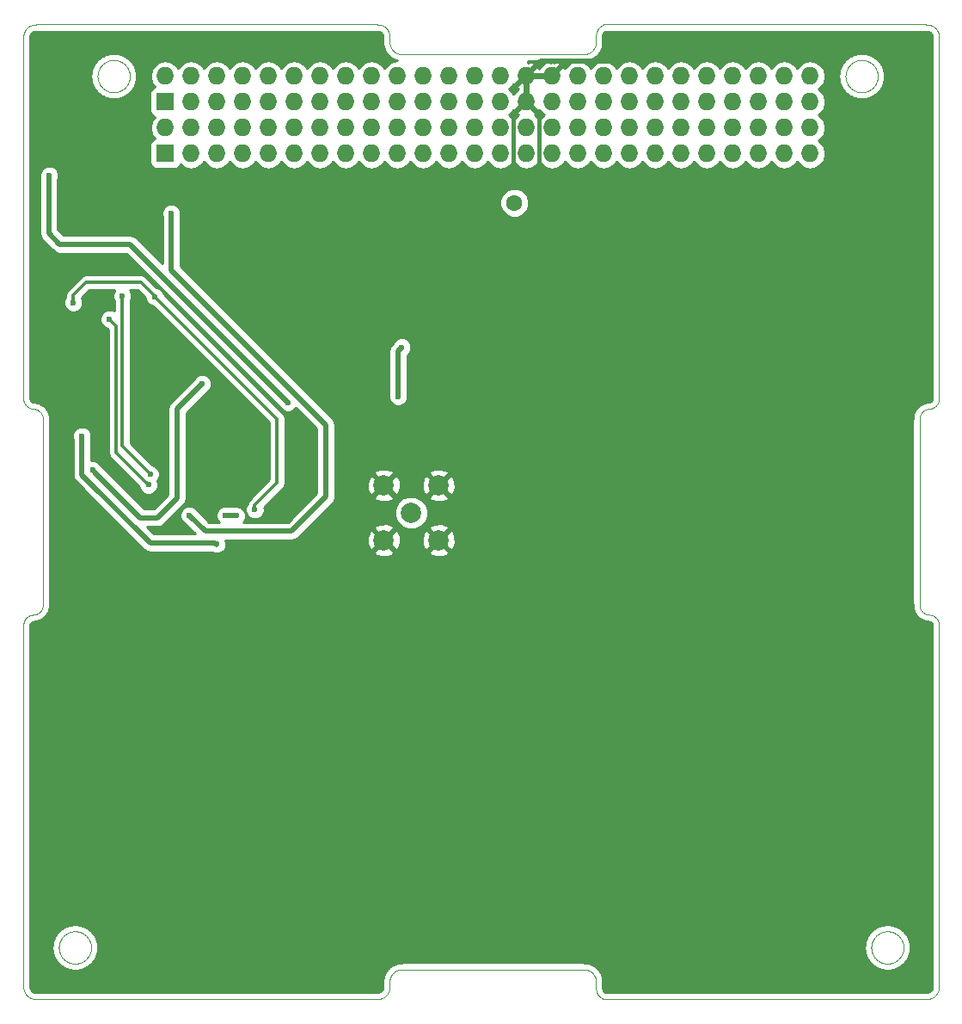
<source format=gbr>
G04 #@! TF.FileFunction,Copper,L2,Bot,Signal*
%FSLAX46Y46*%
G04 Gerber Fmt 4.6, Leading zero omitted, Abs format (unit mm)*
G04 Created by KiCad (PCBNEW 4.0.3-1.fc24-product) date Sat Oct 15 21:26:50 2016*
%MOMM*%
%LPD*%
G01*
G04 APERTURE LIST*
%ADD10C,0.100000*%
%ADD11R,1.727200X1.727200*%
%ADD12O,1.727200X1.727200*%
%ADD13C,1.998980*%
%ADD14C,0.600000*%
%ADD15C,1.600000*%
%ADD16C,0.550000*%
%ADD17C,0.400000*%
%ADD18C,0.300000*%
%ADD19C,0.254000*%
G04 APERTURE END LIST*
D10*
X148181900Y-143153540D02*
X148181100Y-143103600D01*
X148184200Y-143203440D02*
X148181900Y-143153540D01*
X148188200Y-143253230D02*
X148184200Y-143203440D01*
X148193600Y-143302880D02*
X148188200Y-143253230D01*
X148200700Y-143352330D02*
X148193600Y-143302880D01*
X148209300Y-143401540D02*
X148200700Y-143352330D01*
X148219400Y-143450450D02*
X148209300Y-143401540D01*
X148231000Y-143499020D02*
X148219400Y-143450450D01*
X148244200Y-143547200D02*
X148231000Y-143499020D01*
X148258900Y-143594940D02*
X148244200Y-143547200D01*
X148275100Y-143642190D02*
X148258900Y-143594940D01*
X148292800Y-143688920D02*
X148275100Y-143642190D01*
X148311900Y-143735070D02*
X148292800Y-143688920D01*
X148332400Y-143780590D02*
X148311900Y-143735070D01*
X148354400Y-143825450D02*
X148332400Y-143780590D01*
X148377800Y-143869590D02*
X148354400Y-143825450D01*
X148402500Y-143912980D02*
X148377800Y-143869590D01*
X148428600Y-143955570D02*
X148402500Y-143912980D01*
X148456000Y-143997310D02*
X148428600Y-143955570D01*
X148484800Y-144038180D02*
X148456000Y-143997310D01*
X148514800Y-144078120D02*
X148484800Y-144038180D01*
X148546000Y-144117110D02*
X148514800Y-144078120D01*
X148578400Y-144155090D02*
X148546000Y-144117110D01*
X148612000Y-144192030D02*
X148578400Y-144155090D01*
X148646800Y-144227900D02*
X148612000Y-144192030D01*
X148682700Y-144262660D02*
X148646800Y-144227900D01*
X148719600Y-144296280D02*
X148682700Y-144262660D01*
X148757600Y-144328720D02*
X148719600Y-144296280D01*
X148796600Y-144359950D02*
X148757600Y-144328720D01*
X148836500Y-144389940D02*
X148796600Y-144359950D01*
X148877400Y-144418660D02*
X148836500Y-144389940D01*
X148919100Y-144446080D02*
X148877400Y-144418660D01*
X148961700Y-144472180D02*
X148919100Y-144446080D01*
X149005100Y-144496930D02*
X148961700Y-144472180D01*
X149049300Y-144520300D02*
X149005100Y-144496930D01*
X149094100Y-144542280D02*
X149049300Y-144520300D01*
X149139600Y-144562830D02*
X149094100Y-144542280D01*
X149185800Y-144581940D02*
X149139600Y-144562830D01*
X149232500Y-144599600D02*
X149185800Y-144581940D01*
X149279800Y-144615780D02*
X149232500Y-144599600D01*
X149327500Y-144630470D02*
X149279800Y-144615780D01*
X149375700Y-144643650D02*
X149327500Y-144630470D01*
X149424200Y-144655310D02*
X149375700Y-144643650D01*
X149473200Y-144665440D02*
X149424200Y-144655310D01*
X149522400Y-144674030D02*
X149473200Y-144665440D01*
X149571800Y-144681060D02*
X149522400Y-144674030D01*
X149621500Y-144686540D02*
X149571800Y-144681060D01*
X149671300Y-144690460D02*
X149621500Y-144686540D01*
X149721200Y-144692820D02*
X149671300Y-144690460D01*
X149771100Y-144693600D02*
X149721200Y-144692820D01*
X149821000Y-144692820D02*
X149771100Y-144693600D01*
X149870900Y-144690460D02*
X149821000Y-144692820D01*
X149920700Y-144686540D02*
X149870900Y-144690460D01*
X149970400Y-144681060D02*
X149920700Y-144686540D01*
X150019800Y-144674030D02*
X149970400Y-144681060D01*
X150069000Y-144665440D02*
X150019800Y-144674030D01*
X150117900Y-144655310D02*
X150069000Y-144665440D01*
X150166500Y-144643650D02*
X150117900Y-144655310D01*
X150214700Y-144630470D02*
X150166500Y-144643650D01*
X150262400Y-144615780D02*
X150214700Y-144630470D01*
X150309700Y-144599600D02*
X150262400Y-144615780D01*
X150356400Y-144581940D02*
X150309700Y-144599600D01*
X150402600Y-144562830D02*
X150356400Y-144581940D01*
X150448100Y-144542280D02*
X150402600Y-144562830D01*
X150492900Y-144520300D02*
X150448100Y-144542280D01*
X150537100Y-144496930D02*
X150492900Y-144520300D01*
X150580500Y-144472180D02*
X150537100Y-144496930D01*
X150623100Y-144446080D02*
X150580500Y-144472180D01*
X150664800Y-144418660D02*
X150623100Y-144446080D01*
X150705700Y-144389940D02*
X150664800Y-144418660D01*
X150745600Y-144359950D02*
X150705700Y-144389940D01*
X150784600Y-144328720D02*
X150745600Y-144359950D01*
X150822600Y-144296280D02*
X150784600Y-144328720D01*
X150859500Y-144262660D02*
X150822600Y-144296280D01*
X150895400Y-144227900D02*
X150859500Y-144262660D01*
X150930200Y-144192030D02*
X150895400Y-144227900D01*
X150963800Y-144155090D02*
X150930200Y-144192030D01*
X150996200Y-144117110D02*
X150963800Y-144155090D01*
X151027400Y-144078120D02*
X150996200Y-144117110D01*
X151057400Y-144038180D02*
X151027400Y-144078120D01*
X151086200Y-143997310D02*
X151057400Y-144038180D01*
X151113600Y-143955570D02*
X151086200Y-143997310D01*
X151139700Y-143912980D02*
X151113600Y-143955570D01*
X151164400Y-143869590D02*
X151139700Y-143912980D01*
X151187800Y-143825450D02*
X151164400Y-143869590D01*
X151209800Y-143780590D02*
X151187800Y-143825450D01*
X151230300Y-143735070D02*
X151209800Y-143780590D01*
X151249400Y-143688920D02*
X151230300Y-143735070D01*
X151267100Y-143642190D02*
X151249400Y-143688920D01*
X151283300Y-143594940D02*
X151267100Y-143642190D01*
X151298000Y-143547200D02*
X151283300Y-143594940D01*
X151311200Y-143499020D02*
X151298000Y-143547200D01*
X151322800Y-143450450D02*
X151311200Y-143499020D01*
X151332900Y-143401540D02*
X151322800Y-143450450D01*
X151341500Y-143352330D02*
X151332900Y-143401540D01*
X151348600Y-143302880D02*
X151341500Y-143352330D01*
X151354000Y-143253230D02*
X151348600Y-143302880D01*
X151358000Y-143203440D02*
X151354000Y-143253230D01*
X151360300Y-143153540D02*
X151358000Y-143203440D01*
X151361100Y-143103600D02*
X151360300Y-143153540D01*
X151360300Y-143053660D02*
X151361100Y-143103600D01*
X151358000Y-143003760D02*
X151360300Y-143053660D01*
X151354000Y-142953970D02*
X151358000Y-143003760D01*
X151348600Y-142904320D02*
X151354000Y-142953970D01*
X151341500Y-142854870D02*
X151348600Y-142904320D01*
X151332900Y-142805660D02*
X151341500Y-142854870D01*
X151322800Y-142756750D02*
X151332900Y-142805660D01*
X151311200Y-142708180D02*
X151322800Y-142756750D01*
X151298000Y-142660000D02*
X151311200Y-142708180D01*
X151283300Y-142612260D02*
X151298000Y-142660000D01*
X151267100Y-142565010D02*
X151283300Y-142612260D01*
X151249400Y-142518280D02*
X151267100Y-142565010D01*
X151230300Y-142472140D02*
X151249400Y-142518280D01*
X151209800Y-142426610D02*
X151230300Y-142472140D01*
X151187800Y-142381760D02*
X151209800Y-142426610D01*
X151164400Y-142337610D02*
X151187800Y-142381760D01*
X151139700Y-142294220D02*
X151164400Y-142337610D01*
X151113600Y-142251640D02*
X151139700Y-142294220D01*
X151086200Y-142209890D02*
X151113600Y-142251640D01*
X151057400Y-142169020D02*
X151086200Y-142209890D01*
X151027400Y-142129080D02*
X151057400Y-142169020D01*
X150996200Y-142090100D02*
X151027400Y-142129080D01*
X150963800Y-142052120D02*
X150996200Y-142090100D01*
X150930200Y-142015170D02*
X150963800Y-142052120D01*
X150895400Y-141979300D02*
X150930200Y-142015170D01*
X150859500Y-141944540D02*
X150895400Y-141979300D01*
X150822600Y-141910920D02*
X150859500Y-141944540D01*
X150784600Y-141878480D02*
X150822600Y-141910920D01*
X150745600Y-141847250D02*
X150784600Y-141878480D01*
X150705700Y-141817260D02*
X150745600Y-141847250D01*
X150664800Y-141788540D02*
X150705700Y-141817260D01*
X150623100Y-141761120D02*
X150664800Y-141788540D01*
X150580500Y-141735020D02*
X150623100Y-141761120D01*
X150537100Y-141710270D02*
X150580500Y-141735020D01*
X150492900Y-141686900D02*
X150537100Y-141710270D01*
X150448100Y-141664930D02*
X150492900Y-141686900D01*
X150402600Y-141644370D02*
X150448100Y-141664930D01*
X150356400Y-141625260D02*
X150402600Y-141644370D01*
X150309700Y-141607600D02*
X150356400Y-141625260D01*
X150262400Y-141591420D02*
X150309700Y-141607600D01*
X150214700Y-141576730D02*
X150262400Y-141591420D01*
X150166500Y-141563550D02*
X150214700Y-141576730D01*
X150117900Y-141551890D02*
X150166500Y-141563550D01*
X150069000Y-141541760D02*
X150117900Y-141551890D01*
X150019800Y-141533180D02*
X150069000Y-141541760D01*
X149970400Y-141526140D02*
X150019800Y-141533180D01*
X149920700Y-141520660D02*
X149970400Y-141526140D01*
X149870900Y-141516740D02*
X149920700Y-141520660D01*
X149821000Y-141514380D02*
X149870900Y-141516740D01*
X149771100Y-141513600D02*
X149821000Y-141514380D01*
X149721200Y-141514380D02*
X149771100Y-141513600D01*
X149671300Y-141516740D02*
X149721200Y-141514380D01*
X149621500Y-141520660D02*
X149671300Y-141516740D01*
X149571800Y-141526140D02*
X149621500Y-141520660D01*
X149522400Y-141533180D02*
X149571800Y-141526140D01*
X149473200Y-141541760D02*
X149522400Y-141533180D01*
X149424200Y-141551890D02*
X149473200Y-141541760D01*
X149375700Y-141563550D02*
X149424200Y-141551890D01*
X149327500Y-141576730D02*
X149375700Y-141563550D01*
X149279800Y-141591420D02*
X149327500Y-141576730D01*
X149232500Y-141607600D02*
X149279800Y-141591420D01*
X149185800Y-141625260D02*
X149232500Y-141607600D01*
X149139600Y-141644370D02*
X149185800Y-141625260D01*
X149094100Y-141664930D02*
X149139600Y-141644370D01*
X149049300Y-141686900D02*
X149094100Y-141664930D01*
X149005100Y-141710270D02*
X149049300Y-141686900D01*
X148961700Y-141735020D02*
X149005100Y-141710270D01*
X148919100Y-141761120D02*
X148961700Y-141735020D01*
X148877400Y-141788540D02*
X148919100Y-141761120D01*
X148836500Y-141817260D02*
X148877400Y-141788540D01*
X148796600Y-141847250D02*
X148836500Y-141817260D01*
X148757600Y-141878480D02*
X148796600Y-141847250D01*
X148719600Y-141910920D02*
X148757600Y-141878480D01*
X148682700Y-141944540D02*
X148719600Y-141910920D01*
X148646800Y-141979300D02*
X148682700Y-141944540D01*
X148612000Y-142015170D02*
X148646800Y-141979300D01*
X148578400Y-142052120D02*
X148612000Y-142015170D01*
X148546000Y-142090100D02*
X148578400Y-142052120D01*
X148514800Y-142129080D02*
X148546000Y-142090100D01*
X148484800Y-142169020D02*
X148514800Y-142129080D01*
X148456000Y-142209890D02*
X148484800Y-142169020D01*
X148428600Y-142251640D02*
X148456000Y-142209890D01*
X148402500Y-142294220D02*
X148428600Y-142251640D01*
X148377800Y-142337610D02*
X148402500Y-142294220D01*
X148354400Y-142381760D02*
X148377800Y-142337610D01*
X148332400Y-142426610D02*
X148354400Y-142381760D01*
X148311900Y-142472140D02*
X148332400Y-142426610D01*
X148292800Y-142518280D02*
X148311900Y-142472140D01*
X148275100Y-142565010D02*
X148292800Y-142518280D01*
X148258900Y-142612260D02*
X148275100Y-142565010D01*
X148244200Y-142660000D02*
X148258900Y-142612260D01*
X148231000Y-142708180D02*
X148244200Y-142660000D01*
X148219400Y-142756750D02*
X148231000Y-142708180D01*
X148209300Y-142805660D02*
X148219400Y-142756750D01*
X148200700Y-142854870D02*
X148209300Y-142805660D01*
X148193600Y-142904320D02*
X148200700Y-142854870D01*
X148188200Y-142953970D02*
X148193600Y-142904320D01*
X148184200Y-143003760D02*
X148188200Y-142953970D01*
X148181900Y-143053660D02*
X148184200Y-143003760D01*
X148181100Y-143103600D02*
X148181900Y-143053660D01*
X145641900Y-57423500D02*
X145641100Y-57373600D01*
X145644200Y-57473400D02*
X145641900Y-57423500D01*
X145648200Y-57523200D02*
X145644200Y-57473400D01*
X145653600Y-57572900D02*
X145648200Y-57523200D01*
X145660700Y-57622300D02*
X145653600Y-57572900D01*
X145669300Y-57671500D02*
X145660700Y-57622300D01*
X145679400Y-57720400D02*
X145669300Y-57671500D01*
X145691000Y-57769000D02*
X145679400Y-57720400D01*
X145704200Y-57817200D02*
X145691000Y-57769000D01*
X145718900Y-57864900D02*
X145704200Y-57817200D01*
X145735100Y-57912200D02*
X145718900Y-57864900D01*
X145752800Y-57958900D02*
X145735100Y-57912200D01*
X145771900Y-58005100D02*
X145752800Y-57958900D01*
X145792400Y-58050600D02*
X145771900Y-58005100D01*
X145814400Y-58095400D02*
X145792400Y-58050600D01*
X145837800Y-58139600D02*
X145814400Y-58095400D01*
X145862500Y-58183000D02*
X145837800Y-58139600D01*
X145888600Y-58225600D02*
X145862500Y-58183000D01*
X145916000Y-58267300D02*
X145888600Y-58225600D01*
X145944800Y-58308200D02*
X145916000Y-58267300D01*
X145974800Y-58348100D02*
X145944800Y-58308200D01*
X146006000Y-58387100D02*
X145974800Y-58348100D01*
X146038400Y-58425100D02*
X146006000Y-58387100D01*
X146072000Y-58462000D02*
X146038400Y-58425100D01*
X146106800Y-58497900D02*
X146072000Y-58462000D01*
X146142700Y-58532700D02*
X146106800Y-58497900D01*
X146179600Y-58566300D02*
X146142700Y-58532700D01*
X146217600Y-58598700D02*
X146179600Y-58566300D01*
X146256600Y-58630000D02*
X146217600Y-58598700D01*
X146296500Y-58659900D02*
X146256600Y-58630000D01*
X146337400Y-58688700D02*
X146296500Y-58659900D01*
X146379100Y-58716100D02*
X146337400Y-58688700D01*
X146421700Y-58742200D02*
X146379100Y-58716100D01*
X146465100Y-58766900D02*
X146421700Y-58742200D01*
X146509300Y-58790300D02*
X146465100Y-58766900D01*
X146554100Y-58812300D02*
X146509300Y-58790300D01*
X146599600Y-58832800D02*
X146554100Y-58812300D01*
X146645800Y-58851900D02*
X146599600Y-58832800D01*
X146692500Y-58869600D02*
X146645800Y-58851900D01*
X146739800Y-58885800D02*
X146692500Y-58869600D01*
X146787500Y-58900500D02*
X146739800Y-58885800D01*
X146835700Y-58913600D02*
X146787500Y-58900500D01*
X146884300Y-58925300D02*
X146835700Y-58913600D01*
X146933200Y-58935400D02*
X146884300Y-58925300D01*
X146982400Y-58944000D02*
X146933200Y-58935400D01*
X147031800Y-58951100D02*
X146982400Y-58944000D01*
X147081500Y-58956500D02*
X147031800Y-58951100D01*
X147131300Y-58960500D02*
X147081500Y-58956500D01*
X147181200Y-58962800D02*
X147131300Y-58960500D01*
X147231100Y-58963600D02*
X147181200Y-58962800D01*
X147281000Y-58962800D02*
X147231100Y-58963600D01*
X147330900Y-58960500D02*
X147281000Y-58962800D01*
X147380700Y-58956500D02*
X147330900Y-58960500D01*
X147430400Y-58951100D02*
X147380700Y-58956500D01*
X147479800Y-58944000D02*
X147430400Y-58951100D01*
X147529000Y-58935400D02*
X147479800Y-58944000D01*
X147578000Y-58925300D02*
X147529000Y-58935400D01*
X147626500Y-58913600D02*
X147578000Y-58925300D01*
X147674700Y-58900500D02*
X147626500Y-58913600D01*
X147722400Y-58885800D02*
X147674700Y-58900500D01*
X147769700Y-58869600D02*
X147722400Y-58885800D01*
X147816400Y-58851900D02*
X147769700Y-58869600D01*
X147862600Y-58832800D02*
X147816400Y-58851900D01*
X147908100Y-58812300D02*
X147862600Y-58832800D01*
X147952900Y-58790300D02*
X147908100Y-58812300D01*
X147997100Y-58766900D02*
X147952900Y-58790300D01*
X148040500Y-58742200D02*
X147997100Y-58766900D01*
X148083100Y-58716100D02*
X148040500Y-58742200D01*
X148124800Y-58688700D02*
X148083100Y-58716100D01*
X148165700Y-58659900D02*
X148124800Y-58688700D01*
X148205600Y-58630000D02*
X148165700Y-58659900D01*
X148244600Y-58598700D02*
X148205600Y-58630000D01*
X148282600Y-58566300D02*
X148244600Y-58598700D01*
X148319500Y-58532700D02*
X148282600Y-58566300D01*
X148355400Y-58497900D02*
X148319500Y-58532700D01*
X148390200Y-58462000D02*
X148355400Y-58497900D01*
X148423800Y-58425100D02*
X148390200Y-58462000D01*
X148456200Y-58387100D02*
X148423800Y-58425100D01*
X148487400Y-58348100D02*
X148456200Y-58387100D01*
X148517400Y-58308200D02*
X148487400Y-58348100D01*
X148546200Y-58267300D02*
X148517400Y-58308200D01*
X148573600Y-58225600D02*
X148546200Y-58267300D01*
X148599700Y-58183000D02*
X148573600Y-58225600D01*
X148624400Y-58139600D02*
X148599700Y-58183000D01*
X148647800Y-58095400D02*
X148624400Y-58139600D01*
X148669800Y-58050600D02*
X148647800Y-58095400D01*
X148690300Y-58005100D02*
X148669800Y-58050600D01*
X148709400Y-57958900D02*
X148690300Y-58005100D01*
X148727100Y-57912200D02*
X148709400Y-57958900D01*
X148743300Y-57864900D02*
X148727100Y-57912200D01*
X148758000Y-57817200D02*
X148743300Y-57864900D01*
X148771100Y-57769000D02*
X148758000Y-57817200D01*
X148782800Y-57720400D02*
X148771100Y-57769000D01*
X148792900Y-57671500D02*
X148782800Y-57720400D01*
X148801500Y-57622300D02*
X148792900Y-57671500D01*
X148808600Y-57572900D02*
X148801500Y-57622300D01*
X148814000Y-57523200D02*
X148808600Y-57572900D01*
X148818000Y-57473400D02*
X148814000Y-57523200D01*
X148820300Y-57423500D02*
X148818000Y-57473400D01*
X148821100Y-57373600D02*
X148820300Y-57423500D01*
X148820300Y-57323700D02*
X148821100Y-57373600D01*
X148818000Y-57273800D02*
X148820300Y-57323700D01*
X148814000Y-57224000D02*
X148818000Y-57273800D01*
X148808600Y-57174300D02*
X148814000Y-57224000D01*
X148801500Y-57124900D02*
X148808600Y-57174300D01*
X148792900Y-57075700D02*
X148801500Y-57124900D01*
X148782800Y-57026800D02*
X148792900Y-57075700D01*
X148771100Y-56978200D02*
X148782800Y-57026800D01*
X148758000Y-56930000D02*
X148771100Y-56978200D01*
X148743300Y-56882300D02*
X148758000Y-56930000D01*
X148727100Y-56835000D02*
X148743300Y-56882300D01*
X148709400Y-56788300D02*
X148727100Y-56835000D01*
X148690300Y-56742100D02*
X148709400Y-56788300D01*
X148669800Y-56696600D02*
X148690300Y-56742100D01*
X148647800Y-56651800D02*
X148669800Y-56696600D01*
X148624400Y-56607600D02*
X148647800Y-56651800D01*
X148599700Y-56564200D02*
X148624400Y-56607600D01*
X148573600Y-56521600D02*
X148599700Y-56564200D01*
X148546200Y-56479900D02*
X148573600Y-56521600D01*
X148517400Y-56439000D02*
X148546200Y-56479900D01*
X148487400Y-56399100D02*
X148517400Y-56439000D01*
X148456200Y-56360100D02*
X148487400Y-56399100D01*
X148423800Y-56322100D02*
X148456200Y-56360100D01*
X148390200Y-56285200D02*
X148423800Y-56322100D01*
X148355400Y-56249300D02*
X148390200Y-56285200D01*
X148319500Y-56214500D02*
X148355400Y-56249300D01*
X148282600Y-56180900D02*
X148319500Y-56214500D01*
X148244600Y-56148500D02*
X148282600Y-56180900D01*
X148205600Y-56117300D02*
X148244600Y-56148500D01*
X148165700Y-56087300D02*
X148205600Y-56117300D01*
X148124800Y-56058500D02*
X148165700Y-56087300D01*
X148083100Y-56031100D02*
X148124800Y-56058500D01*
X148040500Y-56005000D02*
X148083100Y-56031100D01*
X147997100Y-55980300D02*
X148040500Y-56005000D01*
X147952900Y-55956900D02*
X147997100Y-55980300D01*
X147908100Y-55934900D02*
X147952900Y-55956900D01*
X147862600Y-55914400D02*
X147908100Y-55934900D01*
X147816400Y-55895300D02*
X147862600Y-55914400D01*
X147769700Y-55877600D02*
X147816400Y-55895300D01*
X147722400Y-55861400D02*
X147769700Y-55877600D01*
X147674700Y-55846700D02*
X147722400Y-55861400D01*
X147626500Y-55833600D02*
X147674700Y-55846700D01*
X147578000Y-55821900D02*
X147626500Y-55833600D01*
X147529000Y-55811800D02*
X147578000Y-55821900D01*
X147479800Y-55803200D02*
X147529000Y-55811800D01*
X147430400Y-55796100D02*
X147479800Y-55803200D01*
X147380700Y-55790700D02*
X147430400Y-55796100D01*
X147330900Y-55786700D02*
X147380700Y-55790700D01*
X147281000Y-55784400D02*
X147330900Y-55786700D01*
X147231100Y-55783600D02*
X147281000Y-55784400D01*
X147181200Y-55784400D02*
X147231100Y-55783600D01*
X147131300Y-55786700D02*
X147181200Y-55784400D01*
X147081500Y-55790700D02*
X147131300Y-55786700D01*
X147031800Y-55796100D02*
X147081500Y-55790700D01*
X146982400Y-55803200D02*
X147031800Y-55796100D01*
X146933200Y-55811800D02*
X146982400Y-55803200D01*
X146884300Y-55821900D02*
X146933200Y-55811800D01*
X146835700Y-55833600D02*
X146884300Y-55821900D01*
X146787500Y-55846700D02*
X146835700Y-55833600D01*
X146739800Y-55861400D02*
X146787500Y-55846700D01*
X146692500Y-55877600D02*
X146739800Y-55861400D01*
X146645800Y-55895300D02*
X146692500Y-55877600D01*
X146599600Y-55914400D02*
X146645800Y-55895300D01*
X146554100Y-55934900D02*
X146599600Y-55914400D01*
X146509300Y-55956900D02*
X146554100Y-55934900D01*
X146465100Y-55980300D02*
X146509300Y-55956900D01*
X146421700Y-56005000D02*
X146465100Y-55980300D01*
X146379100Y-56031100D02*
X146421700Y-56005000D01*
X146337400Y-56058500D02*
X146379100Y-56031100D01*
X146296500Y-56087300D02*
X146337400Y-56058500D01*
X146256600Y-56117300D02*
X146296500Y-56087300D01*
X146217600Y-56148500D02*
X146256600Y-56117300D01*
X146179600Y-56180900D02*
X146217600Y-56148500D01*
X146142700Y-56214500D02*
X146179600Y-56180900D01*
X146106800Y-56249300D02*
X146142700Y-56214500D01*
X146072000Y-56285200D02*
X146106800Y-56249300D01*
X146038400Y-56322100D02*
X146072000Y-56285200D01*
X146006000Y-56360100D02*
X146038400Y-56322100D01*
X145974800Y-56399100D02*
X146006000Y-56360100D01*
X145944800Y-56439000D02*
X145974800Y-56399100D01*
X145916000Y-56479900D02*
X145944800Y-56439000D01*
X145888600Y-56521600D02*
X145916000Y-56479900D01*
X145862500Y-56564200D02*
X145888600Y-56521600D01*
X145837800Y-56607600D02*
X145862500Y-56564200D01*
X145814400Y-56651800D02*
X145837800Y-56607600D01*
X145792400Y-56696600D02*
X145814400Y-56651800D01*
X145771900Y-56742100D02*
X145792400Y-56696600D01*
X145752800Y-56788300D02*
X145771900Y-56742100D01*
X145735100Y-56835000D02*
X145752800Y-56788300D01*
X145718900Y-56882300D02*
X145735100Y-56835000D01*
X145704200Y-56930000D02*
X145718900Y-56882300D01*
X145691000Y-56978200D02*
X145704200Y-56930000D01*
X145679400Y-57026800D02*
X145691000Y-56978200D01*
X145669300Y-57075700D02*
X145679400Y-57026800D01*
X145660700Y-57124900D02*
X145669300Y-57075700D01*
X145653600Y-57174300D02*
X145660700Y-57124900D01*
X145648200Y-57224000D02*
X145653600Y-57174300D01*
X145644200Y-57273800D02*
X145648200Y-57224000D01*
X145641900Y-57323700D02*
X145644200Y-57273800D01*
X145641100Y-57373600D02*
X145641900Y-57323700D01*
X71981880Y-57423500D02*
X71981100Y-57373600D01*
X71984240Y-57473400D02*
X71981880Y-57423500D01*
X71988160Y-57523200D02*
X71984240Y-57473400D01*
X71993640Y-57572900D02*
X71988160Y-57523200D01*
X72000680Y-57622300D02*
X71993640Y-57572900D01*
X72009260Y-57671500D02*
X72000680Y-57622300D01*
X72019390Y-57720400D02*
X72009260Y-57671500D01*
X72031050Y-57769000D02*
X72019390Y-57720400D01*
X72044230Y-57817200D02*
X72031050Y-57769000D01*
X72058920Y-57864900D02*
X72044230Y-57817200D01*
X72075100Y-57912200D02*
X72058920Y-57864900D01*
X72092750Y-57958900D02*
X72075100Y-57912200D01*
X72111870Y-58005100D02*
X72092750Y-57958900D01*
X72132420Y-58050600D02*
X72111870Y-58005100D01*
X72154400Y-58095400D02*
X72132420Y-58050600D01*
X72177770Y-58139600D02*
X72154400Y-58095400D01*
X72202520Y-58183000D02*
X72177770Y-58139600D01*
X72228620Y-58225600D02*
X72202520Y-58183000D01*
X72256040Y-58267300D02*
X72228620Y-58225600D01*
X72284760Y-58308200D02*
X72256040Y-58267300D01*
X72314750Y-58348100D02*
X72284760Y-58308200D01*
X72345980Y-58387100D02*
X72314750Y-58348100D01*
X72378420Y-58425100D02*
X72345980Y-58387100D01*
X72412040Y-58462000D02*
X72378420Y-58425100D01*
X72446800Y-58497900D02*
X72412040Y-58462000D01*
X72482670Y-58532700D02*
X72446800Y-58497900D01*
X72519610Y-58566300D02*
X72482670Y-58532700D01*
X72557600Y-58598700D02*
X72519610Y-58566300D01*
X72596580Y-58630000D02*
X72557600Y-58598700D01*
X72636520Y-58659900D02*
X72596580Y-58630000D01*
X72677390Y-58688700D02*
X72636520Y-58659900D01*
X72719140Y-58716100D02*
X72677390Y-58688700D01*
X72761720Y-58742200D02*
X72719140Y-58716100D01*
X72805110Y-58766900D02*
X72761720Y-58742200D01*
X72849250Y-58790300D02*
X72805110Y-58766900D01*
X72894110Y-58812300D02*
X72849250Y-58790300D01*
X72939630Y-58832800D02*
X72894110Y-58812300D01*
X72985780Y-58851900D02*
X72939630Y-58832800D01*
X73032510Y-58869600D02*
X72985780Y-58851900D01*
X73079760Y-58885800D02*
X73032510Y-58869600D01*
X73127500Y-58900500D02*
X73079760Y-58885800D01*
X73175680Y-58913600D02*
X73127500Y-58900500D01*
X73224250Y-58925300D02*
X73175680Y-58913600D01*
X73273160Y-58935400D02*
X73224250Y-58925300D01*
X73322370Y-58944000D02*
X73273160Y-58935400D01*
X73371820Y-58951100D02*
X73322370Y-58944000D01*
X73421470Y-58956500D02*
X73371820Y-58951100D01*
X73471260Y-58960500D02*
X73421470Y-58956500D01*
X73521160Y-58962800D02*
X73471260Y-58960500D01*
X73571100Y-58963600D02*
X73521160Y-58962800D01*
X73621040Y-58962800D02*
X73571100Y-58963600D01*
X73670940Y-58960500D02*
X73621040Y-58962800D01*
X73720730Y-58956500D02*
X73670940Y-58960500D01*
X73770380Y-58951100D02*
X73720730Y-58956500D01*
X73819830Y-58944000D02*
X73770380Y-58951100D01*
X73869040Y-58935400D02*
X73819830Y-58944000D01*
X73917950Y-58925300D02*
X73869040Y-58935400D01*
X73966520Y-58913600D02*
X73917950Y-58925300D01*
X74014700Y-58900500D02*
X73966520Y-58913600D01*
X74062440Y-58885800D02*
X74014700Y-58900500D01*
X74109690Y-58869600D02*
X74062440Y-58885800D01*
X74156420Y-58851900D02*
X74109690Y-58869600D01*
X74202560Y-58832800D02*
X74156420Y-58851900D01*
X74248090Y-58812300D02*
X74202560Y-58832800D01*
X74292940Y-58790300D02*
X74248090Y-58812300D01*
X74337090Y-58766900D02*
X74292940Y-58790300D01*
X74380480Y-58742200D02*
X74337090Y-58766900D01*
X74423060Y-58716100D02*
X74380480Y-58742200D01*
X74464810Y-58688700D02*
X74423060Y-58716100D01*
X74505680Y-58659900D02*
X74464810Y-58688700D01*
X74545620Y-58630000D02*
X74505680Y-58659900D01*
X74584600Y-58598700D02*
X74545620Y-58630000D01*
X74622590Y-58566300D02*
X74584600Y-58598700D01*
X74659530Y-58532700D02*
X74622590Y-58566300D01*
X74695400Y-58497900D02*
X74659530Y-58532700D01*
X74730200Y-58462000D02*
X74695400Y-58497900D01*
X74763800Y-58425100D02*
X74730200Y-58462000D01*
X74796200Y-58387100D02*
X74763800Y-58425100D01*
X74827400Y-58348100D02*
X74796200Y-58387100D01*
X74857400Y-58308200D02*
X74827400Y-58348100D01*
X74886200Y-58267300D02*
X74857400Y-58308200D01*
X74913600Y-58225600D02*
X74886200Y-58267300D01*
X74939700Y-58183000D02*
X74913600Y-58225600D01*
X74964400Y-58139600D02*
X74939700Y-58183000D01*
X74987800Y-58095400D02*
X74964400Y-58139600D01*
X75009800Y-58050600D02*
X74987800Y-58095400D01*
X75030300Y-58005100D02*
X75009800Y-58050600D01*
X75049400Y-57958900D02*
X75030300Y-58005100D01*
X75067100Y-57912200D02*
X75049400Y-57958900D01*
X75083300Y-57864900D02*
X75067100Y-57912200D01*
X75098000Y-57817200D02*
X75083300Y-57864900D01*
X75111100Y-57769000D02*
X75098000Y-57817200D01*
X75122800Y-57720400D02*
X75111100Y-57769000D01*
X75132900Y-57671500D02*
X75122800Y-57720400D01*
X75141500Y-57622300D02*
X75132900Y-57671500D01*
X75148600Y-57572900D02*
X75141500Y-57622300D01*
X75154000Y-57523200D02*
X75148600Y-57572900D01*
X75158000Y-57473400D02*
X75154000Y-57523200D01*
X75160300Y-57423500D02*
X75158000Y-57473400D01*
X75161100Y-57373600D02*
X75160300Y-57423500D01*
X75160300Y-57323700D02*
X75161100Y-57373600D01*
X75158000Y-57273800D02*
X75160300Y-57323700D01*
X75154000Y-57224000D02*
X75158000Y-57273800D01*
X75148600Y-57174300D02*
X75154000Y-57224000D01*
X75141500Y-57124900D02*
X75148600Y-57174300D01*
X75132900Y-57075700D02*
X75141500Y-57124900D01*
X75122800Y-57026800D02*
X75132900Y-57075700D01*
X75111100Y-56978200D02*
X75122800Y-57026800D01*
X75098000Y-56930000D02*
X75111100Y-56978200D01*
X75083300Y-56882300D02*
X75098000Y-56930000D01*
X75067100Y-56835000D02*
X75083300Y-56882300D01*
X75049400Y-56788300D02*
X75067100Y-56835000D01*
X75030300Y-56742100D02*
X75049400Y-56788300D01*
X75009800Y-56696600D02*
X75030300Y-56742100D01*
X74987800Y-56651800D02*
X75009800Y-56696600D01*
X74964400Y-56607600D02*
X74987800Y-56651800D01*
X74939700Y-56564200D02*
X74964400Y-56607600D01*
X74913600Y-56521600D02*
X74939700Y-56564200D01*
X74886200Y-56479900D02*
X74913600Y-56521600D01*
X74857400Y-56439000D02*
X74886200Y-56479900D01*
X74827400Y-56399100D02*
X74857400Y-56439000D01*
X74796200Y-56360100D02*
X74827400Y-56399100D01*
X74763800Y-56322100D02*
X74796200Y-56360100D01*
X74730200Y-56285200D02*
X74763800Y-56322100D01*
X74695400Y-56249300D02*
X74730200Y-56285200D01*
X74659530Y-56214500D02*
X74695400Y-56249300D01*
X74622590Y-56180900D02*
X74659530Y-56214500D01*
X74584600Y-56148500D02*
X74622590Y-56180900D01*
X74545620Y-56117300D02*
X74584600Y-56148500D01*
X74505680Y-56087300D02*
X74545620Y-56117300D01*
X74464810Y-56058500D02*
X74505680Y-56087300D01*
X74423060Y-56031100D02*
X74464810Y-56058500D01*
X74380480Y-56005000D02*
X74423060Y-56031100D01*
X74337090Y-55980300D02*
X74380480Y-56005000D01*
X74292940Y-55956900D02*
X74337090Y-55980300D01*
X74248090Y-55934900D02*
X74292940Y-55956900D01*
X74202560Y-55914400D02*
X74248090Y-55934900D01*
X74156420Y-55895300D02*
X74202560Y-55914400D01*
X74109690Y-55877600D02*
X74156420Y-55895300D01*
X74062440Y-55861400D02*
X74109690Y-55877600D01*
X74014700Y-55846700D02*
X74062440Y-55861400D01*
X73966520Y-55833600D02*
X74014700Y-55846700D01*
X73917950Y-55821900D02*
X73966520Y-55833600D01*
X73869040Y-55811800D02*
X73917950Y-55821900D01*
X73819830Y-55803200D02*
X73869040Y-55811800D01*
X73770380Y-55796100D02*
X73819830Y-55803200D01*
X73720730Y-55790700D02*
X73770380Y-55796100D01*
X73670940Y-55786700D02*
X73720730Y-55790700D01*
X73621040Y-55784400D02*
X73670940Y-55786700D01*
X73571100Y-55783600D02*
X73621040Y-55784400D01*
X73521160Y-55784400D02*
X73571100Y-55783600D01*
X73471260Y-55786700D02*
X73521160Y-55784400D01*
X73421470Y-55790700D02*
X73471260Y-55786700D01*
X73371820Y-55796100D02*
X73421470Y-55790700D01*
X73322370Y-55803200D02*
X73371820Y-55796100D01*
X73273160Y-55811800D02*
X73322370Y-55803200D01*
X73224250Y-55821900D02*
X73273160Y-55811800D01*
X73175680Y-55833600D02*
X73224250Y-55821900D01*
X73127500Y-55846700D02*
X73175680Y-55833600D01*
X73079760Y-55861400D02*
X73127500Y-55846700D01*
X73032510Y-55877600D02*
X73079760Y-55861400D01*
X72985780Y-55895300D02*
X73032510Y-55877600D01*
X72939630Y-55914400D02*
X72985780Y-55895300D01*
X72894110Y-55934900D02*
X72939630Y-55914400D01*
X72849250Y-55956900D02*
X72894110Y-55934900D01*
X72805110Y-55980300D02*
X72849250Y-55956900D01*
X72761720Y-56005000D02*
X72805110Y-55980300D01*
X72719140Y-56031100D02*
X72761720Y-56005000D01*
X72677390Y-56058500D02*
X72719140Y-56031100D01*
X72636520Y-56087300D02*
X72677390Y-56058500D01*
X72596580Y-56117300D02*
X72636520Y-56087300D01*
X72557600Y-56148500D02*
X72596580Y-56117300D01*
X72519610Y-56180900D02*
X72557600Y-56148500D01*
X72482670Y-56214500D02*
X72519610Y-56180900D01*
X72446800Y-56249300D02*
X72482670Y-56214500D01*
X72412040Y-56285200D02*
X72446800Y-56249300D01*
X72378420Y-56322100D02*
X72412040Y-56285200D01*
X72345980Y-56360100D02*
X72378420Y-56322100D01*
X72314750Y-56399100D02*
X72345980Y-56360100D01*
X72284760Y-56439000D02*
X72314750Y-56399100D01*
X72256040Y-56479900D02*
X72284760Y-56439000D01*
X72228620Y-56521600D02*
X72256040Y-56479900D01*
X72202520Y-56564200D02*
X72228620Y-56521600D01*
X72177770Y-56607600D02*
X72202520Y-56564200D01*
X72154400Y-56651800D02*
X72177770Y-56607600D01*
X72132420Y-56696600D02*
X72154400Y-56651800D01*
X72111870Y-56742100D02*
X72132420Y-56696600D01*
X72092750Y-56788300D02*
X72111870Y-56742100D01*
X72075100Y-56835000D02*
X72092750Y-56788300D01*
X72058920Y-56882300D02*
X72075100Y-56835000D01*
X72044230Y-56930000D02*
X72058920Y-56882300D01*
X72031050Y-56978200D02*
X72044230Y-56930000D01*
X72019390Y-57026800D02*
X72031050Y-56978200D01*
X72009260Y-57075700D02*
X72019390Y-57026800D01*
X72000680Y-57124900D02*
X72009260Y-57075700D01*
X71993640Y-57174300D02*
X72000680Y-57124900D01*
X71988160Y-57224000D02*
X71993640Y-57174300D01*
X71984240Y-57273800D02*
X71988160Y-57224000D01*
X71981880Y-57323700D02*
X71984240Y-57273800D01*
X71981100Y-57373600D02*
X71981880Y-57323700D01*
X68171880Y-143153540D02*
X68171100Y-143103600D01*
X68174240Y-143203440D02*
X68171880Y-143153540D01*
X68178160Y-143253230D02*
X68174240Y-143203440D01*
X68183640Y-143302880D02*
X68178160Y-143253230D01*
X68190670Y-143352330D02*
X68183640Y-143302880D01*
X68199260Y-143401540D02*
X68190670Y-143352330D01*
X68209390Y-143450450D02*
X68199260Y-143401540D01*
X68221050Y-143499020D02*
X68209390Y-143450450D01*
X68234230Y-143547200D02*
X68221050Y-143499020D01*
X68248920Y-143594940D02*
X68234230Y-143547200D01*
X68265100Y-143642190D02*
X68248920Y-143594940D01*
X68282760Y-143688920D02*
X68265100Y-143642190D01*
X68301870Y-143735070D02*
X68282760Y-143688920D01*
X68322420Y-143780590D02*
X68301870Y-143735070D01*
X68344400Y-143825450D02*
X68322420Y-143780590D01*
X68367770Y-143869590D02*
X68344400Y-143825450D01*
X68392520Y-143912980D02*
X68367770Y-143869590D01*
X68418620Y-143955570D02*
X68392520Y-143912980D01*
X68446040Y-143997310D02*
X68418620Y-143955570D01*
X68474760Y-144038180D02*
X68446040Y-143997310D01*
X68504750Y-144078120D02*
X68474760Y-144038180D01*
X68535980Y-144117110D02*
X68504750Y-144078120D01*
X68568420Y-144155090D02*
X68535980Y-144117110D01*
X68602040Y-144192030D02*
X68568420Y-144155090D01*
X68636800Y-144227900D02*
X68602040Y-144192030D01*
X68672670Y-144262660D02*
X68636800Y-144227900D01*
X68709610Y-144296280D02*
X68672670Y-144262660D01*
X68747590Y-144328720D02*
X68709610Y-144296280D01*
X68786580Y-144359950D02*
X68747590Y-144328720D01*
X68826520Y-144389940D02*
X68786580Y-144359950D01*
X68867390Y-144418660D02*
X68826520Y-144389940D01*
X68909130Y-144446080D02*
X68867390Y-144418660D01*
X68951720Y-144472180D02*
X68909130Y-144446080D01*
X68995110Y-144496930D02*
X68951720Y-144472180D01*
X69039250Y-144520300D02*
X68995110Y-144496930D01*
X69084110Y-144542280D02*
X69039250Y-144520300D01*
X69129630Y-144562830D02*
X69084110Y-144542280D01*
X69175780Y-144581940D02*
X69129630Y-144562830D01*
X69222510Y-144599600D02*
X69175780Y-144581940D01*
X69269760Y-144615780D02*
X69222510Y-144599600D01*
X69317500Y-144630470D02*
X69269760Y-144615780D01*
X69365680Y-144643650D02*
X69317500Y-144630470D01*
X69414250Y-144655310D02*
X69365680Y-144643650D01*
X69463160Y-144665440D02*
X69414250Y-144655310D01*
X69512370Y-144674030D02*
X69463160Y-144665440D01*
X69561820Y-144681060D02*
X69512370Y-144674030D01*
X69611470Y-144686540D02*
X69561820Y-144681060D01*
X69661260Y-144690460D02*
X69611470Y-144686540D01*
X69711160Y-144692820D02*
X69661260Y-144690460D01*
X69761100Y-144693600D02*
X69711160Y-144692820D01*
X69811040Y-144692820D02*
X69761100Y-144693600D01*
X69860940Y-144690460D02*
X69811040Y-144692820D01*
X69910730Y-144686540D02*
X69860940Y-144690460D01*
X69960380Y-144681060D02*
X69910730Y-144686540D01*
X70009830Y-144674030D02*
X69960380Y-144681060D01*
X70059040Y-144665440D02*
X70009830Y-144674030D01*
X70107950Y-144655310D02*
X70059040Y-144665440D01*
X70156520Y-144643650D02*
X70107950Y-144655310D01*
X70204700Y-144630470D02*
X70156520Y-144643650D01*
X70252440Y-144615780D02*
X70204700Y-144630470D01*
X70299690Y-144599600D02*
X70252440Y-144615780D01*
X70346420Y-144581940D02*
X70299690Y-144599600D01*
X70392560Y-144562830D02*
X70346420Y-144581940D01*
X70438090Y-144542280D02*
X70392560Y-144562830D01*
X70482940Y-144520300D02*
X70438090Y-144542280D01*
X70527090Y-144496930D02*
X70482940Y-144520300D01*
X70570480Y-144472180D02*
X70527090Y-144496930D01*
X70613060Y-144446080D02*
X70570480Y-144472180D01*
X70654810Y-144418660D02*
X70613060Y-144446080D01*
X70695680Y-144389940D02*
X70654810Y-144418660D01*
X70735620Y-144359950D02*
X70695680Y-144389940D01*
X70774600Y-144328720D02*
X70735620Y-144359950D01*
X70812580Y-144296280D02*
X70774600Y-144328720D01*
X70849530Y-144262660D02*
X70812580Y-144296280D01*
X70885400Y-144227900D02*
X70849530Y-144262660D01*
X70920160Y-144192030D02*
X70885400Y-144227900D01*
X70953780Y-144155090D02*
X70920160Y-144192030D01*
X70986220Y-144117110D02*
X70953780Y-144155090D01*
X71017450Y-144078120D02*
X70986220Y-144117110D01*
X71047440Y-144038180D02*
X71017450Y-144078120D01*
X71076160Y-143997310D02*
X71047440Y-144038180D01*
X71103580Y-143955570D02*
X71076160Y-143997310D01*
X71129680Y-143912980D02*
X71103580Y-143955570D01*
X71154430Y-143869590D02*
X71129680Y-143912980D01*
X71177800Y-143825450D02*
X71154430Y-143869590D01*
X71199770Y-143780590D02*
X71177800Y-143825450D01*
X71220330Y-143735070D02*
X71199770Y-143780590D01*
X71239440Y-143688920D02*
X71220330Y-143735070D01*
X71257100Y-143642190D02*
X71239440Y-143688920D01*
X71273280Y-143594940D02*
X71257100Y-143642190D01*
X71287970Y-143547200D02*
X71273280Y-143594940D01*
X71301150Y-143499020D02*
X71287970Y-143547200D01*
X71312810Y-143450450D02*
X71301150Y-143499020D01*
X71322940Y-143401540D02*
X71312810Y-143450450D01*
X71331520Y-143352330D02*
X71322940Y-143401540D01*
X71338560Y-143302880D02*
X71331520Y-143352330D01*
X71344040Y-143253230D02*
X71338560Y-143302880D01*
X71347960Y-143203440D02*
X71344040Y-143253230D01*
X71350320Y-143153540D02*
X71347960Y-143203440D01*
X71351100Y-143103600D02*
X71350320Y-143153540D01*
X71350320Y-143053660D02*
X71351100Y-143103600D01*
X71347960Y-143003760D02*
X71350320Y-143053660D01*
X71344040Y-142953970D02*
X71347960Y-143003760D01*
X71338560Y-142904320D02*
X71344040Y-142953970D01*
X71331520Y-142854870D02*
X71338560Y-142904320D01*
X71322940Y-142805660D02*
X71331520Y-142854870D01*
X71312810Y-142756750D02*
X71322940Y-142805660D01*
X71301150Y-142708180D02*
X71312810Y-142756750D01*
X71287970Y-142660000D02*
X71301150Y-142708180D01*
X71273280Y-142612260D02*
X71287970Y-142660000D01*
X71257100Y-142565010D02*
X71273280Y-142612260D01*
X71239440Y-142518280D02*
X71257100Y-142565010D01*
X71220330Y-142472140D02*
X71239440Y-142518280D01*
X71199770Y-142426610D02*
X71220330Y-142472140D01*
X71177800Y-142381760D02*
X71199770Y-142426610D01*
X71154430Y-142337610D02*
X71177800Y-142381760D01*
X71129680Y-142294220D02*
X71154430Y-142337610D01*
X71103580Y-142251640D02*
X71129680Y-142294220D01*
X71076160Y-142209890D02*
X71103580Y-142251640D01*
X71047440Y-142169020D02*
X71076160Y-142209890D01*
X71017450Y-142129080D02*
X71047440Y-142169020D01*
X70986220Y-142090100D02*
X71017450Y-142129080D01*
X70953780Y-142052120D02*
X70986220Y-142090100D01*
X70920160Y-142015170D02*
X70953780Y-142052120D01*
X70885400Y-141979300D02*
X70920160Y-142015170D01*
X70849530Y-141944540D02*
X70885400Y-141979300D01*
X70812580Y-141910920D02*
X70849530Y-141944540D01*
X70774600Y-141878480D02*
X70812580Y-141910920D01*
X70735620Y-141847250D02*
X70774600Y-141878480D01*
X70695680Y-141817260D02*
X70735620Y-141847250D01*
X70654810Y-141788540D02*
X70695680Y-141817260D01*
X70613060Y-141761120D02*
X70654810Y-141788540D01*
X70570480Y-141735020D02*
X70613060Y-141761120D01*
X70527090Y-141710270D02*
X70570480Y-141735020D01*
X70482940Y-141686900D02*
X70527090Y-141710270D01*
X70438090Y-141664930D02*
X70482940Y-141686900D01*
X70392560Y-141644370D02*
X70438090Y-141664930D01*
X70346420Y-141625260D02*
X70392560Y-141644370D01*
X70299690Y-141607600D02*
X70346420Y-141625260D01*
X70252440Y-141591420D02*
X70299690Y-141607600D01*
X70204700Y-141576730D02*
X70252440Y-141591420D01*
X70156520Y-141563550D02*
X70204700Y-141576730D01*
X70107950Y-141551890D02*
X70156520Y-141563550D01*
X70059040Y-141541760D02*
X70107950Y-141551890D01*
X70009830Y-141533180D02*
X70059040Y-141541760D01*
X69960380Y-141526140D02*
X70009830Y-141533180D01*
X69910730Y-141520660D02*
X69960380Y-141526140D01*
X69860940Y-141516740D02*
X69910730Y-141520660D01*
X69811040Y-141514380D02*
X69860940Y-141516740D01*
X69761100Y-141513600D02*
X69811040Y-141514380D01*
X69711160Y-141514380D02*
X69761100Y-141513600D01*
X69661260Y-141516740D02*
X69711160Y-141514380D01*
X69611470Y-141520660D02*
X69661260Y-141516740D01*
X69561820Y-141526140D02*
X69611470Y-141520660D01*
X69512370Y-141533180D02*
X69561820Y-141526140D01*
X69463160Y-141541760D02*
X69512370Y-141533180D01*
X69414250Y-141551890D02*
X69463160Y-141541760D01*
X69365680Y-141563550D02*
X69414250Y-141551890D01*
X69317500Y-141576730D02*
X69365680Y-141563550D01*
X69269760Y-141591420D02*
X69317500Y-141576730D01*
X69222510Y-141607600D02*
X69269760Y-141591420D01*
X69175780Y-141625260D02*
X69222510Y-141607600D01*
X69129630Y-141644370D02*
X69175780Y-141625260D01*
X69084110Y-141664930D02*
X69129630Y-141644370D01*
X69039250Y-141686900D02*
X69084110Y-141664930D01*
X68995110Y-141710270D02*
X69039250Y-141686900D01*
X68951720Y-141735020D02*
X68995110Y-141710270D01*
X68909130Y-141761120D02*
X68951720Y-141735020D01*
X68867390Y-141788540D02*
X68909130Y-141761120D01*
X68826520Y-141817260D02*
X68867390Y-141788540D01*
X68786580Y-141847250D02*
X68826520Y-141817260D01*
X68747590Y-141878480D02*
X68786580Y-141847250D01*
X68709610Y-141910920D02*
X68747590Y-141878480D01*
X68672670Y-141944540D02*
X68709610Y-141910920D01*
X68636800Y-141979300D02*
X68672670Y-141944540D01*
X68602040Y-142015170D02*
X68636800Y-141979300D01*
X68568420Y-142052120D02*
X68602040Y-142015170D01*
X68535980Y-142090100D02*
X68568420Y-142052120D01*
X68504750Y-142129080D02*
X68535980Y-142090100D01*
X68474760Y-142169020D02*
X68504750Y-142129080D01*
X68446040Y-142209890D02*
X68474760Y-142169020D01*
X68418620Y-142251640D02*
X68446040Y-142209890D01*
X68392520Y-142294220D02*
X68418620Y-142251640D01*
X68367770Y-142337610D02*
X68392520Y-142294220D01*
X68344400Y-142381760D02*
X68367770Y-142337610D01*
X68322420Y-142426610D02*
X68344400Y-142381760D01*
X68301870Y-142472140D02*
X68322420Y-142426610D01*
X68282760Y-142518280D02*
X68301870Y-142472140D01*
X68265100Y-142565010D02*
X68282760Y-142518280D01*
X68248920Y-142612260D02*
X68265100Y-142565010D01*
X68234230Y-142660000D02*
X68248920Y-142612260D01*
X68221050Y-142708180D02*
X68234230Y-142660000D01*
X68209390Y-142756750D02*
X68221050Y-142708180D01*
X68199260Y-142805660D02*
X68209390Y-142756750D01*
X68190670Y-142854870D02*
X68199260Y-142805660D01*
X68183640Y-142904320D02*
X68190670Y-142854870D01*
X68178160Y-142953970D02*
X68183640Y-142904320D01*
X68174240Y-143003760D02*
X68178160Y-142953970D01*
X68171880Y-143053660D02*
X68174240Y-143003760D01*
X68171100Y-143103600D02*
X68171880Y-143053660D01*
X64681100Y-111423600D02*
X64681100Y-146933600D01*
X64682662Y-111423600D02*
X64681100Y-111423600D01*
X64681411Y-111398500D02*
X64682662Y-111423600D01*
X64681411Y-111348700D02*
X64681411Y-111398500D01*
X64683897Y-111298900D02*
X64681411Y-111348700D01*
X64688860Y-111249300D02*
X64683897Y-111298900D01*
X64696293Y-111199900D02*
X64688860Y-111249300D01*
X64706172Y-111151100D02*
X64696293Y-111199900D01*
X64718476Y-111102800D02*
X64706172Y-111151100D01*
X64733174Y-111055100D02*
X64718476Y-111102800D01*
X64750227Y-111008300D02*
X64733174Y-111055100D01*
X64769593Y-110962300D02*
X64750227Y-111008300D01*
X64791227Y-110917400D02*
X64769593Y-110962300D01*
X64815074Y-110873600D02*
X64791227Y-110917400D01*
X64841073Y-110831100D02*
X64815074Y-110873600D01*
X64869163Y-110789900D02*
X64841073Y-110831100D01*
X64899268Y-110750100D02*
X64869163Y-110789900D01*
X64931318Y-110711900D02*
X64899268Y-110750100D01*
X64965234Y-110675400D02*
X64931318Y-110711900D01*
X65000927Y-110640500D02*
X64965234Y-110675400D01*
X65038312Y-110607600D02*
X65000927Y-110640500D01*
X65077295Y-110576500D02*
X65038312Y-110607600D01*
X65117781Y-110547400D02*
X65077295Y-110576500D01*
X65159664Y-110520300D02*
X65117781Y-110547400D01*
X65202846Y-110495400D02*
X65159664Y-110520300D01*
X65247214Y-110472600D02*
X65202846Y-110495400D01*
X65292665Y-110452100D02*
X65247214Y-110472600D01*
X65339078Y-110433900D02*
X65292665Y-110452100D01*
X65386343Y-110418000D02*
X65339078Y-110433900D01*
X65434342Y-110404500D02*
X65386343Y-110418000D01*
X65482952Y-110393400D02*
X65434342Y-110404500D01*
X65532057Y-110384800D02*
X65482952Y-110393400D01*
X65581532Y-110378600D02*
X65532057Y-110384800D01*
X65631252Y-110374800D02*
X65581532Y-110378600D01*
X65681100Y-110373600D02*
X65631252Y-110374800D01*
X65730950Y-110374800D02*
X65681100Y-110373600D01*
X65731100Y-110374900D02*
X65730950Y-110374800D01*
X65731100Y-110364800D02*
X65731100Y-110374900D01*
X65750140Y-110362400D02*
X65731100Y-110364800D01*
X65799250Y-110353800D02*
X65750140Y-110362400D01*
X65847860Y-110342700D02*
X65799250Y-110353800D01*
X65895860Y-110329200D02*
X65847860Y-110342700D01*
X65943120Y-110313300D02*
X65895860Y-110329200D01*
X65989540Y-110295100D02*
X65943120Y-110313300D01*
X66034980Y-110274600D02*
X65989540Y-110295100D01*
X66079350Y-110251800D02*
X66034980Y-110274600D01*
X66122530Y-110226900D02*
X66079350Y-110251800D01*
X66164420Y-110199800D02*
X66122530Y-110226900D01*
X66204900Y-110170700D02*
X66164420Y-110199800D01*
X66243890Y-110139600D02*
X66204900Y-110170700D01*
X66281270Y-110106600D02*
X66243890Y-110139600D01*
X66316970Y-110071800D02*
X66281270Y-110106600D01*
X66350880Y-110035300D02*
X66316970Y-110071800D01*
X66382930Y-109997100D02*
X66350880Y-110035300D01*
X66413040Y-109957300D02*
X66382930Y-109997100D01*
X66441130Y-109916100D02*
X66413040Y-109957300D01*
X66467120Y-109873600D02*
X66441130Y-109916100D01*
X66490970Y-109829800D02*
X66467120Y-109873600D01*
X66512610Y-109784900D02*
X66490970Y-109829800D01*
X66531970Y-109738900D02*
X66512610Y-109784900D01*
X66549030Y-109692100D02*
X66531970Y-109738900D01*
X66563720Y-109644400D02*
X66549030Y-109692100D01*
X66576030Y-109596100D02*
X66563720Y-109644400D01*
X66585910Y-109547200D02*
X66576030Y-109596100D01*
X66593340Y-109497900D02*
X66585910Y-109547200D01*
X66598300Y-109448300D02*
X66593340Y-109497900D01*
X66600790Y-109398500D02*
X66598300Y-109448300D01*
X66600790Y-109348700D02*
X66600790Y-109398500D01*
X66599540Y-109323600D02*
X66600790Y-109348700D01*
X66601100Y-109323600D02*
X66599540Y-109323600D01*
X66601100Y-91153600D02*
X66601100Y-109323600D01*
X66599840Y-91153600D02*
X66601100Y-91153600D01*
X66599860Y-91153400D02*
X66599840Y-91153600D01*
X66601100Y-91103600D02*
X66599860Y-91153400D01*
X66599860Y-91053800D02*
X66601100Y-91103600D01*
X66596130Y-91004000D02*
X66599860Y-91053800D01*
X66589930Y-90954600D02*
X66596130Y-91004000D01*
X66581270Y-90905500D02*
X66589930Y-90954600D01*
X66570180Y-90856800D02*
X66581270Y-90905500D01*
X66556670Y-90808800D02*
X66570180Y-90856800D01*
X66540790Y-90761600D02*
X66556670Y-90808800D01*
X66522580Y-90715200D02*
X66540790Y-90761600D01*
X66502070Y-90669700D02*
X66522580Y-90715200D01*
X66479320Y-90625300D02*
X66502070Y-90669700D01*
X66454390Y-90582200D02*
X66479320Y-90625300D01*
X66427340Y-90540300D02*
X66454390Y-90582200D01*
X66398230Y-90499800D02*
X66427340Y-90540300D01*
X66367140Y-90460800D02*
X66398230Y-90499800D01*
X66334150Y-90423400D02*
X66367140Y-90460800D01*
X66299340Y-90387700D02*
X66334150Y-90423400D01*
X66262780Y-90353800D02*
X66299340Y-90387700D01*
X66224590Y-90321800D02*
X66262780Y-90353800D01*
X66184840Y-90291700D02*
X66224590Y-90321800D01*
X66143650Y-90263600D02*
X66184840Y-90291700D01*
X66101100Y-90237600D02*
X66143650Y-90263600D01*
X66057310Y-90213700D02*
X66101100Y-90237600D01*
X66012390Y-90192100D02*
X66057310Y-90213700D01*
X65966440Y-90172700D02*
X66012390Y-90192100D01*
X65919590Y-90155700D02*
X65966440Y-90172700D01*
X65871940Y-90141000D02*
X65919590Y-90155700D01*
X65823620Y-90128700D02*
X65871940Y-90141000D01*
X65774750Y-90118800D02*
X65823620Y-90128700D01*
X65731100Y-90112200D02*
X65774750Y-90118800D01*
X65731100Y-90102000D02*
X65731100Y-90112200D01*
X65706030Y-90103300D02*
X65731100Y-90102000D01*
X65656168Y-90103300D02*
X65706030Y-90103300D01*
X65606368Y-90100800D02*
X65656168Y-90103300D01*
X65556755Y-90095800D02*
X65606368Y-90100800D01*
X65507450Y-90088400D02*
X65556755Y-90095800D01*
X65458577Y-90078500D02*
X65507450Y-90088400D01*
X65410258Y-90066200D02*
X65458577Y-90078500D01*
X65362613Y-90051500D02*
X65410258Y-90066200D01*
X65315759Y-90034500D02*
X65362613Y-90051500D01*
X65269813Y-90015100D02*
X65315759Y-90034500D01*
X65224889Y-89993500D02*
X65269813Y-90015100D01*
X65181100Y-89969600D02*
X65224889Y-89993500D01*
X65138555Y-89943600D02*
X65181100Y-89969600D01*
X65097357Y-89915500D02*
X65138555Y-89943600D01*
X65057611Y-89885400D02*
X65097357Y-89915500D01*
X65019414Y-89853400D02*
X65057611Y-89885400D01*
X64982864Y-89819500D02*
X65019414Y-89853400D01*
X64948049Y-89783800D02*
X64982864Y-89819500D01*
X64915055Y-89746400D02*
X64948049Y-89783800D01*
X64883968Y-89707400D02*
X64915055Y-89746400D01*
X64854860Y-89666900D02*
X64883968Y-89707400D01*
X64827808Y-89625000D02*
X64854860Y-89666900D01*
X64802878Y-89581900D02*
X64827808Y-89625000D01*
X64780131Y-89537500D02*
X64802878Y-89581900D01*
X64759625Y-89492000D02*
X64780131Y-89537500D01*
X64741407Y-89445600D02*
X64759625Y-89492000D01*
X64725528Y-89398400D02*
X64741407Y-89445600D01*
X64712023Y-89350400D02*
X64725528Y-89398400D01*
X64700927Y-89301700D02*
X64712023Y-89350400D01*
X64692269Y-89252600D02*
X64700927Y-89301700D01*
X64686070Y-89203200D02*
X64692269Y-89252600D01*
X64682343Y-89153400D02*
X64686070Y-89203200D01*
X64681100Y-89103600D02*
X64682343Y-89153400D01*
X64682343Y-89053800D02*
X64681100Y-89103600D01*
X64682355Y-89053600D02*
X64682343Y-89053800D01*
X64681100Y-89053600D02*
X64682355Y-89053600D01*
X64681100Y-53543600D02*
X64681100Y-89053600D01*
X64682338Y-53543600D02*
X64681100Y-53543600D01*
X64681685Y-53531000D02*
X64682338Y-53543600D01*
X64681165Y-53481100D02*
X64681685Y-53531000D01*
X64682723Y-53431200D02*
X64681165Y-53481100D01*
X64686356Y-53381400D02*
X64682723Y-53431200D01*
X64692056Y-53331800D02*
X64686356Y-53381400D01*
X64699816Y-53282500D02*
X64692056Y-53331800D01*
X64709620Y-53233500D02*
X64699816Y-53282500D01*
X64721452Y-53185000D02*
X64709620Y-53233500D01*
X64735293Y-53137100D02*
X64721452Y-53185000D01*
X64751116Y-53089700D02*
X64735293Y-53137100D01*
X64768895Y-53043000D02*
X64751116Y-53089700D01*
X64788602Y-52997200D02*
X64768895Y-53043000D01*
X64810198Y-52952100D02*
X64788602Y-52997200D01*
X64833648Y-52908100D02*
X64810198Y-52952100D01*
X64858912Y-52865000D02*
X64833648Y-52908100D01*
X64885944Y-52823000D02*
X64858912Y-52865000D01*
X64914701Y-52782200D02*
X64885944Y-52823000D01*
X64945130Y-52742600D02*
X64914701Y-52782200D01*
X64977180Y-52704300D02*
X64945130Y-52742600D01*
X65010794Y-52667400D02*
X64977180Y-52704300D01*
X65045915Y-52631900D02*
X65010794Y-52667400D01*
X65082481Y-52597900D02*
X65045915Y-52631900D01*
X65120431Y-52565500D02*
X65082481Y-52597900D01*
X65159698Y-52534700D02*
X65120431Y-52565500D01*
X65200213Y-52505500D02*
X65159698Y-52534700D01*
X65241906Y-52478000D02*
X65200213Y-52505500D01*
X65284706Y-52452300D02*
X65241906Y-52478000D01*
X65328540Y-52428400D02*
X65284706Y-52452300D01*
X65373328Y-52406300D02*
X65328540Y-52428400D01*
X65418998Y-52386100D02*
X65373328Y-52406300D01*
X65465466Y-52367900D02*
X65418998Y-52386100D01*
X65512653Y-52351600D02*
X65465466Y-52367900D01*
X65560479Y-52337200D02*
X65512653Y-52351600D01*
X65608861Y-52324900D02*
X65560479Y-52337200D01*
X65657714Y-52314600D02*
X65608861Y-52324900D01*
X65706950Y-52306300D02*
X65657714Y-52314600D01*
X65756490Y-52300100D02*
X65706950Y-52306300D01*
X65806250Y-52295900D02*
X65756490Y-52300100D01*
X65856140Y-52293900D02*
X65806250Y-52295900D01*
X65906060Y-52293900D02*
X65856140Y-52293900D01*
X65931100Y-52294900D02*
X65906060Y-52293900D01*
X65931100Y-52293600D02*
X65931100Y-52294900D01*
X99501100Y-52293600D02*
X65931100Y-52293600D01*
X99501100Y-52304900D02*
X99501100Y-52293600D01*
X99526100Y-52303900D02*
X99501100Y-52304900D01*
X99576100Y-52303900D02*
X99526100Y-52303900D01*
X99626000Y-52305900D02*
X99576100Y-52303900D01*
X99675700Y-52310100D02*
X99626000Y-52305900D01*
X99725200Y-52316300D02*
X99675700Y-52310100D01*
X99774500Y-52324600D02*
X99725200Y-52316300D01*
X99823300Y-52334900D02*
X99774500Y-52324600D01*
X99871700Y-52347200D02*
X99823300Y-52334900D01*
X99919500Y-52361600D02*
X99871700Y-52347200D01*
X99966700Y-52377900D02*
X99919500Y-52361600D01*
X100013200Y-52396100D02*
X99966700Y-52377900D01*
X100058900Y-52416300D02*
X100013200Y-52396100D01*
X100103700Y-52438400D02*
X100058900Y-52416300D01*
X100147500Y-52462300D02*
X100103700Y-52438400D01*
X100190300Y-52488000D02*
X100147500Y-52462300D01*
X100232000Y-52515500D02*
X100190300Y-52488000D01*
X100272500Y-52544700D02*
X100232000Y-52515500D01*
X100311800Y-52575500D02*
X100272500Y-52544700D01*
X100349700Y-52607900D02*
X100311800Y-52575500D01*
X100386300Y-52641900D02*
X100349700Y-52607900D01*
X100421400Y-52677400D02*
X100386300Y-52641900D01*
X100455000Y-52714300D02*
X100421400Y-52677400D01*
X100487100Y-52752600D02*
X100455000Y-52714300D01*
X100517500Y-52792200D02*
X100487100Y-52752600D01*
X100546300Y-52833000D02*
X100517500Y-52792200D01*
X100573300Y-52875000D02*
X100546300Y-52833000D01*
X100598500Y-52918100D02*
X100573300Y-52875000D01*
X100622000Y-52962100D02*
X100598500Y-52918100D01*
X100643600Y-53007200D02*
X100622000Y-52962100D01*
X100663300Y-53053000D02*
X100643600Y-53007200D01*
X100681100Y-53099700D02*
X100663300Y-53053000D01*
X100696900Y-53147100D02*
X100681100Y-53099700D01*
X100710700Y-53195000D02*
X100696900Y-53147100D01*
X100722600Y-53243500D02*
X100710700Y-53195000D01*
X100732400Y-53292500D02*
X100722600Y-53243500D01*
X100740100Y-53341800D02*
X100732400Y-53292500D01*
X100745800Y-53391400D02*
X100740100Y-53341800D01*
X100749500Y-53441200D02*
X100745800Y-53391400D01*
X100751000Y-53491100D02*
X100749500Y-53441200D01*
X100750500Y-53541000D02*
X100751000Y-53491100D01*
X100749900Y-53553600D02*
X100750500Y-53541000D01*
X100751100Y-53553600D02*
X100749900Y-53553600D01*
X100751100Y-53973600D02*
X100751100Y-53553600D01*
X100752300Y-53973600D02*
X100751100Y-53973600D01*
X100751700Y-53986200D02*
X100752300Y-53973600D01*
X100751200Y-54036100D02*
X100751700Y-53986200D01*
X100752700Y-54086000D02*
X100751200Y-54036100D01*
X100756400Y-54135800D02*
X100752700Y-54086000D01*
X100762100Y-54185400D02*
X100756400Y-54135800D01*
X100769800Y-54234700D02*
X100762100Y-54185400D01*
X100779600Y-54283700D02*
X100769800Y-54234700D01*
X100791500Y-54332200D02*
X100779600Y-54283700D01*
X100805300Y-54380100D02*
X100791500Y-54332200D01*
X100821100Y-54427500D02*
X100805300Y-54380100D01*
X100838900Y-54474200D02*
X100821100Y-54427500D01*
X100858600Y-54520000D02*
X100838900Y-54474200D01*
X100880200Y-54565000D02*
X100858600Y-54520000D01*
X100903600Y-54609100D02*
X100880200Y-54565000D01*
X100928900Y-54652200D02*
X100903600Y-54609100D01*
X100955900Y-54694200D02*
X100928900Y-54652200D01*
X100984700Y-54735000D02*
X100955900Y-54694200D01*
X101015100Y-54774600D02*
X100984700Y-54735000D01*
X101047200Y-54812900D02*
X101015100Y-54774600D01*
X101080800Y-54849800D02*
X101047200Y-54812900D01*
X101115900Y-54885300D02*
X101080800Y-54849800D01*
X101152500Y-54919300D02*
X101115900Y-54885300D01*
X101190400Y-54951700D02*
X101152500Y-54919300D01*
X101229700Y-54982500D02*
X101190400Y-54951700D01*
X101270200Y-55011700D02*
X101229700Y-54982500D01*
X101311900Y-55039200D02*
X101270200Y-55011700D01*
X101354700Y-55064900D02*
X101311900Y-55039200D01*
X101398500Y-55088800D02*
X101354700Y-55064900D01*
X101443300Y-55110900D02*
X101398500Y-55088800D01*
X101489000Y-55131100D02*
X101443300Y-55110900D01*
X101535500Y-55149300D02*
X101489000Y-55131100D01*
X101582700Y-55165600D02*
X101535500Y-55149300D01*
X101630500Y-55180000D02*
X101582700Y-55165600D01*
X101678900Y-55192300D02*
X101630500Y-55180000D01*
X101727700Y-55202600D02*
X101678900Y-55192300D01*
X101777000Y-55210900D02*
X101727700Y-55202600D01*
X101826500Y-55217100D02*
X101777000Y-55210900D01*
X101876200Y-55221300D02*
X101826500Y-55217100D01*
X101926100Y-55223300D02*
X101876200Y-55221300D01*
X101976100Y-55223300D02*
X101926100Y-55223300D01*
X102001100Y-55222300D02*
X101976100Y-55223300D01*
X102001100Y-55223600D02*
X102001100Y-55222300D01*
X119821100Y-55223600D02*
X102001100Y-55223600D01*
X119821100Y-55222400D02*
X119821100Y-55223600D01*
X119833700Y-55223000D02*
X119821100Y-55222400D01*
X119883600Y-55223500D02*
X119833700Y-55223000D01*
X119933500Y-55222000D02*
X119883600Y-55223500D01*
X119983300Y-55218300D02*
X119933500Y-55222000D01*
X120032900Y-55212600D02*
X119983300Y-55218300D01*
X120082200Y-55204900D02*
X120032900Y-55212600D01*
X120131200Y-55195100D02*
X120082200Y-55204900D01*
X120179700Y-55183200D02*
X120131200Y-55195100D01*
X120227600Y-55169400D02*
X120179700Y-55183200D01*
X120275000Y-55153600D02*
X120227600Y-55169400D01*
X120321700Y-55135800D02*
X120275000Y-55153600D01*
X120367500Y-55116100D02*
X120321700Y-55135800D01*
X120412500Y-55094500D02*
X120367500Y-55116100D01*
X120456600Y-55071100D02*
X120412500Y-55094500D01*
X120499700Y-55045800D02*
X120456600Y-55071100D01*
X120541700Y-55018800D02*
X120499700Y-55045800D01*
X120582500Y-54990000D02*
X120541700Y-55018800D01*
X120622100Y-54959600D02*
X120582500Y-54990000D01*
X120660400Y-54927500D02*
X120622100Y-54959600D01*
X120697300Y-54893900D02*
X120660400Y-54927500D01*
X120732800Y-54858800D02*
X120697300Y-54893900D01*
X120766800Y-54822200D02*
X120732800Y-54858800D01*
X120799200Y-54784300D02*
X120766800Y-54822200D01*
X120830000Y-54745000D02*
X120799200Y-54784300D01*
X120859200Y-54704500D02*
X120830000Y-54745000D01*
X120886700Y-54662800D02*
X120859200Y-54704500D01*
X120912400Y-54620000D02*
X120886700Y-54662800D01*
X120936300Y-54576200D02*
X120912400Y-54620000D01*
X120958400Y-54531400D02*
X120936300Y-54576200D01*
X120978600Y-54485700D02*
X120958400Y-54531400D01*
X120996800Y-54439200D02*
X120978600Y-54485700D01*
X121013100Y-54392000D02*
X120996800Y-54439200D01*
X121027500Y-54344200D02*
X121013100Y-54392000D01*
X121039800Y-54295800D02*
X121027500Y-54344200D01*
X121050100Y-54247000D02*
X121039800Y-54295800D01*
X121058400Y-54197700D02*
X121050100Y-54247000D01*
X121064600Y-54148200D02*
X121058400Y-54197700D01*
X121068800Y-54098400D02*
X121064600Y-54148200D01*
X121070800Y-54048600D02*
X121068800Y-54098400D01*
X121070800Y-53998600D02*
X121070800Y-54048600D01*
X121069800Y-53973600D02*
X121070800Y-53998600D01*
X121071100Y-53973600D02*
X121069800Y-53973600D01*
X121071100Y-53453600D02*
X121071100Y-53973600D01*
X121072400Y-53453600D02*
X121071100Y-53453600D01*
X121071400Y-53428600D02*
X121072400Y-53453600D01*
X121071400Y-53378600D02*
X121071400Y-53428600D01*
X121073400Y-53328700D02*
X121071400Y-53378600D01*
X121077600Y-53279000D02*
X121073400Y-53328700D01*
X121083800Y-53229500D02*
X121077600Y-53279000D01*
X121092100Y-53180200D02*
X121083800Y-53229500D01*
X121102400Y-53131400D02*
X121092100Y-53180200D01*
X121114700Y-53083000D02*
X121102400Y-53131400D01*
X121129100Y-53035200D02*
X121114700Y-53083000D01*
X121145400Y-52988000D02*
X121129100Y-53035200D01*
X121163600Y-52941500D02*
X121145400Y-52988000D01*
X121183800Y-52895800D02*
X121163600Y-52941500D01*
X121205900Y-52851000D02*
X121183800Y-52895800D01*
X121229800Y-52807200D02*
X121205900Y-52851000D01*
X121255500Y-52764400D02*
X121229800Y-52807200D01*
X121283000Y-52722700D02*
X121255500Y-52764400D01*
X121312200Y-52682200D02*
X121283000Y-52722700D01*
X121343000Y-52642900D02*
X121312200Y-52682200D01*
X121375400Y-52605000D02*
X121343000Y-52642900D01*
X121409400Y-52568400D02*
X121375400Y-52605000D01*
X121444900Y-52533300D02*
X121409400Y-52568400D01*
X121481800Y-52499700D02*
X121444900Y-52533300D01*
X121520100Y-52467600D02*
X121481800Y-52499700D01*
X121559700Y-52437200D02*
X121520100Y-52467600D01*
X121600500Y-52408400D02*
X121559700Y-52437200D01*
X121642500Y-52381400D02*
X121600500Y-52408400D01*
X121685600Y-52356100D02*
X121642500Y-52381400D01*
X121729600Y-52332700D02*
X121685600Y-52356100D01*
X121774700Y-52311100D02*
X121729600Y-52332700D01*
X121815400Y-52293600D02*
X121774700Y-52311100D01*
X153601100Y-52293600D02*
X121815400Y-52293600D01*
X153601100Y-52294800D02*
X153601100Y-52293600D01*
X153613700Y-52294200D02*
X153601100Y-52294800D01*
X153663600Y-52293700D02*
X153613700Y-52294200D01*
X153713500Y-52295200D02*
X153663600Y-52293700D01*
X153763300Y-52298900D02*
X153713500Y-52295200D01*
X153812900Y-52304600D02*
X153763300Y-52298900D01*
X153862200Y-52312300D02*
X153812900Y-52304600D01*
X153911200Y-52322100D02*
X153862200Y-52312300D01*
X153959700Y-52334000D02*
X153911200Y-52322100D01*
X154007600Y-52347800D02*
X153959700Y-52334000D01*
X154055000Y-52363600D02*
X154007600Y-52347800D01*
X154101700Y-52381400D02*
X154055000Y-52363600D01*
X154147500Y-52401100D02*
X154101700Y-52381400D01*
X154192600Y-52422700D02*
X154147500Y-52401100D01*
X154236600Y-52446200D02*
X154192600Y-52422700D01*
X154279700Y-52471400D02*
X154236600Y-52446200D01*
X154321700Y-52498400D02*
X154279700Y-52471400D01*
X154362500Y-52527200D02*
X154321700Y-52498400D01*
X154402100Y-52557600D02*
X154362500Y-52527200D01*
X154440400Y-52589700D02*
X154402100Y-52557600D01*
X154477300Y-52623300D02*
X154440400Y-52589700D01*
X154512800Y-52658400D02*
X154477300Y-52623300D01*
X154546800Y-52695000D02*
X154512800Y-52658400D01*
X154579200Y-52732900D02*
X154546800Y-52695000D01*
X154610000Y-52772200D02*
X154579200Y-52732900D01*
X154639200Y-52812700D02*
X154610000Y-52772200D01*
X154666700Y-52854400D02*
X154639200Y-52812700D01*
X154692400Y-52897200D02*
X154666700Y-52854400D01*
X154716300Y-52941000D02*
X154692400Y-52897200D01*
X154738400Y-52985800D02*
X154716300Y-52941000D01*
X154758600Y-53031500D02*
X154738400Y-52985800D01*
X154776800Y-53078000D02*
X154758600Y-53031500D01*
X154793100Y-53125200D02*
X154776800Y-53078000D01*
X154807500Y-53173000D02*
X154793100Y-53125200D01*
X154819800Y-53221400D02*
X154807500Y-53173000D01*
X154830100Y-53270200D02*
X154819800Y-53221400D01*
X154838400Y-53319400D02*
X154830100Y-53270200D01*
X154844600Y-53369000D02*
X154838400Y-53319400D01*
X154848800Y-53418700D02*
X154844600Y-53369000D01*
X154850800Y-53468600D02*
X154848800Y-53418700D01*
X154850800Y-53518600D02*
X154850800Y-53468600D01*
X154849800Y-53543600D02*
X154850800Y-53518600D01*
X154851100Y-53543600D02*
X154849800Y-53543600D01*
X154851100Y-89053600D02*
X154851100Y-53543600D01*
X154849800Y-89053600D02*
X154851100Y-89053600D01*
X154849900Y-89053800D02*
X154849800Y-89053600D01*
X154851100Y-89103600D02*
X154849900Y-89053800D01*
X154849900Y-89153400D02*
X154851100Y-89103600D01*
X154846100Y-89203200D02*
X154849900Y-89153400D01*
X154839900Y-89252600D02*
X154846100Y-89203200D01*
X154831300Y-89301700D02*
X154839900Y-89252600D01*
X154820200Y-89350400D02*
X154831300Y-89301700D01*
X154806700Y-89398400D02*
X154820200Y-89350400D01*
X154790800Y-89445600D02*
X154806700Y-89398400D01*
X154772600Y-89492000D02*
X154790800Y-89445600D01*
X154752100Y-89537500D02*
X154772600Y-89492000D01*
X154729300Y-89581900D02*
X154752100Y-89537500D01*
X154704400Y-89625000D02*
X154729300Y-89581900D01*
X154677300Y-89666900D02*
X154704400Y-89625000D01*
X154648200Y-89707400D02*
X154677300Y-89666900D01*
X154617100Y-89746400D02*
X154648200Y-89707400D01*
X154584200Y-89783800D02*
X154617100Y-89746400D01*
X154549300Y-89819500D02*
X154584200Y-89783800D01*
X154512800Y-89853400D02*
X154549300Y-89819500D01*
X154474600Y-89885400D02*
X154512800Y-89853400D01*
X154434800Y-89915500D02*
X154474600Y-89885400D01*
X154393600Y-89943600D02*
X154434800Y-89915500D01*
X154351100Y-89969600D02*
X154393600Y-89943600D01*
X154307300Y-89993500D02*
X154351100Y-89969600D01*
X154262400Y-90015100D02*
X154307300Y-89993500D01*
X154216400Y-90034500D02*
X154262400Y-90015100D01*
X154169600Y-90051500D02*
X154216400Y-90034500D01*
X154121900Y-90066200D02*
X154169600Y-90051500D01*
X154073600Y-90078500D02*
X154121900Y-90066200D01*
X154024800Y-90088400D02*
X154073600Y-90078500D01*
X153975400Y-90095800D02*
X154024800Y-90088400D01*
X153925800Y-90100800D02*
X153975400Y-90095800D01*
X153876000Y-90103300D02*
X153925800Y-90100800D01*
X153826200Y-90103300D02*
X153876000Y-90103300D01*
X153801100Y-90102000D02*
X153826200Y-90103300D01*
X153801100Y-90112200D02*
X153801100Y-90102000D01*
X153757400Y-90118800D02*
X153801100Y-90112200D01*
X153708600Y-90128700D02*
X153757400Y-90118800D01*
X153660300Y-90141000D02*
X153708600Y-90128700D01*
X153612600Y-90155700D02*
X153660300Y-90141000D01*
X153565800Y-90172700D02*
X153612600Y-90155700D01*
X153519800Y-90192100D02*
X153565800Y-90172700D01*
X153474900Y-90213700D02*
X153519800Y-90192100D01*
X153431100Y-90237600D02*
X153474900Y-90213700D01*
X153388600Y-90263600D02*
X153431100Y-90237600D01*
X153347400Y-90291700D02*
X153388600Y-90263600D01*
X153307600Y-90321800D02*
X153347400Y-90291700D01*
X153269400Y-90353800D02*
X153307600Y-90321800D01*
X153232900Y-90387700D02*
X153269400Y-90353800D01*
X153198000Y-90423400D02*
X153232900Y-90387700D01*
X153165100Y-90460800D02*
X153198000Y-90423400D01*
X153134000Y-90499800D02*
X153165100Y-90460800D01*
X153104900Y-90540300D02*
X153134000Y-90499800D01*
X153077800Y-90582200D02*
X153104900Y-90540300D01*
X153052900Y-90625300D02*
X153077800Y-90582200D01*
X153030100Y-90669700D02*
X153052900Y-90625300D01*
X153009600Y-90715200D02*
X153030100Y-90669700D01*
X152991400Y-90761600D02*
X153009600Y-90715200D01*
X152975500Y-90808800D02*
X152991400Y-90761600D01*
X152962000Y-90856800D02*
X152975500Y-90808800D01*
X152950900Y-90905500D02*
X152962000Y-90856800D01*
X152942300Y-90954600D02*
X152950900Y-90905500D01*
X152936100Y-91004000D02*
X152942300Y-90954600D01*
X152932300Y-91053800D02*
X152936100Y-91004000D01*
X152931100Y-91103600D02*
X152932300Y-91053800D01*
X152932300Y-91153400D02*
X152931100Y-91103600D01*
X152932400Y-91153600D02*
X152932300Y-91153400D01*
X152931100Y-91153600D02*
X152932400Y-91153600D01*
X152931100Y-109323600D02*
X152931100Y-91153600D01*
X152932700Y-109323600D02*
X152931100Y-109323600D01*
X152931400Y-109348700D02*
X152932700Y-109323600D01*
X152931400Y-109398500D02*
X152931400Y-109348700D01*
X152933900Y-109448300D02*
X152931400Y-109398500D01*
X152938900Y-109497900D02*
X152933900Y-109448300D01*
X152946300Y-109547200D02*
X152938900Y-109497900D01*
X152956200Y-109596100D02*
X152946300Y-109547200D01*
X152968500Y-109644400D02*
X152956200Y-109596100D01*
X152983200Y-109692100D02*
X152968500Y-109644400D01*
X153000200Y-109738900D02*
X152983200Y-109692100D01*
X153019600Y-109784900D02*
X153000200Y-109738900D01*
X153041200Y-109829800D02*
X153019600Y-109784900D01*
X153065100Y-109873600D02*
X153041200Y-109829800D01*
X153091100Y-109916100D02*
X153065100Y-109873600D01*
X153119200Y-109957300D02*
X153091100Y-109916100D01*
X153149300Y-109997100D02*
X153119200Y-109957300D01*
X153181300Y-110035300D02*
X153149300Y-109997100D01*
X153215200Y-110071800D02*
X153181300Y-110035300D01*
X153250900Y-110106600D02*
X153215200Y-110071800D01*
X153288300Y-110139600D02*
X153250900Y-110106600D01*
X153327300Y-110170700D02*
X153288300Y-110139600D01*
X153367800Y-110199800D02*
X153327300Y-110170700D01*
X153409700Y-110226900D02*
X153367800Y-110199800D01*
X153452800Y-110251800D02*
X153409700Y-110226900D01*
X153497200Y-110274600D02*
X153452800Y-110251800D01*
X153542700Y-110295100D02*
X153497200Y-110274600D01*
X153589100Y-110313300D02*
X153542700Y-110295100D01*
X153636300Y-110329200D02*
X153589100Y-110313300D01*
X153684300Y-110342700D02*
X153636300Y-110329200D01*
X153732900Y-110353800D02*
X153684300Y-110342700D01*
X153782100Y-110362400D02*
X153732900Y-110353800D01*
X153801100Y-110364800D02*
X153782100Y-110362400D01*
X153801100Y-110374900D02*
X153801100Y-110364800D01*
X153801300Y-110374800D02*
X153801100Y-110374900D01*
X153851100Y-110373600D02*
X153801300Y-110374800D01*
X153900900Y-110374800D02*
X153851100Y-110373600D01*
X153950700Y-110378600D02*
X153900900Y-110374800D01*
X154000100Y-110384800D02*
X153950700Y-110378600D01*
X154049200Y-110393400D02*
X154000100Y-110384800D01*
X154097900Y-110404500D02*
X154049200Y-110393400D01*
X154145900Y-110418000D02*
X154097900Y-110404500D01*
X154193100Y-110433900D02*
X154145900Y-110418000D01*
X154239500Y-110452100D02*
X154193100Y-110433900D01*
X154285000Y-110472600D02*
X154239500Y-110452100D01*
X154329400Y-110495400D02*
X154285000Y-110472600D01*
X154372500Y-110520300D02*
X154329400Y-110495400D01*
X154414400Y-110547400D02*
X154372500Y-110520300D01*
X154454900Y-110576500D02*
X154414400Y-110547400D01*
X154493900Y-110607600D02*
X154454900Y-110576500D01*
X154531300Y-110640500D02*
X154493900Y-110607600D01*
X154567000Y-110675400D02*
X154531300Y-110640500D01*
X154600900Y-110711900D02*
X154567000Y-110675400D01*
X154632900Y-110750100D02*
X154600900Y-110711900D01*
X154663000Y-110789900D02*
X154632900Y-110750100D01*
X154691100Y-110831100D02*
X154663000Y-110789900D01*
X154717100Y-110873600D02*
X154691100Y-110831100D01*
X154741000Y-110917400D02*
X154717100Y-110873600D01*
X154762600Y-110962300D02*
X154741000Y-110917400D01*
X154782000Y-111008300D02*
X154762600Y-110962300D01*
X154799000Y-111055100D02*
X154782000Y-111008300D01*
X154813700Y-111102800D02*
X154799000Y-111055100D01*
X154826000Y-111151100D02*
X154813700Y-111102800D01*
X154835900Y-111199900D02*
X154826000Y-111151100D01*
X154843300Y-111249300D02*
X154835900Y-111199900D01*
X154848300Y-111298900D02*
X154843300Y-111249300D01*
X154850800Y-111348700D02*
X154848300Y-111298900D01*
X154850800Y-111398500D02*
X154850800Y-111348700D01*
X154849500Y-111423600D02*
X154850800Y-111398500D01*
X154851100Y-111423600D02*
X154849500Y-111423600D01*
X154851100Y-146933600D02*
X154851100Y-111423600D01*
X154849900Y-146933600D02*
X154851100Y-146933600D01*
X154850500Y-146946160D02*
X154849900Y-146933600D01*
X154851000Y-146996080D02*
X154850500Y-146946160D01*
X154849500Y-147045990D02*
X154851000Y-146996080D01*
X154845800Y-147095790D02*
X154849500Y-147045990D01*
X154840100Y-147145390D02*
X154845800Y-147095790D01*
X154832400Y-147194710D02*
X154840100Y-147145390D01*
X154822600Y-147243667D02*
X154832400Y-147194710D01*
X154810700Y-147292174D02*
X154822600Y-147243667D01*
X154796900Y-147340147D02*
X154810700Y-147292174D01*
X154781100Y-147387501D02*
X154796900Y-147340147D01*
X154763300Y-147434158D02*
X154781100Y-147387501D01*
X154743600Y-147480033D02*
X154763300Y-147434158D01*
X154722000Y-147525051D02*
X154743600Y-147480033D01*
X154698500Y-147569130D02*
X154722000Y-147525051D01*
X154673300Y-147612195D02*
X154698500Y-147569130D01*
X154646300Y-147654172D02*
X154673300Y-147612195D01*
X154617500Y-147694988D02*
X154646300Y-147654172D01*
X154587100Y-147734573D02*
X154617500Y-147694988D01*
X154555000Y-147772858D02*
X154587100Y-147734573D01*
X154521400Y-147809777D02*
X154555000Y-147772858D01*
X154486300Y-147845264D02*
X154521400Y-147809777D01*
X154449700Y-147879262D02*
X154486300Y-147845264D01*
X154411800Y-147911707D02*
X154449700Y-147879262D01*
X154372500Y-147942546D02*
X154411800Y-147911707D01*
X154332000Y-147971725D02*
X154372500Y-147942546D01*
X154290300Y-147999195D02*
X154332000Y-147971725D01*
X154247500Y-148024905D02*
X154290300Y-147999195D01*
X154203700Y-148048812D02*
X154247500Y-148024905D01*
X154158900Y-148070876D02*
X154203700Y-148048812D01*
X154113200Y-148091057D02*
X154158900Y-148070876D01*
X154066700Y-148109321D02*
X154113200Y-148091057D01*
X154019500Y-148125637D02*
X154066700Y-148109321D01*
X153971700Y-148139975D02*
X154019500Y-148125637D01*
X153923300Y-148152312D02*
X153971700Y-148139975D01*
X153874500Y-148162625D02*
X153923300Y-148152312D01*
X153825200Y-148170896D02*
X153874500Y-148162625D01*
X153775700Y-148177113D02*
X153825200Y-148170896D01*
X153726000Y-148181264D02*
X153775700Y-148177113D01*
X153676100Y-148183341D02*
X153726000Y-148181264D01*
X153626100Y-148183341D02*
X153676100Y-148183341D01*
X153601100Y-148182298D02*
X153626100Y-148183341D01*
X153601100Y-148183600D02*
X153601100Y-148182298D01*
X121792100Y-148183600D02*
X153601100Y-148183600D01*
X121774700Y-148176099D02*
X121792100Y-148183600D01*
X121729600Y-148154502D02*
X121774700Y-148176099D01*
X121685600Y-148131053D02*
X121729600Y-148154502D01*
X121642500Y-148105788D02*
X121685600Y-148131053D01*
X121600500Y-148078756D02*
X121642500Y-148105788D01*
X121559700Y-148050000D02*
X121600500Y-148078756D01*
X121520100Y-148019570D02*
X121559700Y-148050000D01*
X121481800Y-147987521D02*
X121520100Y-148019570D01*
X121444900Y-147953907D02*
X121481800Y-147987521D01*
X121409400Y-147918786D02*
X121444900Y-147953907D01*
X121375400Y-147882219D02*
X121409400Y-147918786D01*
X121343000Y-147844268D02*
X121375400Y-147882219D01*
X121312200Y-147805003D02*
X121343000Y-147844268D01*
X121283000Y-147764488D02*
X121312200Y-147805003D01*
X121255500Y-147722793D02*
X121283000Y-147764488D01*
X121229800Y-147679993D02*
X121255500Y-147722793D01*
X121205900Y-147636160D02*
X121229800Y-147679993D01*
X121183800Y-147591371D02*
X121205900Y-147636160D01*
X121163600Y-147545703D02*
X121183800Y-147591371D01*
X121145400Y-147499235D02*
X121163600Y-147545703D01*
X121129100Y-147452047D02*
X121145400Y-147499235D01*
X121114700Y-147404220D02*
X121129100Y-147452047D01*
X121102400Y-147355838D02*
X121114700Y-147404220D01*
X121092100Y-147306986D02*
X121102400Y-147355838D01*
X121083800Y-147257747D02*
X121092100Y-147306986D01*
X121077600Y-147208208D02*
X121083800Y-147257747D01*
X121073400Y-147158450D02*
X121077600Y-147208208D01*
X121071400Y-147108560D02*
X121073400Y-147158450D01*
X121071400Y-147058640D02*
X121071400Y-147108560D01*
X121072400Y-147033600D02*
X121071400Y-147058640D01*
X121071100Y-147033600D02*
X121072400Y-147033600D01*
X121071100Y-146513600D02*
X121071100Y-147033600D01*
X121069800Y-146513600D02*
X121071100Y-146513600D01*
X121070800Y-146488560D02*
X121069800Y-146513600D01*
X121070800Y-146438640D02*
X121070800Y-146488560D01*
X121068800Y-146388750D02*
X121070800Y-146438640D01*
X121064600Y-146338990D02*
X121068800Y-146388750D01*
X121058400Y-146289450D02*
X121064600Y-146338990D01*
X121050100Y-146240210D02*
X121058400Y-146289450D01*
X121039800Y-146191360D02*
X121050100Y-146240210D01*
X121027500Y-146142980D02*
X121039800Y-146191360D01*
X121013100Y-146095150D02*
X121027500Y-146142980D01*
X120996800Y-146047970D02*
X121013100Y-146095150D01*
X120978600Y-146001500D02*
X120996800Y-146047970D01*
X120958400Y-145955830D02*
X120978600Y-146001500D01*
X120936300Y-145911040D02*
X120958400Y-145955830D01*
X120912400Y-145867210D02*
X120936300Y-145911040D01*
X120886700Y-145824410D02*
X120912400Y-145867210D01*
X120859200Y-145782710D02*
X120886700Y-145824410D01*
X120830000Y-145742200D02*
X120859200Y-145782710D01*
X120799200Y-145702930D02*
X120830000Y-145742200D01*
X120766800Y-145664980D02*
X120799200Y-145702930D01*
X120732800Y-145628420D02*
X120766800Y-145664980D01*
X120697300Y-145593290D02*
X120732800Y-145628420D01*
X120660400Y-145559680D02*
X120697300Y-145593290D01*
X120622100Y-145527630D02*
X120660400Y-145559680D01*
X120582500Y-145497200D02*
X120622100Y-145527630D01*
X120541700Y-145468450D02*
X120582500Y-145497200D01*
X120499700Y-145441410D02*
X120541700Y-145468450D01*
X120456600Y-145416150D02*
X120499700Y-145441410D01*
X120412500Y-145392700D02*
X120456600Y-145416150D01*
X120367500Y-145371100D02*
X120412500Y-145392700D01*
X120321700Y-145351400D02*
X120367500Y-145371100D01*
X120275000Y-145333620D02*
X120321700Y-145351400D01*
X120227600Y-145317790D02*
X120275000Y-145333620D01*
X120179700Y-145303950D02*
X120227600Y-145317790D01*
X120131200Y-145292120D02*
X120179700Y-145303950D01*
X120082200Y-145282320D02*
X120131200Y-145292120D01*
X120032900Y-145274560D02*
X120082200Y-145282320D01*
X119983300Y-145268860D02*
X120032900Y-145274560D01*
X119933500Y-145265220D02*
X119983300Y-145268860D01*
X119883600Y-145263670D02*
X119933500Y-145265220D01*
X119833700Y-145264190D02*
X119883600Y-145263670D01*
X119821100Y-145264840D02*
X119833700Y-145264190D01*
X119821100Y-145263600D02*
X119821100Y-145264840D01*
X102001100Y-145263600D02*
X119821100Y-145263600D01*
X102001100Y-145264900D02*
X102001100Y-145263600D01*
X101976100Y-145263860D02*
X102001100Y-145264900D01*
X101926100Y-145263860D02*
X101976100Y-145263860D01*
X101876200Y-145265940D02*
X101926100Y-145263860D01*
X101826500Y-145270090D02*
X101876200Y-145265940D01*
X101777000Y-145276300D02*
X101826500Y-145270090D01*
X101727700Y-145284580D02*
X101777000Y-145276300D01*
X101678900Y-145294890D02*
X101727700Y-145284580D01*
X101630500Y-145307230D02*
X101678900Y-145294890D01*
X101582700Y-145321560D02*
X101630500Y-145307230D01*
X101535500Y-145337880D02*
X101582700Y-145321560D01*
X101489000Y-145356140D02*
X101535500Y-145337880D01*
X101443300Y-145376320D02*
X101489000Y-145356140D01*
X101398500Y-145398390D02*
X101443300Y-145376320D01*
X101354700Y-145422300D02*
X101398500Y-145398390D01*
X101311900Y-145448010D02*
X101354700Y-145422300D01*
X101270200Y-145475470D02*
X101311900Y-145448010D01*
X101229700Y-145504650D02*
X101270200Y-145475470D01*
X101190400Y-145535490D02*
X101229700Y-145504650D01*
X101152500Y-145567940D02*
X101190400Y-145535490D01*
X101115900Y-145601940D02*
X101152500Y-145567940D01*
X101080800Y-145637420D02*
X101115900Y-145601940D01*
X101047200Y-145674340D02*
X101080800Y-145637420D01*
X101015100Y-145712630D02*
X101047200Y-145674340D01*
X100984700Y-145752210D02*
X101015100Y-145712630D01*
X100955900Y-145793030D02*
X100984700Y-145752210D01*
X100928900Y-145835010D02*
X100955900Y-145793030D01*
X100903600Y-145878070D02*
X100928900Y-145835010D01*
X100880200Y-145922150D02*
X100903600Y-145878070D01*
X100858600Y-145967170D02*
X100880200Y-145922150D01*
X100838900Y-146013040D02*
X100858600Y-145967170D01*
X100821100Y-146059700D02*
X100838900Y-146013040D01*
X100805300Y-146107050D02*
X100821100Y-146059700D01*
X100791500Y-146155030D02*
X100805300Y-146107050D01*
X100779600Y-146203530D02*
X100791500Y-146155030D01*
X100769800Y-146252490D02*
X100779600Y-146203530D01*
X100762100Y-146301810D02*
X100769800Y-146252490D01*
X100756400Y-146351410D02*
X100762100Y-146301810D01*
X100752700Y-146401210D02*
X100756400Y-146351410D01*
X100751200Y-146451120D02*
X100752700Y-146401210D01*
X100751700Y-146501040D02*
X100751200Y-146451120D01*
X100752300Y-146513600D02*
X100751700Y-146501040D01*
X100751100Y-146513600D02*
X100752300Y-146513600D01*
X100751100Y-146933600D02*
X100751100Y-146513600D01*
X100749900Y-146933600D02*
X100751100Y-146933600D01*
X100750500Y-146946160D02*
X100749900Y-146933600D01*
X100751000Y-146996080D02*
X100750500Y-146946160D01*
X100749500Y-147045990D02*
X100751000Y-146996080D01*
X100745800Y-147095790D02*
X100749500Y-147045990D01*
X100740100Y-147145390D02*
X100745800Y-147095790D01*
X100732400Y-147194710D02*
X100740100Y-147145390D01*
X100722600Y-147243667D02*
X100732400Y-147194710D01*
X100710700Y-147292174D02*
X100722600Y-147243667D01*
X100696900Y-147340147D02*
X100710700Y-147292174D01*
X100681100Y-147387501D02*
X100696900Y-147340147D01*
X100663300Y-147434158D02*
X100681100Y-147387501D01*
X100643600Y-147480033D02*
X100663300Y-147434158D01*
X100622000Y-147525051D02*
X100643600Y-147480033D01*
X100598500Y-147569130D02*
X100622000Y-147525051D01*
X100573300Y-147612195D02*
X100598500Y-147569130D01*
X100546300Y-147654172D02*
X100573300Y-147612195D01*
X100517500Y-147694988D02*
X100546300Y-147654172D01*
X100487100Y-147734573D02*
X100517500Y-147694988D01*
X100455000Y-147772858D02*
X100487100Y-147734573D01*
X100421400Y-147809777D02*
X100455000Y-147772858D01*
X100386300Y-147845264D02*
X100421400Y-147809777D01*
X100349700Y-147879262D02*
X100386300Y-147845264D01*
X100311800Y-147911707D02*
X100349700Y-147879262D01*
X100272500Y-147942546D02*
X100311800Y-147911707D01*
X100232000Y-147971725D02*
X100272500Y-147942546D01*
X100190300Y-147999195D02*
X100232000Y-147971725D01*
X100147500Y-148024905D02*
X100190300Y-147999195D01*
X100103700Y-148048812D02*
X100147500Y-148024905D01*
X100058900Y-148070876D02*
X100103700Y-148048812D01*
X100013200Y-148091057D02*
X100058900Y-148070876D01*
X99966700Y-148109321D02*
X100013200Y-148091057D01*
X99919500Y-148125637D02*
X99966700Y-148109321D01*
X99871700Y-148139975D02*
X99919500Y-148125637D01*
X99823300Y-148152312D02*
X99871700Y-148139975D01*
X99774500Y-148162625D02*
X99823300Y-148152312D01*
X99725200Y-148170896D02*
X99774500Y-148162625D01*
X99675700Y-148177113D02*
X99725200Y-148170896D01*
X99626000Y-148181264D02*
X99675700Y-148177113D01*
X99576100Y-148183341D02*
X99626000Y-148181264D01*
X99526100Y-148183341D02*
X99576100Y-148183341D01*
X99501100Y-148182298D02*
X99526100Y-148183341D01*
X99501100Y-148183600D02*
X99501100Y-148182298D01*
X65931100Y-148183600D02*
X99501100Y-148183600D01*
X65931100Y-148182362D02*
X65931100Y-148183600D01*
X65918540Y-148183015D02*
X65931100Y-148182362D01*
X65868620Y-148183535D02*
X65918540Y-148183015D01*
X65818710Y-148181977D02*
X65868620Y-148183535D01*
X65768910Y-148178344D02*
X65818710Y-148181977D01*
X65719310Y-148172644D02*
X65768910Y-148178344D01*
X65669990Y-148164884D02*
X65719310Y-148172644D01*
X65621033Y-148155080D02*
X65669990Y-148164884D01*
X65572526Y-148143248D02*
X65621033Y-148155080D01*
X65524553Y-148129408D02*
X65572526Y-148143248D01*
X65477199Y-148113584D02*
X65524553Y-148129408D01*
X65430542Y-148095805D02*
X65477199Y-148113584D01*
X65384667Y-148076098D02*
X65430542Y-148095805D01*
X65339649Y-148054502D02*
X65384667Y-148076098D01*
X65295570Y-148031052D02*
X65339649Y-148054502D01*
X65252505Y-148005788D02*
X65295570Y-148031052D01*
X65210528Y-147978756D02*
X65252505Y-148005788D01*
X65169712Y-147949999D02*
X65210528Y-147978756D01*
X65130127Y-147919570D02*
X65169712Y-147949999D01*
X65091842Y-147887520D02*
X65130127Y-147919570D01*
X65054923Y-147853906D02*
X65091842Y-147887520D01*
X65019436Y-147818785D02*
X65054923Y-147853906D01*
X64985438Y-147782219D02*
X65019436Y-147818785D01*
X64952993Y-147744269D02*
X64985438Y-147782219D01*
X64922154Y-147705002D02*
X64952993Y-147744269D01*
X64892975Y-147664487D02*
X64922154Y-147705002D01*
X64865505Y-147622794D02*
X64892975Y-147664487D01*
X64839795Y-147579994D02*
X64865505Y-147622794D01*
X64815888Y-147536160D02*
X64839795Y-147579994D01*
X64793824Y-147491372D02*
X64815888Y-147536160D01*
X64773643Y-147445702D02*
X64793824Y-147491372D01*
X64755379Y-147399234D02*
X64773643Y-147445702D01*
X64739063Y-147352047D02*
X64755379Y-147399234D01*
X64724725Y-147304221D02*
X64739063Y-147352047D01*
X64712388Y-147255839D02*
X64724725Y-147304221D01*
X64702075Y-147206986D02*
X64712388Y-147255839D01*
X64693804Y-147157750D02*
X64702075Y-147206986D01*
X64687587Y-147108210D02*
X64693804Y-147157750D01*
X64683437Y-147058450D02*
X64687587Y-147108210D01*
X64681359Y-147008560D02*
X64683437Y-147058450D01*
X64681359Y-146958640D02*
X64681359Y-147008560D01*
X64682402Y-146933600D02*
X64681359Y-146958640D01*
X64681100Y-146933600D02*
X64682402Y-146933600D01*
D11*
X78650000Y-64990000D03*
D12*
X78650000Y-62450000D03*
X81190000Y-64990000D03*
X81190000Y-62450000D03*
X83730000Y-64990000D03*
X83730000Y-62450000D03*
X86270000Y-64990000D03*
X86270000Y-62450000D03*
X88810000Y-64990000D03*
X88810000Y-62450000D03*
X91350000Y-64990000D03*
X91350000Y-62450000D03*
X93890000Y-64990000D03*
X93890000Y-62450000D03*
X96430000Y-64990000D03*
X96430000Y-62450000D03*
X98970000Y-64990000D03*
X98970000Y-62450000D03*
X101510000Y-64990000D03*
X101510000Y-62450000D03*
X104050000Y-64990000D03*
X104050000Y-62450000D03*
X106590000Y-64990000D03*
X106590000Y-62450000D03*
X109130000Y-64990000D03*
X109130000Y-62450000D03*
X111670000Y-64990000D03*
X111670000Y-62450000D03*
X114210000Y-64990000D03*
X114210000Y-62450000D03*
X116750000Y-64990000D03*
X116750000Y-62450000D03*
X119290000Y-64990000D03*
X119290000Y-62450000D03*
X121830000Y-64990000D03*
X121830000Y-62450000D03*
X124370000Y-64990000D03*
X124370000Y-62450000D03*
X126910000Y-64990000D03*
X126910000Y-62450000D03*
X129450000Y-64990000D03*
X129450000Y-62450000D03*
X131990000Y-64990000D03*
X131990000Y-62450000D03*
X134530000Y-64990000D03*
X134530000Y-62450000D03*
X137070000Y-64990000D03*
X137070000Y-62450000D03*
X139610000Y-64990000D03*
X139610000Y-62450000D03*
X142150000Y-64990000D03*
X142150000Y-62450000D03*
D13*
X102870000Y-100330000D03*
X100169980Y-103030020D03*
X105570020Y-103030020D03*
X105570020Y-97629980D03*
X100169980Y-97629980D03*
D11*
X78650000Y-59910000D03*
D12*
X78650000Y-57370000D03*
X81190000Y-59910000D03*
X81190000Y-57370000D03*
X83730000Y-59910000D03*
X83730000Y-57370000D03*
X86270000Y-59910000D03*
X86270000Y-57370000D03*
X88810000Y-59910000D03*
X88810000Y-57370000D03*
X91350000Y-59910000D03*
X91350000Y-57370000D03*
X93890000Y-59910000D03*
X93890000Y-57370000D03*
X96430000Y-59910000D03*
X96430000Y-57370000D03*
X98970000Y-59910000D03*
X98970000Y-57370000D03*
X101510000Y-59910000D03*
X101510000Y-57370000D03*
X104050000Y-59910000D03*
X104050000Y-57370000D03*
X106590000Y-59910000D03*
X106590000Y-57370000D03*
X109130000Y-59910000D03*
X109130000Y-57370000D03*
X111670000Y-59910000D03*
X111670000Y-57370000D03*
X114210000Y-59910000D03*
X114210000Y-57370000D03*
X116750000Y-59910000D03*
X116750000Y-57370000D03*
X119290000Y-59910000D03*
X119290000Y-57370000D03*
X121830000Y-59910000D03*
X121830000Y-57370000D03*
X124370000Y-59910000D03*
X124370000Y-57370000D03*
X126910000Y-59910000D03*
X126910000Y-57370000D03*
X129450000Y-59910000D03*
X129450000Y-57370000D03*
X131990000Y-59910000D03*
X131990000Y-57370000D03*
X134530000Y-59910000D03*
X134530000Y-57370000D03*
X137070000Y-59910000D03*
X137070000Y-57370000D03*
X139610000Y-59910000D03*
X139610000Y-57370000D03*
X142150000Y-59910000D03*
X142150000Y-57370000D03*
D14*
X85640784Y-100635796D03*
X84582000Y-100584000D03*
X74168000Y-102786264D03*
X72898000Y-101092000D03*
X102362000Y-82550000D03*
X69850000Y-76200000D03*
X112948534Y-67061289D03*
X115473601Y-67330199D03*
X84836000Y-93472000D03*
X82042000Y-95722000D03*
X101951270Y-84047042D03*
X101590000Y-88900000D03*
X71511411Y-96134355D03*
X82296000Y-87630000D03*
X73152000Y-81280000D03*
X76985637Y-97589971D03*
X74422038Y-78994000D03*
X77193967Y-96545670D03*
X79248000Y-70866000D03*
X81026000Y-100584000D03*
X83726716Y-103415530D03*
X70444573Y-92773813D03*
X87477308Y-100022331D03*
X77597000Y-79057500D03*
X69596000Y-79646000D03*
X67235542Y-67132788D03*
X90741500Y-89471500D03*
D15*
X113030000Y-69850000D03*
D16*
X84582000Y-100584000D02*
X85588988Y-100584000D01*
X85588988Y-100584000D02*
X85640784Y-100635796D01*
D17*
X112946399Y-61173601D02*
X112946399Y-67053855D01*
X112946399Y-67053855D02*
X112944922Y-67055332D01*
D16*
X112941061Y-66646840D02*
X112948534Y-66654313D01*
X112948534Y-66654313D02*
X112948534Y-67061289D01*
X114210000Y-57370000D02*
X116750000Y-57370000D01*
X114210000Y-57370000D02*
X114210000Y-59910000D01*
X115649200Y-55930800D02*
X121920000Y-55930800D01*
X121920000Y-55930800D02*
X123393200Y-55930800D01*
X116750000Y-57370000D02*
X118189200Y-55930800D01*
X118189200Y-55930800D02*
X121920000Y-55930800D01*
X114210000Y-57370000D02*
X115649200Y-55930800D01*
X114210000Y-59910000D02*
X115473601Y-61173601D01*
D17*
X115473601Y-61173601D02*
X115473601Y-67330199D01*
D16*
X114210000Y-59910000D02*
X112946399Y-61173601D01*
X114210000Y-57370000D02*
X112946399Y-58633601D01*
X101651271Y-84347041D02*
X101951270Y-84047042D01*
X101590000Y-84408312D02*
X101651271Y-84347041D01*
X101590000Y-88900000D02*
X101590000Y-84408312D01*
X71811410Y-96434354D02*
X71511411Y-96134355D01*
X76205502Y-100828446D02*
X71811410Y-96434354D01*
X77885773Y-100828446D02*
X76205502Y-100828446D01*
X79806083Y-98908136D02*
X77885773Y-100828446D01*
X79806083Y-90119917D02*
X79806083Y-98908136D01*
X82296000Y-87630000D02*
X79806083Y-90119917D01*
D18*
X73152000Y-81280000D02*
X73815784Y-81943784D01*
X76685638Y-97289972D02*
X76985637Y-97589971D01*
X73815784Y-94420118D02*
X76685638Y-97289972D01*
X73815784Y-81943784D02*
X73815784Y-94420118D01*
X74422038Y-93773741D02*
X74422038Y-79418264D01*
X77193967Y-96545670D02*
X74422038Y-93773741D01*
X74422038Y-79418264D02*
X74422038Y-78994000D01*
D16*
X81026000Y-100584000D02*
X82579864Y-102137864D01*
X82579864Y-102137864D02*
X82579864Y-102161994D01*
X82579864Y-102161994D02*
X91085976Y-102161994D01*
X91085976Y-102161994D02*
X94476746Y-98771224D01*
X94476746Y-98771224D02*
X94476746Y-91682746D01*
X94476746Y-91682746D02*
X79248000Y-76454000D01*
X79248000Y-76454000D02*
X79248000Y-70866000D01*
X83700045Y-103442201D02*
X83566690Y-103308846D01*
X83566690Y-103308846D02*
X77160798Y-103308846D01*
X77160798Y-103308846D02*
X70444573Y-96592621D01*
X70444573Y-96592621D02*
X70444573Y-93198077D01*
X70444573Y-93198077D02*
X70444573Y-92773813D01*
D18*
X69596000Y-79646000D02*
X69596000Y-78930500D01*
X76232865Y-77660500D02*
X77597000Y-79024635D01*
X69596000Y-78930500D02*
X70866000Y-77660500D01*
X70866000Y-77660500D02*
X76232865Y-77660500D01*
X77597000Y-79024635D02*
X77597000Y-79057500D01*
X77597000Y-79057500D02*
X77637189Y-79057500D01*
X77637189Y-79057500D02*
X89675199Y-91095510D01*
X89675199Y-91095510D02*
X89675199Y-97400176D01*
X89675199Y-97400176D02*
X87477308Y-99598067D01*
X87477308Y-99598067D02*
X87477308Y-100022331D01*
D16*
X90741500Y-89471500D02*
X75176488Y-73906488D01*
X75176488Y-73906488D02*
X68249961Y-73906488D01*
X68249961Y-73906488D02*
X67170095Y-72826622D01*
X67170095Y-72826622D02*
X67170095Y-67198235D01*
X67170095Y-67198235D02*
X67235542Y-67132788D01*
D19*
G36*
X65931100Y-52979900D02*
X65937635Y-52978600D01*
X99444292Y-52978600D01*
X99501100Y-52989900D01*
X99514739Y-52987187D01*
X99528478Y-52989353D01*
X99539803Y-52988900D01*
X99562389Y-52988900D01*
X99583413Y-52989743D01*
X99604267Y-52991505D01*
X99625718Y-52994192D01*
X99646850Y-52997750D01*
X99668152Y-53002246D01*
X99688462Y-53007407D01*
X99708824Y-53013541D01*
X99729969Y-53020843D01*
X99749774Y-53028595D01*
X99768792Y-53037001D01*
X99787982Y-53046468D01*
X99806983Y-53056836D01*
X99825261Y-53067811D01*
X99842965Y-53079486D01*
X99860768Y-53092322D01*
X99877774Y-53105650D01*
X99893842Y-53119386D01*
X99909426Y-53133863D01*
X99924387Y-53148994D01*
X99939036Y-53165082D01*
X99952693Y-53181377D01*
X99965785Y-53198431D01*
X99978121Y-53215907D01*
X99989262Y-53233237D01*
X100000493Y-53252445D01*
X100010696Y-53271549D01*
X100019817Y-53290592D01*
X100028347Y-53310425D01*
X100035849Y-53330107D01*
X100042586Y-53350318D01*
X100048692Y-53371514D01*
X100053802Y-53392341D01*
X100057849Y-53412576D01*
X100061165Y-53433803D01*
X100063705Y-53455907D01*
X100065263Y-53476874D01*
X100065896Y-53497959D01*
X100065534Y-53534137D01*
X100067109Y-53542493D01*
X100064900Y-53553600D01*
X100066100Y-53559633D01*
X100066100Y-53973600D01*
X100066994Y-53978094D01*
X100066734Y-53979336D01*
X100066234Y-54029237D01*
X100068816Y-54042935D01*
X100066509Y-54056682D01*
X100068009Y-54106582D01*
X100071452Y-54121531D01*
X100069583Y-54136754D01*
X100073283Y-54186553D01*
X100077025Y-54200047D01*
X100075879Y-54214005D01*
X100081579Y-54263605D01*
X100085889Y-54277023D01*
X100085305Y-54291106D01*
X100093005Y-54340407D01*
X100098087Y-54354273D01*
X100098102Y-54369040D01*
X100107902Y-54418039D01*
X100113668Y-54431919D01*
X100114333Y-54446931D01*
X100126233Y-54495431D01*
X100132106Y-54508006D01*
X100133273Y-54521835D01*
X100147072Y-54569735D01*
X100153658Y-54582483D01*
X100155452Y-54596716D01*
X100171252Y-54644116D01*
X100178556Y-54656928D01*
X100181019Y-54671471D01*
X100198819Y-54718171D01*
X100206595Y-54730561D01*
X100209642Y-54744864D01*
X100229341Y-54790663D01*
X100237486Y-54802503D01*
X100241057Y-54816421D01*
X100262657Y-54861421D01*
X100271076Y-54872637D01*
X100275106Y-54886070D01*
X100298506Y-54930171D01*
X100307952Y-54941752D01*
X100312858Y-54955870D01*
X100338158Y-54998970D01*
X100347530Y-55009503D01*
X100352693Y-55022619D01*
X100379693Y-55064619D01*
X100390156Y-55075460D01*
X100396277Y-55089228D01*
X100425077Y-55130028D01*
X100435180Y-55139626D01*
X100441345Y-55152121D01*
X100471745Y-55191721D01*
X100482947Y-55201540D01*
X100490106Y-55214608D01*
X100522206Y-55252908D01*
X100533342Y-55261856D01*
X100540714Y-55274091D01*
X100574314Y-55310991D01*
X100585819Y-55319482D01*
X100593695Y-55331416D01*
X100628796Y-55366916D01*
X100641031Y-55375192D01*
X100649686Y-55387166D01*
X100686286Y-55421166D01*
X100698506Y-55428696D01*
X100707387Y-55439972D01*
X100745287Y-55472372D01*
X100758208Y-55479616D01*
X100767859Y-55490851D01*
X100807159Y-55521651D01*
X100819593Y-55527942D01*
X100829090Y-55538141D01*
X100869590Y-55567341D01*
X100882774Y-55573361D01*
X100893083Y-55583546D01*
X100934783Y-55611046D01*
X100948390Y-55616586D01*
X100959269Y-55626462D01*
X101002068Y-55652161D01*
X101015575Y-55657006D01*
X101026590Y-55666206D01*
X101070390Y-55690106D01*
X101084078Y-55694388D01*
X101095454Y-55703119D01*
X101140254Y-55725219D01*
X101154392Y-55729009D01*
X101166368Y-55737425D01*
X101212067Y-55757625D01*
X101226705Y-55760896D01*
X101239335Y-55768981D01*
X101285835Y-55787181D01*
X101299721Y-55789661D01*
X101311900Y-55796778D01*
X101359100Y-55813078D01*
X101372855Y-55814963D01*
X101385112Y-55821484D01*
X101432912Y-55835884D01*
X101448053Y-55837346D01*
X101461782Y-55843897D01*
X101478856Y-55848236D01*
X100936511Y-55956115D01*
X100450330Y-56280971D01*
X100240000Y-56595752D01*
X100029670Y-56280971D01*
X99543489Y-55956115D01*
X98970000Y-55842041D01*
X98396511Y-55956115D01*
X97910330Y-56280971D01*
X97700000Y-56595752D01*
X97489670Y-56280971D01*
X97003489Y-55956115D01*
X96430000Y-55842041D01*
X95856511Y-55956115D01*
X95370330Y-56280971D01*
X95160000Y-56595752D01*
X94949670Y-56280971D01*
X94463489Y-55956115D01*
X93890000Y-55842041D01*
X93316511Y-55956115D01*
X92830330Y-56280971D01*
X92620000Y-56595752D01*
X92409670Y-56280971D01*
X91923489Y-55956115D01*
X91350000Y-55842041D01*
X90776511Y-55956115D01*
X90290330Y-56280971D01*
X90080000Y-56595752D01*
X89869670Y-56280971D01*
X89383489Y-55956115D01*
X88810000Y-55842041D01*
X88236511Y-55956115D01*
X87750330Y-56280971D01*
X87540000Y-56595752D01*
X87329670Y-56280971D01*
X86843489Y-55956115D01*
X86270000Y-55842041D01*
X85696511Y-55956115D01*
X85210330Y-56280971D01*
X85000000Y-56595752D01*
X84789670Y-56280971D01*
X84303489Y-55956115D01*
X83730000Y-55842041D01*
X83156511Y-55956115D01*
X82670330Y-56280971D01*
X82460000Y-56595752D01*
X82249670Y-56280971D01*
X81763489Y-55956115D01*
X81190000Y-55842041D01*
X80616511Y-55956115D01*
X80130330Y-56280971D01*
X79920000Y-56595752D01*
X79709670Y-56280971D01*
X79223489Y-55956115D01*
X78650000Y-55842041D01*
X78076511Y-55956115D01*
X77590330Y-56280971D01*
X77265474Y-56767152D01*
X77151400Y-57340641D01*
X77151400Y-57399359D01*
X77265474Y-57972848D01*
X77576574Y-58438442D01*
X77551083Y-58443238D01*
X77334959Y-58582310D01*
X77189969Y-58794510D01*
X77138960Y-59046400D01*
X77138960Y-60773600D01*
X77183238Y-61008917D01*
X77322310Y-61225041D01*
X77534510Y-61370031D01*
X77578345Y-61378908D01*
X77265474Y-61847152D01*
X77151400Y-62420641D01*
X77151400Y-62479359D01*
X77265474Y-63052848D01*
X77576574Y-63518442D01*
X77551083Y-63523238D01*
X77334959Y-63662310D01*
X77189969Y-63874510D01*
X77138960Y-64126400D01*
X77138960Y-65853600D01*
X77183238Y-66088917D01*
X77322310Y-66305041D01*
X77534510Y-66450031D01*
X77786400Y-66501040D01*
X79513600Y-66501040D01*
X79748917Y-66456762D01*
X79965041Y-66317690D01*
X80110031Y-66105490D01*
X80118864Y-66061869D01*
X80130330Y-66079029D01*
X80616511Y-66403885D01*
X81190000Y-66517959D01*
X81763489Y-66403885D01*
X82249670Y-66079029D01*
X82460000Y-65764248D01*
X82670330Y-66079029D01*
X83156511Y-66403885D01*
X83730000Y-66517959D01*
X84303489Y-66403885D01*
X84789670Y-66079029D01*
X85000000Y-65764248D01*
X85210330Y-66079029D01*
X85696511Y-66403885D01*
X86270000Y-66517959D01*
X86843489Y-66403885D01*
X87329670Y-66079029D01*
X87540000Y-65764248D01*
X87750330Y-66079029D01*
X88236511Y-66403885D01*
X88810000Y-66517959D01*
X89383489Y-66403885D01*
X89869670Y-66079029D01*
X90080000Y-65764248D01*
X90290330Y-66079029D01*
X90776511Y-66403885D01*
X91350000Y-66517959D01*
X91923489Y-66403885D01*
X92409670Y-66079029D01*
X92620000Y-65764248D01*
X92830330Y-66079029D01*
X93316511Y-66403885D01*
X93890000Y-66517959D01*
X94463489Y-66403885D01*
X94949670Y-66079029D01*
X95160000Y-65764248D01*
X95370330Y-66079029D01*
X95856511Y-66403885D01*
X96430000Y-66517959D01*
X97003489Y-66403885D01*
X97489670Y-66079029D01*
X97700000Y-65764248D01*
X97910330Y-66079029D01*
X98396511Y-66403885D01*
X98970000Y-66517959D01*
X99543489Y-66403885D01*
X100029670Y-66079029D01*
X100240000Y-65764248D01*
X100450330Y-66079029D01*
X100936511Y-66403885D01*
X101510000Y-66517959D01*
X102083489Y-66403885D01*
X102569670Y-66079029D01*
X102780000Y-65764248D01*
X102990330Y-66079029D01*
X103476511Y-66403885D01*
X104050000Y-66517959D01*
X104623489Y-66403885D01*
X105109670Y-66079029D01*
X105320000Y-65764248D01*
X105530330Y-66079029D01*
X106016511Y-66403885D01*
X106590000Y-66517959D01*
X107163489Y-66403885D01*
X107649670Y-66079029D01*
X107860000Y-65764248D01*
X108070330Y-66079029D01*
X108556511Y-66403885D01*
X109130000Y-66517959D01*
X109703489Y-66403885D01*
X110189670Y-66079029D01*
X110400000Y-65764248D01*
X110610330Y-66079029D01*
X111096511Y-66403885D01*
X111670000Y-66517959D01*
X112243489Y-66403885D01*
X112729670Y-66079029D01*
X112940000Y-65764248D01*
X113150330Y-66079029D01*
X113636511Y-66403885D01*
X114210000Y-66517959D01*
X114783489Y-66403885D01*
X115269670Y-66079029D01*
X115480000Y-65764248D01*
X115690330Y-66079029D01*
X116176511Y-66403885D01*
X116750000Y-66517959D01*
X117323489Y-66403885D01*
X117809670Y-66079029D01*
X118020000Y-65764248D01*
X118230330Y-66079029D01*
X118716511Y-66403885D01*
X119290000Y-66517959D01*
X119863489Y-66403885D01*
X120349670Y-66079029D01*
X120560000Y-65764248D01*
X120770330Y-66079029D01*
X121256511Y-66403885D01*
X121830000Y-66517959D01*
X122403489Y-66403885D01*
X122889670Y-66079029D01*
X123100000Y-65764248D01*
X123310330Y-66079029D01*
X123796511Y-66403885D01*
X124370000Y-66517959D01*
X124943489Y-66403885D01*
X125429670Y-66079029D01*
X125640000Y-65764248D01*
X125850330Y-66079029D01*
X126336511Y-66403885D01*
X126910000Y-66517959D01*
X127483489Y-66403885D01*
X127969670Y-66079029D01*
X128180000Y-65764248D01*
X128390330Y-66079029D01*
X128876511Y-66403885D01*
X129450000Y-66517959D01*
X130023489Y-66403885D01*
X130509670Y-66079029D01*
X130720000Y-65764248D01*
X130930330Y-66079029D01*
X131416511Y-66403885D01*
X131990000Y-66517959D01*
X132563489Y-66403885D01*
X133049670Y-66079029D01*
X133260000Y-65764248D01*
X133470330Y-66079029D01*
X133956511Y-66403885D01*
X134530000Y-66517959D01*
X135103489Y-66403885D01*
X135589670Y-66079029D01*
X135800000Y-65764248D01*
X136010330Y-66079029D01*
X136496511Y-66403885D01*
X137070000Y-66517959D01*
X137643489Y-66403885D01*
X138129670Y-66079029D01*
X138340000Y-65764248D01*
X138550330Y-66079029D01*
X139036511Y-66403885D01*
X139610000Y-66517959D01*
X140183489Y-66403885D01*
X140669670Y-66079029D01*
X140880000Y-65764248D01*
X141090330Y-66079029D01*
X141576511Y-66403885D01*
X142150000Y-66517959D01*
X142723489Y-66403885D01*
X143209670Y-66079029D01*
X143534526Y-65592848D01*
X143648600Y-65019359D01*
X143648600Y-64960641D01*
X143534526Y-64387152D01*
X143209670Y-63900971D01*
X142938828Y-63720000D01*
X143209670Y-63539029D01*
X143534526Y-63052848D01*
X143648600Y-62479359D01*
X143648600Y-62420641D01*
X143534526Y-61847152D01*
X143209670Y-61360971D01*
X142938828Y-61180000D01*
X143209670Y-60999029D01*
X143534526Y-60512848D01*
X143648600Y-59939359D01*
X143648600Y-59880641D01*
X143534526Y-59307152D01*
X143209670Y-58820971D01*
X142938828Y-58640000D01*
X143209670Y-58459029D01*
X143534526Y-57972848D01*
X143648600Y-57399359D01*
X143648600Y-57362619D01*
X144956188Y-57362619D01*
X144958190Y-57373600D01*
X144956188Y-57384581D01*
X144956988Y-57434480D01*
X144959192Y-57444700D01*
X144957626Y-57455040D01*
X144959926Y-57504940D01*
X144962774Y-57516459D01*
X144961399Y-57528243D01*
X144965399Y-57578043D01*
X144968069Y-57587451D01*
X144967208Y-57597191D01*
X144972608Y-57646891D01*
X144976211Y-57658352D01*
X144975567Y-57670350D01*
X144982667Y-57719750D01*
X144986177Y-57729701D01*
X144985931Y-57740247D01*
X144994531Y-57789447D01*
X144998382Y-57799393D01*
X144998460Y-57810058D01*
X145008560Y-57858958D01*
X145012711Y-57868776D01*
X145013116Y-57879431D01*
X145024716Y-57928031D01*
X145029513Y-57938472D01*
X145030327Y-57949931D01*
X145043527Y-57998131D01*
X145048452Y-58007981D01*
X145049580Y-58018938D01*
X145064281Y-58066638D01*
X145069415Y-58076143D01*
X145070855Y-58086852D01*
X145087055Y-58134152D01*
X145092706Y-58143878D01*
X145094564Y-58154973D01*
X145112264Y-58201673D01*
X145117752Y-58210453D01*
X145119765Y-58220609D01*
X145138865Y-58266809D01*
X145144911Y-58275870D01*
X145147362Y-58286485D01*
X145167862Y-58331985D01*
X145174567Y-58341384D01*
X145177537Y-58352542D01*
X145199537Y-58397341D01*
X145205970Y-58405754D01*
X145209005Y-58415903D01*
X145232405Y-58460103D01*
X145239111Y-58468340D01*
X145242463Y-58478421D01*
X145267163Y-58521820D01*
X145274520Y-58530315D01*
X145278409Y-58540859D01*
X145304509Y-58583459D01*
X145311988Y-58591551D01*
X145316124Y-58601759D01*
X145343524Y-58643459D01*
X145351382Y-58651440D01*
X145355922Y-58661683D01*
X145384722Y-58702582D01*
X145392586Y-58710070D01*
X145397294Y-58719858D01*
X145427294Y-58759758D01*
X145435090Y-58766731D01*
X145439905Y-58776016D01*
X145471105Y-58815016D01*
X145479436Y-58822029D01*
X145484749Y-58831535D01*
X145517149Y-58869535D01*
X145526056Y-58876569D01*
X145531914Y-58886291D01*
X145565514Y-58923191D01*
X145574259Y-58929645D01*
X145580155Y-58938774D01*
X145614955Y-58974674D01*
X145623868Y-58980832D01*
X145630026Y-58989745D01*
X145665925Y-59024544D01*
X145675054Y-59030441D01*
X145681509Y-59039186D01*
X145718410Y-59072786D01*
X145728130Y-59078643D01*
X145735165Y-59087551D01*
X145773165Y-59119951D01*
X145782198Y-59125000D01*
X145788849Y-59132926D01*
X145827849Y-59164226D01*
X145838101Y-59169562D01*
X145845820Y-59178165D01*
X145885720Y-59208065D01*
X145895012Y-59212516D01*
X145902117Y-59219978D01*
X145943017Y-59248778D01*
X145953260Y-59253318D01*
X145961241Y-59261176D01*
X146002940Y-59288576D01*
X146013150Y-59292713D01*
X146021241Y-59300191D01*
X146063842Y-59326291D01*
X146074383Y-59330179D01*
X146082879Y-59337537D01*
X146126279Y-59362236D01*
X146136358Y-59365588D01*
X146144597Y-59372295D01*
X146188797Y-59395695D01*
X146198944Y-59398729D01*
X146207358Y-59405163D01*
X146252158Y-59427163D01*
X146263316Y-59430133D01*
X146272715Y-59436838D01*
X146318215Y-59457338D01*
X146328830Y-59459789D01*
X146337891Y-59465835D01*
X146384090Y-59484935D01*
X146394247Y-59486948D01*
X146403027Y-59492436D01*
X146449727Y-59510136D01*
X146460822Y-59511994D01*
X146470548Y-59517645D01*
X146517848Y-59533845D01*
X146528555Y-59535284D01*
X146538062Y-59540420D01*
X146585762Y-59555120D01*
X146597386Y-59556317D01*
X146607845Y-59561521D01*
X146656044Y-59574621D01*
X146666164Y-59575321D01*
X146675373Y-59579573D01*
X146723973Y-59591273D01*
X146735301Y-59591725D01*
X146745742Y-59596140D01*
X146794642Y-59606240D01*
X146805307Y-59606318D01*
X146815253Y-59610169D01*
X146864453Y-59618769D01*
X146874999Y-59618523D01*
X146884950Y-59622033D01*
X146934350Y-59629133D01*
X146946348Y-59628489D01*
X146957809Y-59632092D01*
X147007508Y-59637492D01*
X147017249Y-59636631D01*
X147026657Y-59639301D01*
X147076456Y-59643301D01*
X147088240Y-59641925D01*
X147099760Y-59644774D01*
X147149660Y-59647074D01*
X147159999Y-59645508D01*
X147170219Y-59647712D01*
X147220119Y-59648512D01*
X147231100Y-59646510D01*
X147242081Y-59648512D01*
X147291980Y-59647712D01*
X147302200Y-59645508D01*
X147312540Y-59647074D01*
X147362440Y-59644774D01*
X147373959Y-59641926D01*
X147385743Y-59643301D01*
X147435543Y-59639301D01*
X147444951Y-59636631D01*
X147454691Y-59637492D01*
X147504391Y-59632092D01*
X147515852Y-59628489D01*
X147527850Y-59629133D01*
X147577250Y-59622033D01*
X147587201Y-59618523D01*
X147597747Y-59618769D01*
X147646947Y-59610169D01*
X147656762Y-59606369D01*
X147667287Y-59606296D01*
X147716287Y-59596196D01*
X147727009Y-59591668D01*
X147738639Y-59591198D01*
X147787139Y-59579498D01*
X147796199Y-59575309D01*
X147806155Y-59574621D01*
X147854355Y-59561521D01*
X147864814Y-59556317D01*
X147876438Y-59555120D01*
X147924138Y-59540419D01*
X147933643Y-59535285D01*
X147944352Y-59533845D01*
X147991652Y-59517645D01*
X148001378Y-59511994D01*
X148012473Y-59510136D01*
X148059173Y-59492436D01*
X148067953Y-59486948D01*
X148078109Y-59484935D01*
X148124309Y-59465835D01*
X148133370Y-59459789D01*
X148143985Y-59457338D01*
X148189485Y-59436838D01*
X148198884Y-59430133D01*
X148210042Y-59427163D01*
X148254841Y-59405163D01*
X148263254Y-59398730D01*
X148273403Y-59395695D01*
X148317603Y-59372295D01*
X148325840Y-59365589D01*
X148335921Y-59362237D01*
X148379320Y-59337537D01*
X148387815Y-59330180D01*
X148398359Y-59326291D01*
X148440959Y-59300191D01*
X148449051Y-59292712D01*
X148459259Y-59288576D01*
X148500959Y-59261176D01*
X148508940Y-59253318D01*
X148519183Y-59248778D01*
X148560082Y-59219978D01*
X148567187Y-59212517D01*
X148576480Y-59208065D01*
X148616380Y-59178165D01*
X148624099Y-59169562D01*
X148634351Y-59164226D01*
X148673351Y-59132926D01*
X148680002Y-59125000D01*
X148689035Y-59119951D01*
X148727035Y-59087551D01*
X148734069Y-59078644D01*
X148743791Y-59072786D01*
X148780691Y-59039186D01*
X148787145Y-59030441D01*
X148796274Y-59024545D01*
X148832174Y-58989745D01*
X148838332Y-58980832D01*
X148847245Y-58974674D01*
X148882044Y-58938775D01*
X148887941Y-58929646D01*
X148896686Y-58923191D01*
X148930286Y-58886290D01*
X148936143Y-58876570D01*
X148945051Y-58869535D01*
X148977451Y-58831535D01*
X148982764Y-58822029D01*
X148991095Y-58815016D01*
X149022295Y-58776016D01*
X149027110Y-58766732D01*
X149034906Y-58759758D01*
X149064906Y-58719858D01*
X149069613Y-58710072D01*
X149077478Y-58702583D01*
X149106278Y-58661683D01*
X149110818Y-58651440D01*
X149118676Y-58643459D01*
X149146076Y-58601760D01*
X149150213Y-58591550D01*
X149157691Y-58583459D01*
X149183791Y-58540858D01*
X149187679Y-58530317D01*
X149195037Y-58521821D01*
X149219736Y-58478421D01*
X149223088Y-58468342D01*
X149229795Y-58460103D01*
X149253195Y-58415903D01*
X149256229Y-58405756D01*
X149262663Y-58397342D01*
X149284663Y-58352542D01*
X149287633Y-58341384D01*
X149294338Y-58331985D01*
X149314838Y-58286485D01*
X149317289Y-58275870D01*
X149323335Y-58266809D01*
X149342435Y-58220610D01*
X149344448Y-58210453D01*
X149349936Y-58201673D01*
X149367636Y-58154973D01*
X149369494Y-58143878D01*
X149375145Y-58134152D01*
X149391345Y-58086852D01*
X149392784Y-58076145D01*
X149397920Y-58066638D01*
X149412620Y-58018938D01*
X149413817Y-58007314D01*
X149419021Y-57996855D01*
X149432121Y-57948656D01*
X149432821Y-57938536D01*
X149437073Y-57929327D01*
X149448773Y-57880727D01*
X149449225Y-57869399D01*
X149453640Y-57858958D01*
X149463740Y-57810058D01*
X149463818Y-57799393D01*
X149467669Y-57789447D01*
X149476269Y-57740247D01*
X149476023Y-57729701D01*
X149479533Y-57719750D01*
X149486633Y-57670350D01*
X149485989Y-57658352D01*
X149489592Y-57646891D01*
X149494992Y-57597192D01*
X149494131Y-57587451D01*
X149496801Y-57578043D01*
X149500801Y-57528244D01*
X149499425Y-57516460D01*
X149502274Y-57504940D01*
X149504574Y-57455040D01*
X149503008Y-57444701D01*
X149505212Y-57434481D01*
X149506012Y-57384581D01*
X149504010Y-57373600D01*
X149506012Y-57362619D01*
X149505212Y-57312719D01*
X149503008Y-57302499D01*
X149504574Y-57292160D01*
X149502274Y-57242260D01*
X149499425Y-57230740D01*
X149500801Y-57218956D01*
X149496801Y-57169157D01*
X149494131Y-57159749D01*
X149494992Y-57150008D01*
X149489592Y-57100309D01*
X149485989Y-57088848D01*
X149486633Y-57076850D01*
X149479533Y-57027450D01*
X149476023Y-57017499D01*
X149476269Y-57006953D01*
X149467669Y-56957753D01*
X149463818Y-56947807D01*
X149463740Y-56937142D01*
X149453640Y-56888242D01*
X149449225Y-56877801D01*
X149448773Y-56866473D01*
X149437073Y-56817873D01*
X149432821Y-56808664D01*
X149432121Y-56798544D01*
X149419021Y-56750345D01*
X149413817Y-56739886D01*
X149412620Y-56728262D01*
X149397920Y-56680562D01*
X149392784Y-56671055D01*
X149391345Y-56660348D01*
X149375145Y-56613048D01*
X149369494Y-56603322D01*
X149367636Y-56592227D01*
X149349936Y-56545527D01*
X149344448Y-56536747D01*
X149342435Y-56526590D01*
X149323335Y-56480391D01*
X149317289Y-56471330D01*
X149314838Y-56460715D01*
X149294338Y-56415215D01*
X149287633Y-56405816D01*
X149284663Y-56394658D01*
X149262663Y-56349858D01*
X149256229Y-56341444D01*
X149253195Y-56331297D01*
X149229795Y-56287097D01*
X149223088Y-56278858D01*
X149219736Y-56268779D01*
X149195037Y-56225379D01*
X149187679Y-56216883D01*
X149183791Y-56206342D01*
X149157691Y-56163741D01*
X149150213Y-56155650D01*
X149146076Y-56145440D01*
X149118676Y-56103741D01*
X149110818Y-56095760D01*
X149106278Y-56085517D01*
X149077478Y-56044617D01*
X149069613Y-56037128D01*
X149064906Y-56027342D01*
X149034906Y-55987442D01*
X149027110Y-55980468D01*
X149022295Y-55971184D01*
X148991095Y-55932184D01*
X148982764Y-55925171D01*
X148977451Y-55915665D01*
X148945051Y-55877665D01*
X148936143Y-55870630D01*
X148930286Y-55860910D01*
X148896686Y-55824009D01*
X148887941Y-55817554D01*
X148882044Y-55808425D01*
X148847245Y-55772526D01*
X148838332Y-55766368D01*
X148832174Y-55757455D01*
X148796274Y-55722655D01*
X148787145Y-55716759D01*
X148780691Y-55708014D01*
X148743791Y-55674414D01*
X148734069Y-55668556D01*
X148727035Y-55659649D01*
X148689035Y-55627249D01*
X148679529Y-55621936D01*
X148672516Y-55613605D01*
X148633516Y-55582405D01*
X148624231Y-55577590D01*
X148617258Y-55569794D01*
X148577358Y-55539794D01*
X148567570Y-55535086D01*
X148560082Y-55527222D01*
X148519183Y-55498422D01*
X148508940Y-55493882D01*
X148500959Y-55486024D01*
X148459259Y-55458624D01*
X148449051Y-55454488D01*
X148440959Y-55447009D01*
X148398359Y-55420909D01*
X148387815Y-55417020D01*
X148379320Y-55409663D01*
X148335921Y-55384963D01*
X148325840Y-55381611D01*
X148317603Y-55374905D01*
X148273403Y-55351505D01*
X148263254Y-55348470D01*
X148254841Y-55342037D01*
X148210042Y-55320037D01*
X148198884Y-55317067D01*
X148189485Y-55310362D01*
X148143985Y-55289862D01*
X148133370Y-55287411D01*
X148124309Y-55281365D01*
X148078109Y-55262265D01*
X148067953Y-55260252D01*
X148059173Y-55254764D01*
X148012473Y-55237064D01*
X148001378Y-55235206D01*
X147991652Y-55229555D01*
X147944352Y-55213355D01*
X147933643Y-55211915D01*
X147924138Y-55206781D01*
X147876438Y-55192080D01*
X147864814Y-55190883D01*
X147854355Y-55185679D01*
X147806155Y-55172579D01*
X147796199Y-55171891D01*
X147787139Y-55167702D01*
X147738639Y-55156002D01*
X147727009Y-55155532D01*
X147716287Y-55151004D01*
X147667287Y-55140904D01*
X147656762Y-55140831D01*
X147646947Y-55137031D01*
X147597747Y-55128431D01*
X147587201Y-55128677D01*
X147577250Y-55125167D01*
X147527850Y-55118067D01*
X147515852Y-55118711D01*
X147504391Y-55115108D01*
X147454691Y-55109708D01*
X147444951Y-55110569D01*
X147435543Y-55107899D01*
X147385743Y-55103899D01*
X147373959Y-55105274D01*
X147362440Y-55102426D01*
X147312540Y-55100126D01*
X147302200Y-55101692D01*
X147291980Y-55099488D01*
X147242081Y-55098688D01*
X147231100Y-55100690D01*
X147220119Y-55098688D01*
X147170219Y-55099488D01*
X147159999Y-55101692D01*
X147149660Y-55100126D01*
X147099760Y-55102426D01*
X147088240Y-55105275D01*
X147076456Y-55103899D01*
X147026657Y-55107899D01*
X147017249Y-55110569D01*
X147007508Y-55109708D01*
X146957809Y-55115108D01*
X146946348Y-55118711D01*
X146934350Y-55118067D01*
X146884950Y-55125167D01*
X146874999Y-55128677D01*
X146864453Y-55128431D01*
X146815253Y-55137031D01*
X146805307Y-55140882D01*
X146794642Y-55140960D01*
X146745742Y-55151060D01*
X146735301Y-55155475D01*
X146723973Y-55155927D01*
X146675373Y-55167627D01*
X146666164Y-55171879D01*
X146656044Y-55172579D01*
X146607845Y-55185679D01*
X146597386Y-55190883D01*
X146585762Y-55192080D01*
X146538062Y-55206780D01*
X146528555Y-55211916D01*
X146517848Y-55213355D01*
X146470548Y-55229555D01*
X146460822Y-55235206D01*
X146449727Y-55237064D01*
X146403027Y-55254764D01*
X146394247Y-55260252D01*
X146384090Y-55262265D01*
X146337891Y-55281365D01*
X146328830Y-55287411D01*
X146318215Y-55289862D01*
X146272715Y-55310362D01*
X146263316Y-55317067D01*
X146252158Y-55320037D01*
X146207358Y-55342037D01*
X146198944Y-55348471D01*
X146188797Y-55351505D01*
X146144597Y-55374905D01*
X146136358Y-55381612D01*
X146126279Y-55384964D01*
X146082879Y-55409663D01*
X146074383Y-55417021D01*
X146063842Y-55420909D01*
X146021241Y-55447009D01*
X146013150Y-55454487D01*
X146002940Y-55458624D01*
X145961241Y-55486024D01*
X145953260Y-55493882D01*
X145943017Y-55498422D01*
X145902117Y-55527222D01*
X145894628Y-55535087D01*
X145884842Y-55539794D01*
X145844942Y-55569794D01*
X145837968Y-55577590D01*
X145828684Y-55582405D01*
X145789684Y-55613605D01*
X145782671Y-55621936D01*
X145773165Y-55627249D01*
X145735165Y-55659649D01*
X145728130Y-55668557D01*
X145718410Y-55674414D01*
X145681509Y-55708014D01*
X145675054Y-55716759D01*
X145665925Y-55722656D01*
X145630026Y-55757455D01*
X145623868Y-55766368D01*
X145614955Y-55772526D01*
X145580155Y-55808426D01*
X145574259Y-55817555D01*
X145565514Y-55824009D01*
X145531914Y-55860909D01*
X145526056Y-55870631D01*
X145517149Y-55877665D01*
X145484749Y-55915665D01*
X145479436Y-55925171D01*
X145471105Y-55932184D01*
X145439905Y-55971184D01*
X145435090Y-55980469D01*
X145427294Y-55987442D01*
X145397294Y-56027342D01*
X145392586Y-56037130D01*
X145384722Y-56044618D01*
X145355922Y-56085517D01*
X145351382Y-56095760D01*
X145343524Y-56103741D01*
X145316124Y-56145441D01*
X145311988Y-56155649D01*
X145304509Y-56163741D01*
X145278409Y-56206341D01*
X145274520Y-56216885D01*
X145267163Y-56225380D01*
X145242463Y-56268779D01*
X145239111Y-56278860D01*
X145232405Y-56287097D01*
X145209005Y-56331297D01*
X145205970Y-56341446D01*
X145199537Y-56349859D01*
X145177537Y-56394658D01*
X145174567Y-56405816D01*
X145167862Y-56415215D01*
X145147362Y-56460715D01*
X145144911Y-56471330D01*
X145138865Y-56480391D01*
X145119765Y-56526591D01*
X145117752Y-56536747D01*
X145112264Y-56545527D01*
X145094564Y-56592227D01*
X145092706Y-56603322D01*
X145087055Y-56613048D01*
X145070855Y-56660348D01*
X145069415Y-56671057D01*
X145064281Y-56680562D01*
X145049580Y-56728262D01*
X145048452Y-56739219D01*
X145043527Y-56749069D01*
X145030327Y-56797269D01*
X145029513Y-56808728D01*
X145024716Y-56819169D01*
X145013116Y-56867769D01*
X145012711Y-56878424D01*
X145008560Y-56888242D01*
X144998460Y-56937142D01*
X144998382Y-56947807D01*
X144994531Y-56957753D01*
X144985931Y-57006953D01*
X144986177Y-57017499D01*
X144982667Y-57027450D01*
X144975567Y-57076850D01*
X144976211Y-57088848D01*
X144972608Y-57100309D01*
X144967208Y-57150009D01*
X144968069Y-57159749D01*
X144965399Y-57169157D01*
X144961399Y-57218957D01*
X144962774Y-57230741D01*
X144959926Y-57242260D01*
X144957626Y-57292160D01*
X144959192Y-57302500D01*
X144956988Y-57312720D01*
X144956188Y-57362619D01*
X143648600Y-57362619D01*
X143648600Y-57340641D01*
X143534526Y-56767152D01*
X143209670Y-56280971D01*
X142723489Y-55956115D01*
X142150000Y-55842041D01*
X141576511Y-55956115D01*
X141090330Y-56280971D01*
X140880000Y-56595752D01*
X140669670Y-56280971D01*
X140183489Y-55956115D01*
X139610000Y-55842041D01*
X139036511Y-55956115D01*
X138550330Y-56280971D01*
X138340000Y-56595752D01*
X138129670Y-56280971D01*
X137643489Y-55956115D01*
X137070000Y-55842041D01*
X136496511Y-55956115D01*
X136010330Y-56280971D01*
X135800000Y-56595752D01*
X135589670Y-56280971D01*
X135103489Y-55956115D01*
X134530000Y-55842041D01*
X133956511Y-55956115D01*
X133470330Y-56280971D01*
X133260000Y-56595752D01*
X133049670Y-56280971D01*
X132563489Y-55956115D01*
X131990000Y-55842041D01*
X131416511Y-55956115D01*
X130930330Y-56280971D01*
X130720000Y-56595752D01*
X130509670Y-56280971D01*
X130023489Y-55956115D01*
X129450000Y-55842041D01*
X128876511Y-55956115D01*
X128390330Y-56280971D01*
X128180000Y-56595752D01*
X127969670Y-56280971D01*
X127483489Y-55956115D01*
X126910000Y-55842041D01*
X126336511Y-55956115D01*
X125850330Y-56280971D01*
X125640000Y-56595752D01*
X125429670Y-56280971D01*
X124943489Y-55956115D01*
X124370000Y-55842041D01*
X123796511Y-55956115D01*
X123310330Y-56280971D01*
X123100000Y-56595752D01*
X122889670Y-56280971D01*
X122403489Y-55956115D01*
X121830000Y-55842041D01*
X121256511Y-55956115D01*
X120770330Y-56280971D01*
X120560000Y-56595752D01*
X120349670Y-56280971D01*
X119863489Y-55956115D01*
X119624615Y-55908600D01*
X119821100Y-55908600D01*
X119825595Y-55907706D01*
X119826837Y-55907966D01*
X119876737Y-55908466D01*
X119890435Y-55905884D01*
X119904182Y-55908191D01*
X119954082Y-55906691D01*
X119969031Y-55903248D01*
X119984254Y-55905117D01*
X120034053Y-55901417D01*
X120047547Y-55897675D01*
X120061505Y-55898821D01*
X120111105Y-55893121D01*
X120124523Y-55888811D01*
X120138606Y-55889395D01*
X120187907Y-55881695D01*
X120201773Y-55876613D01*
X120216540Y-55876598D01*
X120265539Y-55866798D01*
X120279419Y-55861032D01*
X120294431Y-55860367D01*
X120342931Y-55848467D01*
X120355506Y-55842594D01*
X120369335Y-55841427D01*
X120417235Y-55827628D01*
X120429983Y-55821042D01*
X120444216Y-55819248D01*
X120491616Y-55803448D01*
X120504428Y-55796144D01*
X120518971Y-55793681D01*
X120565671Y-55775881D01*
X120578061Y-55768105D01*
X120592364Y-55765058D01*
X120638163Y-55745359D01*
X120650003Y-55737214D01*
X120663921Y-55733643D01*
X120708921Y-55712043D01*
X120720137Y-55703624D01*
X120733570Y-55699594D01*
X120777671Y-55676194D01*
X120789252Y-55666748D01*
X120803370Y-55661842D01*
X120846470Y-55636542D01*
X120857003Y-55627170D01*
X120870119Y-55622007D01*
X120912119Y-55595007D01*
X120922960Y-55584544D01*
X120936728Y-55578423D01*
X120977528Y-55549623D01*
X120987126Y-55539520D01*
X120999621Y-55533355D01*
X121039221Y-55502955D01*
X121049040Y-55491753D01*
X121062108Y-55484594D01*
X121100408Y-55452494D01*
X121109356Y-55441358D01*
X121121591Y-55433986D01*
X121158491Y-55400386D01*
X121166982Y-55388881D01*
X121178916Y-55381005D01*
X121214416Y-55345904D01*
X121222692Y-55333669D01*
X121234666Y-55325014D01*
X121268666Y-55288414D01*
X121276196Y-55276194D01*
X121287472Y-55267313D01*
X121319872Y-55229413D01*
X121327116Y-55216492D01*
X121338351Y-55206841D01*
X121369151Y-55167541D01*
X121375442Y-55155107D01*
X121385641Y-55145610D01*
X121414841Y-55105110D01*
X121420861Y-55091926D01*
X121431046Y-55081617D01*
X121458546Y-55039917D01*
X121464086Y-55026310D01*
X121473962Y-55015431D01*
X121499661Y-54972632D01*
X121504506Y-54959125D01*
X121513706Y-54948110D01*
X121537606Y-54904310D01*
X121541888Y-54890622D01*
X121550619Y-54879246D01*
X121572719Y-54834446D01*
X121576509Y-54820308D01*
X121584925Y-54808332D01*
X121605125Y-54762633D01*
X121608396Y-54747995D01*
X121616481Y-54735365D01*
X121634681Y-54688865D01*
X121637161Y-54674979D01*
X121644278Y-54662800D01*
X121660578Y-54615600D01*
X121662463Y-54601845D01*
X121668984Y-54589588D01*
X121683384Y-54541788D01*
X121684846Y-54526647D01*
X121691397Y-54512918D01*
X121703697Y-54464518D01*
X121704443Y-54450328D01*
X121710034Y-54437263D01*
X121720334Y-54388463D01*
X121720501Y-54374126D01*
X121725594Y-54360724D01*
X121733894Y-54311424D01*
X121733460Y-54296756D01*
X121738089Y-54282833D01*
X121744289Y-54233333D01*
X121743280Y-54219294D01*
X121747177Y-54205767D01*
X121751377Y-54155967D01*
X121749664Y-54140761D01*
X121753248Y-54125888D01*
X121755248Y-54076088D01*
X121753076Y-54062296D01*
X121755800Y-54048600D01*
X121755800Y-53998600D01*
X121753464Y-53986854D01*
X121756100Y-53973600D01*
X121756100Y-53460135D01*
X121757400Y-53453600D01*
X121754687Y-53439961D01*
X121756853Y-53426222D01*
X121756400Y-53414897D01*
X121756400Y-53392311D01*
X121757243Y-53371287D01*
X121759005Y-53350433D01*
X121761692Y-53328982D01*
X121765250Y-53307850D01*
X121769746Y-53286548D01*
X121774907Y-53266238D01*
X121781041Y-53245876D01*
X121788343Y-53224731D01*
X121796095Y-53204926D01*
X121804501Y-53185908D01*
X121813968Y-53166718D01*
X121824336Y-53147717D01*
X121835311Y-53129439D01*
X121846986Y-53111735D01*
X121859822Y-53093932D01*
X121873150Y-53076926D01*
X121886886Y-53060858D01*
X121901363Y-53045274D01*
X121916494Y-53030313D01*
X121932582Y-53015664D01*
X121948877Y-53002007D01*
X121965931Y-52988915D01*
X121980544Y-52978600D01*
X153595067Y-52978600D01*
X153601100Y-52979800D01*
X153612207Y-52977591D01*
X153620563Y-52979166D01*
X153656741Y-52978804D01*
X153677824Y-52979437D01*
X153698794Y-52980995D01*
X153720900Y-52983536D01*
X153742119Y-52986850D01*
X153762355Y-52990897D01*
X153783214Y-52996015D01*
X153804381Y-53002114D01*
X153824593Y-53008851D01*
X153844284Y-53016356D01*
X153864097Y-53024879D01*
X153883156Y-53034007D01*
X153902239Y-53044199D01*
X153921466Y-53055440D01*
X153938793Y-53066579D01*
X153956269Y-53078915D01*
X153973323Y-53092007D01*
X153989621Y-53105667D01*
X154005688Y-53120297D01*
X154020840Y-53135278D01*
X154035314Y-53150858D01*
X154049050Y-53166926D01*
X154062378Y-53183932D01*
X154075216Y-53201738D01*
X154086881Y-53219426D01*
X154097865Y-53237719D01*
X154108233Y-53256720D01*
X154117699Y-53275908D01*
X154126104Y-53294923D01*
X154133857Y-53314733D01*
X154141156Y-53335868D01*
X154147295Y-53356244D01*
X154152454Y-53376544D01*
X154156974Y-53397963D01*
X154160509Y-53418912D01*
X154163188Y-53440345D01*
X154164957Y-53461287D01*
X154165800Y-53482311D01*
X154165800Y-53504897D01*
X154165347Y-53516222D01*
X154167513Y-53529961D01*
X154164800Y-53543600D01*
X154166100Y-53550135D01*
X154166100Y-89047065D01*
X154164800Y-89053600D01*
X154166509Y-89062194D01*
X154165099Y-89070301D01*
X154165901Y-89103600D01*
X154165529Y-89119071D01*
X154164356Y-89134438D01*
X154162302Y-89150808D01*
X154159571Y-89166397D01*
X154156138Y-89181458D01*
X154151991Y-89196204D01*
X154146987Y-89211057D01*
X154141098Y-89226072D01*
X154134746Y-89240169D01*
X154127695Y-89253901D01*
X154119873Y-89267441D01*
X154111231Y-89280802D01*
X154101920Y-89293760D01*
X154091860Y-89306375D01*
X154081776Y-89317839D01*
X154071029Y-89328832D01*
X154059480Y-89339558D01*
X154047797Y-89349345D01*
X154034980Y-89359038D01*
X154021646Y-89368132D01*
X154008104Y-89376417D01*
X153994557Y-89383809D01*
X153980653Y-89390497D01*
X153966216Y-89396586D01*
X153951665Y-89401871D01*
X153936391Y-89406579D01*
X153920886Y-89410527D01*
X153905880Y-89413571D01*
X153890260Y-89415911D01*
X153874243Y-89417525D01*
X153858820Y-89418300D01*
X153843926Y-89418300D01*
X153836531Y-89417917D01*
X153833901Y-89418300D01*
X153826200Y-89418300D01*
X153816918Y-89420146D01*
X153801100Y-89417000D01*
X153708858Y-89435348D01*
X153698805Y-89434881D01*
X153655105Y-89441481D01*
X153641836Y-89446268D01*
X153633880Y-89447427D01*
X153621209Y-89447475D01*
X153589821Y-89453843D01*
X153572046Y-89456431D01*
X153565857Y-89460118D01*
X153556633Y-89463980D01*
X153539555Y-89464886D01*
X153491254Y-89477186D01*
X153475705Y-89484615D01*
X153458562Y-89486380D01*
X153410862Y-89501080D01*
X153395728Y-89509255D01*
X153378727Y-89511861D01*
X153331927Y-89528861D01*
X153316864Y-89537989D01*
X153299613Y-89541535D01*
X153253613Y-89560935D01*
X153239430Y-89570544D01*
X153222843Y-89574815D01*
X153177943Y-89596414D01*
X153163744Y-89607091D01*
X153146790Y-89612394D01*
X153102990Y-89636294D01*
X153089780Y-89647327D01*
X153073629Y-89653272D01*
X153031129Y-89679272D01*
X153018474Y-89690952D01*
X153002629Y-89697693D01*
X152961429Y-89725792D01*
X152949514Y-89737936D01*
X152934207Y-89745352D01*
X152894407Y-89775452D01*
X152882905Y-89788384D01*
X152867723Y-89796697D01*
X152829523Y-89828697D01*
X152818379Y-89842558D01*
X152803238Y-89851886D01*
X152766738Y-89885785D01*
X152756912Y-89899377D01*
X152743075Y-89908851D01*
X152708175Y-89944551D01*
X152698195Y-89959859D01*
X152683679Y-89970963D01*
X152650779Y-90008363D01*
X152642362Y-90022891D01*
X152629536Y-90033722D01*
X152598436Y-90072722D01*
X152590440Y-90088200D01*
X152577708Y-90100095D01*
X152548608Y-90140594D01*
X152541567Y-90156082D01*
X152529721Y-90168287D01*
X152502621Y-90210187D01*
X152496183Y-90226411D01*
X152484669Y-90239533D01*
X152459769Y-90282633D01*
X152454236Y-90298918D01*
X152443547Y-90312389D01*
X152420747Y-90356789D01*
X152415874Y-90373860D01*
X152405562Y-90388315D01*
X152385062Y-90433815D01*
X152381190Y-90450583D01*
X152371902Y-90465068D01*
X152353702Y-90511468D01*
X152350703Y-90528190D01*
X152342243Y-90542922D01*
X152326343Y-90590122D01*
X152324081Y-90607617D01*
X152316084Y-90623340D01*
X152302584Y-90671339D01*
X152301231Y-90688688D01*
X152294128Y-90704575D01*
X152283028Y-90753275D01*
X152282539Y-90770892D01*
X152276172Y-90787320D01*
X152267572Y-90836419D01*
X152267959Y-90853286D01*
X152262632Y-90869297D01*
X152256432Y-90918698D01*
X152257641Y-90935582D01*
X152253086Y-90951882D01*
X152249286Y-91001682D01*
X152251455Y-91019643D01*
X152247499Y-91037299D01*
X152246299Y-91087099D01*
X152249170Y-91103600D01*
X152246299Y-91120101D01*
X152246997Y-91149088D01*
X152246100Y-91153600D01*
X152246100Y-109323600D01*
X152248746Y-109336904D01*
X152246400Y-109348700D01*
X152246400Y-109398500D01*
X152249801Y-109415599D01*
X152247262Y-109432844D01*
X152249762Y-109482645D01*
X152254028Y-109499599D01*
X152252354Y-109517004D01*
X152257354Y-109566604D01*
X152262287Y-109582734D01*
X152261489Y-109599580D01*
X152268889Y-109648880D01*
X152274861Y-109665480D01*
X152274921Y-109683123D01*
X152284821Y-109732023D01*
X152291473Y-109747928D01*
X152292386Y-109765146D01*
X152304686Y-109813446D01*
X152312115Y-109828996D01*
X152313880Y-109846138D01*
X152328581Y-109893838D01*
X152336755Y-109908969D01*
X152339361Y-109925973D01*
X152356361Y-109972773D01*
X152365489Y-109987837D01*
X152369035Y-110005087D01*
X152388435Y-110051087D01*
X152398042Y-110065267D01*
X152402314Y-110081857D01*
X152423914Y-110126757D01*
X152434591Y-110140956D01*
X152439894Y-110157910D01*
X152463794Y-110201710D01*
X152474827Y-110214920D01*
X152480772Y-110231071D01*
X152506772Y-110273571D01*
X152518450Y-110286224D01*
X152525192Y-110302071D01*
X152553292Y-110343271D01*
X152565436Y-110355186D01*
X152572852Y-110370493D01*
X152602951Y-110410293D01*
X152615885Y-110421797D01*
X152624197Y-110436977D01*
X152656197Y-110475177D01*
X152670056Y-110486319D01*
X152679385Y-110501462D01*
X152713285Y-110537962D01*
X152727278Y-110548079D01*
X152737054Y-110562312D01*
X152772754Y-110597112D01*
X152787225Y-110606516D01*
X152797689Y-110620239D01*
X152835089Y-110653239D01*
X152850055Y-110661940D01*
X152861222Y-110675164D01*
X152900222Y-110706264D01*
X152915699Y-110714259D01*
X152927594Y-110726992D01*
X152968094Y-110756091D01*
X152983580Y-110763131D01*
X152995787Y-110774979D01*
X153037687Y-110802079D01*
X153053911Y-110808517D01*
X153067033Y-110820031D01*
X153110133Y-110844931D01*
X153126418Y-110850464D01*
X153139889Y-110861153D01*
X153184289Y-110883953D01*
X153201360Y-110888826D01*
X153215815Y-110899138D01*
X153261315Y-110919638D01*
X153278083Y-110923510D01*
X153292568Y-110932798D01*
X153338969Y-110950998D01*
X153355689Y-110953997D01*
X153370422Y-110962457D01*
X153417622Y-110978357D01*
X153435115Y-110980619D01*
X153450839Y-110988616D01*
X153498839Y-111002116D01*
X153516034Y-111003457D01*
X153531777Y-111010504D01*
X153578028Y-111021068D01*
X153584484Y-111024748D01*
X153615362Y-111028640D01*
X153664153Y-111037169D01*
X153680073Y-111036798D01*
X153681021Y-111036917D01*
X153696256Y-111042000D01*
X153715256Y-111044400D01*
X153721097Y-111043986D01*
X153801100Y-111059900D01*
X153809694Y-111058191D01*
X153817801Y-111059601D01*
X153851100Y-111058799D01*
X153866572Y-111059171D01*
X153881939Y-111060344D01*
X153898305Y-111062398D01*
X153913898Y-111065129D01*
X153928954Y-111068561D01*
X153943705Y-111072710D01*
X153958559Y-111077713D01*
X153973568Y-111083600D01*
X153987669Y-111089954D01*
X154001401Y-111097005D01*
X154014941Y-111104827D01*
X154028300Y-111113468D01*
X154041254Y-111122776D01*
X154053879Y-111132843D01*
X154065333Y-111142918D01*
X154076324Y-111153663D01*
X154087062Y-111165224D01*
X154096842Y-111176899D01*
X154106537Y-111189720D01*
X154115635Y-111203059D01*
X154123917Y-111216596D01*
X154131303Y-111230133D01*
X154138000Y-111244052D01*
X154144086Y-111258484D01*
X154149374Y-111273041D01*
X154154074Y-111288291D01*
X154158027Y-111303816D01*
X154161069Y-111318808D01*
X154163412Y-111334448D01*
X154165027Y-111350469D01*
X154165800Y-111365874D01*
X154165800Y-111380774D01*
X154165417Y-111388169D01*
X154165800Y-111390799D01*
X154165800Y-111398500D01*
X154167646Y-111407782D01*
X154164500Y-111423600D01*
X154166100Y-111431644D01*
X154166100Y-146927567D01*
X154164900Y-146933600D01*
X154167105Y-146944686D01*
X154165534Y-146953021D01*
X154165897Y-146989220D01*
X154165263Y-147010315D01*
X154163705Y-147031283D01*
X154161160Y-147053424D01*
X154157856Y-147074589D01*
X154153817Y-147094766D01*
X154148652Y-147115821D01*
X154142569Y-147136968D01*
X154135916Y-147156907D01*
X154128317Y-147176824D01*
X154119823Y-147196604D01*
X154110699Y-147215619D01*
X154100427Y-147234887D01*
X154089380Y-147253767D01*
X154078132Y-147271253D01*
X154065781Y-147288757D01*
X154052763Y-147305709D01*
X154039024Y-147322094D01*
X154024377Y-147338189D01*
X154009484Y-147353246D01*
X153993682Y-147367925D01*
X153977421Y-147381845D01*
X153960681Y-147394981D01*
X153943210Y-147407569D01*
X153925369Y-147419322D01*
X153906904Y-147430414D01*
X153888131Y-147440660D01*
X153869086Y-147450040D01*
X153849528Y-147458677D01*
X153829478Y-147466552D01*
X153809112Y-147473591D01*
X153788613Y-147479740D01*
X153767826Y-147485039D01*
X153746956Y-147489449D01*
X153725790Y-147493000D01*
X153704485Y-147495676D01*
X153683227Y-147497452D01*
X153661860Y-147498341D01*
X153640392Y-147498341D01*
X153629653Y-147497893D01*
X153626779Y-147498341D01*
X153626100Y-147498341D01*
X153623637Y-147498831D01*
X153615323Y-147500127D01*
X153601100Y-147497298D01*
X153594554Y-147498600D01*
X121966395Y-147498600D01*
X121965879Y-147498236D01*
X121948771Y-147485090D01*
X121932449Y-147471432D01*
X121916636Y-147457027D01*
X121901316Y-147441870D01*
X121886937Y-147426406D01*
X121873197Y-147410312D01*
X121859765Y-147393188D01*
X121847009Y-147375489D01*
X121835307Y-147357747D01*
X121824394Y-147339573D01*
X121814003Y-147320515D01*
X121804442Y-147301139D01*
X121796034Y-147282129D01*
X121788307Y-147262402D01*
X121781051Y-147241396D01*
X121774910Y-147220998D01*
X121769755Y-147200723D01*
X121765249Y-147179352D01*
X121761687Y-147158221D01*
X121759013Y-147136856D01*
X121757244Y-147115890D01*
X121756400Y-147094842D01*
X121756400Y-147072302D01*
X121756854Y-147060934D01*
X121754691Y-147047220D01*
X121757400Y-147033600D01*
X121756100Y-147027065D01*
X121756100Y-146513600D01*
X121753460Y-146500326D01*
X121755800Y-146488560D01*
X121755800Y-146438640D01*
X121753081Y-146424969D01*
X121755250Y-146411202D01*
X121753250Y-146361312D01*
X121749655Y-146346391D01*
X121751373Y-146331137D01*
X121747173Y-146281377D01*
X121743292Y-146267907D01*
X121744298Y-146253924D01*
X121738098Y-146204385D01*
X121733437Y-146190361D01*
X121733871Y-146175592D01*
X121725571Y-146126351D01*
X121720526Y-146113081D01*
X121720363Y-146098885D01*
X121710063Y-146050035D01*
X121704433Y-146036871D01*
X121703680Y-146022577D01*
X121691380Y-145974197D01*
X121684868Y-145960554D01*
X121683418Y-145945505D01*
X121669018Y-145897675D01*
X121662450Y-145885325D01*
X121660549Y-145871465D01*
X121644249Y-145824286D01*
X121637114Y-145812081D01*
X121634626Y-145798165D01*
X121616426Y-145751695D01*
X121608334Y-145739060D01*
X121605058Y-145724416D01*
X121584858Y-145678746D01*
X121576471Y-145666817D01*
X121572693Y-145652730D01*
X121550592Y-145607940D01*
X121541940Y-145596670D01*
X121537701Y-145583103D01*
X121513800Y-145539273D01*
X121504540Y-145528180D01*
X121499661Y-145514578D01*
X121473962Y-145471779D01*
X121464086Y-145460900D01*
X121458546Y-145447293D01*
X121431046Y-145405593D01*
X121420889Y-145395313D01*
X121414888Y-145382165D01*
X121385688Y-145341655D01*
X121375367Y-145332042D01*
X121368995Y-145319459D01*
X121338195Y-145280189D01*
X121327223Y-145270771D01*
X121320162Y-145258157D01*
X121287762Y-145220206D01*
X121276165Y-145211060D01*
X121268411Y-145198492D01*
X121234412Y-145161932D01*
X121222706Y-145153481D01*
X121214624Y-145141521D01*
X121179124Y-145106391D01*
X121167112Y-145098455D01*
X121158565Y-145086872D01*
X121121666Y-145053262D01*
X121109160Y-145045724D01*
X121100005Y-145034349D01*
X121061705Y-145002299D01*
X121049012Y-144995358D01*
X121039480Y-144984473D01*
X120999880Y-144954044D01*
X120986986Y-144947674D01*
X120977070Y-144937254D01*
X120936270Y-144908504D01*
X120922968Y-144902604D01*
X120912507Y-144892493D01*
X120870507Y-144865452D01*
X120856953Y-144860106D01*
X120846062Y-144850429D01*
X120802962Y-144825169D01*
X120789356Y-144820451D01*
X120778205Y-144811340D01*
X120734105Y-144787890D01*
X120720382Y-144783760D01*
X120708921Y-144775157D01*
X120663921Y-144753557D01*
X120650003Y-144749986D01*
X120638163Y-144741841D01*
X120592364Y-144722142D01*
X120577932Y-144719068D01*
X120565431Y-144711228D01*
X120518731Y-144693448D01*
X120504512Y-144691045D01*
X120491986Y-144683895D01*
X120444586Y-144668065D01*
X120430420Y-144666271D01*
X120417742Y-144659709D01*
X120369843Y-144645869D01*
X120355278Y-144644629D01*
X120342025Y-144638461D01*
X120293524Y-144626631D01*
X120278982Y-144626007D01*
X120265539Y-144620422D01*
X120216540Y-144610622D01*
X120202183Y-144610607D01*
X120188710Y-144605651D01*
X120139410Y-144597891D01*
X120124915Y-144598474D01*
X120111105Y-144594039D01*
X120061505Y-144588339D01*
X120047133Y-144589519D01*
X120033235Y-144585683D01*
X119983435Y-144582043D01*
X119968971Y-144583837D01*
X119954767Y-144580550D01*
X119904867Y-144579000D01*
X119890638Y-144581374D01*
X119876462Y-144578707D01*
X119826562Y-144579227D01*
X119825438Y-144579463D01*
X119821100Y-144578600D01*
X102001100Y-144578600D01*
X101987946Y-144581216D01*
X101976100Y-144578860D01*
X101926100Y-144578860D01*
X101911889Y-144581687D01*
X101897571Y-144579454D01*
X101847672Y-144581534D01*
X101833592Y-144584950D01*
X101819200Y-144583316D01*
X101769500Y-144587466D01*
X101755628Y-144591450D01*
X101741232Y-144590418D01*
X101691732Y-144596628D01*
X101678006Y-144601194D01*
X101663542Y-144600761D01*
X101614242Y-144609041D01*
X101600645Y-144614202D01*
X101586105Y-144614374D01*
X101537305Y-144624684D01*
X101524057Y-144630356D01*
X101509667Y-144631124D01*
X101461267Y-144643464D01*
X101448206Y-144649709D01*
X101433793Y-144651081D01*
X101385993Y-144665411D01*
X101373201Y-144672195D01*
X101358856Y-144674166D01*
X101311655Y-144690486D01*
X101299257Y-144697737D01*
X101285122Y-144700278D01*
X101238621Y-144718539D01*
X101226432Y-144726361D01*
X101212297Y-144729514D01*
X101166597Y-144749694D01*
X101154667Y-144758071D01*
X101140585Y-144761838D01*
X101095785Y-144783908D01*
X101084208Y-144792784D01*
X101070284Y-144797142D01*
X101026484Y-144821052D01*
X101015474Y-144830251D01*
X101001967Y-144835099D01*
X100959168Y-144860809D01*
X100948508Y-144870490D01*
X100935165Y-144875912D01*
X100893466Y-144903372D01*
X100883066Y-144913634D01*
X100869770Y-144919699D01*
X100829271Y-144948879D01*
X100819546Y-144959316D01*
X100806819Y-144965765D01*
X100767519Y-144996605D01*
X100757844Y-145007882D01*
X100744891Y-145015157D01*
X100706991Y-145047607D01*
X100698282Y-145058682D01*
X100686286Y-145066074D01*
X100649686Y-145100074D01*
X100641089Y-145111968D01*
X100628931Y-145120187D01*
X100593831Y-145155667D01*
X100585846Y-145167757D01*
X100574189Y-145176366D01*
X100540589Y-145213286D01*
X100533291Y-145225406D01*
X100522263Y-145234265D01*
X100490163Y-145272555D01*
X100483023Y-145285583D01*
X100471846Y-145295376D01*
X100441447Y-145334956D01*
X100435206Y-145347597D01*
X100424986Y-145357311D01*
X100396186Y-145398131D01*
X100390132Y-145411758D01*
X100379773Y-145422486D01*
X100352773Y-145464466D01*
X100347631Y-145477522D01*
X100338299Y-145488001D01*
X100312999Y-145531061D01*
X100308063Y-145545247D01*
X100298566Y-145556886D01*
X100275166Y-145600966D01*
X100271097Y-145614520D01*
X100262606Y-145625836D01*
X100241005Y-145670856D01*
X100237403Y-145684905D01*
X100229192Y-145696855D01*
X100209492Y-145742725D01*
X100206513Y-145756747D01*
X100198889Y-145768887D01*
X100181089Y-145815547D01*
X100178623Y-145830077D01*
X100171321Y-145842878D01*
X100155521Y-145890228D01*
X100153689Y-145904722D01*
X100146988Y-145917707D01*
X100133188Y-145965687D01*
X100132040Y-145979366D01*
X100126233Y-145991799D01*
X100114333Y-146040299D01*
X100113671Y-146055256D01*
X100107923Y-146069085D01*
X100098123Y-146118045D01*
X100098105Y-146132891D01*
X100092999Y-146146826D01*
X100085299Y-146196146D01*
X100085883Y-146210206D01*
X100081579Y-146223605D01*
X100075879Y-146273205D01*
X100077025Y-146287163D01*
X100073283Y-146300657D01*
X100069583Y-146350456D01*
X100071453Y-146365682D01*
X100068009Y-146380632D01*
X100066509Y-146430542D01*
X100068816Y-146444285D01*
X100066234Y-146457981D01*
X100066734Y-146507901D01*
X100066990Y-146509125D01*
X100066100Y-146513600D01*
X100066100Y-146927567D01*
X100064900Y-146933600D01*
X100067105Y-146944686D01*
X100065534Y-146953021D01*
X100065897Y-146989220D01*
X100065263Y-147010315D01*
X100063705Y-147031283D01*
X100061160Y-147053424D01*
X100057856Y-147074589D01*
X100053817Y-147094766D01*
X100048652Y-147115821D01*
X100042569Y-147136968D01*
X100035916Y-147156907D01*
X100028317Y-147176824D01*
X100019823Y-147196604D01*
X100010699Y-147215619D01*
X100000427Y-147234887D01*
X99989380Y-147253767D01*
X99978132Y-147271253D01*
X99965781Y-147288757D01*
X99952763Y-147305709D01*
X99939024Y-147322094D01*
X99924377Y-147338189D01*
X99909484Y-147353246D01*
X99893682Y-147367925D01*
X99877421Y-147381845D01*
X99860681Y-147394981D01*
X99843210Y-147407569D01*
X99825369Y-147419322D01*
X99806904Y-147430414D01*
X99788131Y-147440660D01*
X99769086Y-147450040D01*
X99749528Y-147458677D01*
X99729478Y-147466552D01*
X99709112Y-147473591D01*
X99688613Y-147479740D01*
X99667826Y-147485039D01*
X99646956Y-147489449D01*
X99625790Y-147493000D01*
X99604485Y-147495676D01*
X99583227Y-147497452D01*
X99561860Y-147498341D01*
X99540392Y-147498341D01*
X99529653Y-147497893D01*
X99526779Y-147498341D01*
X99526100Y-147498341D01*
X99523637Y-147498831D01*
X99515323Y-147500127D01*
X99501100Y-147497298D01*
X99494554Y-147498600D01*
X65937324Y-147498600D01*
X65931100Y-147497362D01*
X65919745Y-147499621D01*
X65911405Y-147498052D01*
X65875743Y-147498423D01*
X65854325Y-147497755D01*
X65832968Y-147496197D01*
X65811680Y-147493751D01*
X65790544Y-147490425D01*
X65769512Y-147486214D01*
X65748703Y-147481138D01*
X65728137Y-147475205D01*
X65707814Y-147468414D01*
X65687783Y-147460780D01*
X65668123Y-147452335D01*
X65648778Y-147443055D01*
X65629883Y-147433003D01*
X65611405Y-147422163D01*
X65593406Y-147410572D01*
X65575888Y-147398229D01*
X65558901Y-147385171D01*
X65542478Y-147371424D01*
X65526627Y-147356991D01*
X65511404Y-147341925D01*
X65496829Y-147326249D01*
X65482907Y-147309965D01*
X65469680Y-147293123D01*
X65457140Y-147275711D01*
X65445365Y-147257840D01*
X65434340Y-147239487D01*
X65424076Y-147220668D01*
X65414612Y-147201456D01*
X65405957Y-147181870D01*
X65398120Y-147161932D01*
X65391112Y-147141665D01*
X65384967Y-147121168D01*
X65379673Y-147100404D01*
X65375248Y-147079447D01*
X65371698Y-147058312D01*
X65369031Y-147037062D01*
X65367252Y-147015724D01*
X65366359Y-146994290D01*
X65366359Y-146972911D01*
X65366809Y-146962108D01*
X65366359Y-146959223D01*
X65366359Y-146958640D01*
X65365938Y-146956523D01*
X65364577Y-146947800D01*
X65367402Y-146933600D01*
X65366100Y-146927054D01*
X65366100Y-143092902D01*
X67486184Y-143092902D01*
X67488139Y-143103600D01*
X67486184Y-143114298D01*
X67486964Y-143164237D01*
X67489281Y-143175006D01*
X67487645Y-143185901D01*
X67490005Y-143235801D01*
X67492634Y-143246379D01*
X67491353Y-143257204D01*
X67495273Y-143306994D01*
X67498237Y-143317503D01*
X67497295Y-143328379D01*
X67502775Y-143378029D01*
X67506059Y-143388415D01*
X67505459Y-143399293D01*
X67512489Y-143448743D01*
X67516133Y-143459124D01*
X67515874Y-143470121D01*
X67524464Y-143519331D01*
X67528410Y-143529530D01*
X67528496Y-143540465D01*
X67538626Y-143589375D01*
X67542886Y-143599435D01*
X67543315Y-143610352D01*
X67554975Y-143658922D01*
X67559554Y-143668854D01*
X67560326Y-143679766D01*
X67573506Y-143727946D01*
X67578406Y-143737753D01*
X67579524Y-143748658D01*
X67594214Y-143796398D01*
X67599407Y-143806021D01*
X67600863Y-143816857D01*
X67617043Y-143864107D01*
X67622535Y-143873562D01*
X67624331Y-143884347D01*
X67641991Y-143931077D01*
X67647752Y-143940314D01*
X67649874Y-143950988D01*
X67668984Y-143997138D01*
X67675069Y-144006248D01*
X67677543Y-144016922D01*
X67698093Y-144062443D01*
X67704475Y-144071375D01*
X67707289Y-144081985D01*
X67729269Y-144126845D01*
X67735889Y-144135518D01*
X67739015Y-144145972D01*
X67762385Y-144190112D01*
X67769297Y-144198603D01*
X67772762Y-144208987D01*
X67797512Y-144252378D01*
X67804680Y-144260638D01*
X67808466Y-144270900D01*
X67834566Y-144313490D01*
X67841996Y-144321527D01*
X67846104Y-144331669D01*
X67873524Y-144373409D01*
X67881173Y-144381179D01*
X67885582Y-144391153D01*
X67914302Y-144432023D01*
X67922240Y-144439597D01*
X67926990Y-144449487D01*
X67956980Y-144489427D01*
X67965091Y-144496691D01*
X67970109Y-144506354D01*
X68001339Y-144545344D01*
X68009749Y-144552415D01*
X68015116Y-144561998D01*
X68047555Y-144599978D01*
X68056167Y-144606767D01*
X68061822Y-144616157D01*
X68095442Y-144653098D01*
X68104209Y-144659572D01*
X68110120Y-144668727D01*
X68144880Y-144704597D01*
X68153882Y-144710818D01*
X68160103Y-144719820D01*
X68195973Y-144754580D01*
X68205130Y-144760493D01*
X68211603Y-144769258D01*
X68248543Y-144802878D01*
X68257934Y-144808533D01*
X68264722Y-144817144D01*
X68302702Y-144849584D01*
X68312285Y-144854951D01*
X68319356Y-144863361D01*
X68358346Y-144894591D01*
X68368009Y-144899609D01*
X68375273Y-144907720D01*
X68415213Y-144937710D01*
X68425103Y-144942460D01*
X68432677Y-144950398D01*
X68473547Y-144979118D01*
X68483521Y-144983527D01*
X68491291Y-144991176D01*
X68533031Y-145018596D01*
X68543173Y-145022704D01*
X68551210Y-145030134D01*
X68593800Y-145056233D01*
X68604061Y-145060019D01*
X68612323Y-145067188D01*
X68655713Y-145091938D01*
X68666097Y-145095403D01*
X68674588Y-145102315D01*
X68718728Y-145125685D01*
X68729182Y-145128811D01*
X68737855Y-145135431D01*
X68782715Y-145157411D01*
X68793327Y-145160225D01*
X68802258Y-145166607D01*
X68847778Y-145187157D01*
X68858452Y-145189631D01*
X68867562Y-145195716D01*
X68913711Y-145214826D01*
X68924387Y-145216948D01*
X68933623Y-145222709D01*
X68980354Y-145240369D01*
X68991138Y-145242164D01*
X69000593Y-145247657D01*
X69047844Y-145263837D01*
X69058679Y-145265293D01*
X69068302Y-145270486D01*
X69116042Y-145285176D01*
X69126947Y-145286294D01*
X69136754Y-145291194D01*
X69184934Y-145304374D01*
X69195846Y-145305146D01*
X69205778Y-145309725D01*
X69254348Y-145321385D01*
X69265265Y-145321814D01*
X69275325Y-145326074D01*
X69324235Y-145336204D01*
X69335170Y-145336290D01*
X69345369Y-145340236D01*
X69394579Y-145348826D01*
X69405576Y-145348567D01*
X69415957Y-145352211D01*
X69465407Y-145359241D01*
X69476285Y-145358641D01*
X69486671Y-145361925D01*
X69536322Y-145367405D01*
X69547197Y-145366463D01*
X69557706Y-145369427D01*
X69607496Y-145373347D01*
X69618321Y-145372066D01*
X69628899Y-145374695D01*
X69678800Y-145377055D01*
X69689694Y-145375419D01*
X69700462Y-145377736D01*
X69750402Y-145378516D01*
X69761100Y-145376561D01*
X69771798Y-145378516D01*
X69821737Y-145377736D01*
X69832506Y-145375419D01*
X69843401Y-145377055D01*
X69893301Y-145374695D01*
X69903879Y-145372066D01*
X69914704Y-145373347D01*
X69964494Y-145369427D01*
X69975003Y-145366463D01*
X69985879Y-145367405D01*
X70035529Y-145361925D01*
X70045915Y-145358641D01*
X70056793Y-145359241D01*
X70106243Y-145352211D01*
X70116624Y-145348567D01*
X70127621Y-145348826D01*
X70176831Y-145340236D01*
X70187030Y-145336290D01*
X70197965Y-145336204D01*
X70246875Y-145326074D01*
X70256935Y-145321814D01*
X70267852Y-145321385D01*
X70316422Y-145309725D01*
X70326354Y-145305146D01*
X70337266Y-145304374D01*
X70385446Y-145291194D01*
X70395253Y-145286294D01*
X70406158Y-145285176D01*
X70453898Y-145270486D01*
X70463521Y-145265293D01*
X70474357Y-145263837D01*
X70521607Y-145247657D01*
X70531062Y-145242165D01*
X70541847Y-145240369D01*
X70588577Y-145222709D01*
X70597836Y-145216934D01*
X70608537Y-145214806D01*
X70654677Y-145195696D01*
X70663741Y-145189640D01*
X70674361Y-145187180D01*
X70719891Y-145166630D01*
X70728872Y-145160214D01*
X70739539Y-145157384D01*
X70784389Y-145135405D01*
X70793012Y-145128822D01*
X70803405Y-145125715D01*
X70847555Y-145102345D01*
X70856071Y-145095413D01*
X70866487Y-145091938D01*
X70909878Y-145067188D01*
X70918167Y-145059995D01*
X70928461Y-145056196D01*
X70971041Y-145030096D01*
X70979022Y-145022716D01*
X70989096Y-145018637D01*
X71030846Y-144991217D01*
X71038643Y-144983542D01*
X71048653Y-144979118D01*
X71089523Y-144950398D01*
X71097097Y-144942460D01*
X71106987Y-144937710D01*
X71146927Y-144907720D01*
X71154221Y-144899576D01*
X71163921Y-144894537D01*
X71202901Y-144863307D01*
X71209942Y-144854930D01*
X71219488Y-144849584D01*
X71257468Y-144817145D01*
X71264228Y-144808569D01*
X71273579Y-144802940D01*
X71310529Y-144769320D01*
X71317031Y-144760518D01*
X71326227Y-144754580D01*
X71362097Y-144719820D01*
X71368318Y-144710818D01*
X71377320Y-144704597D01*
X71412080Y-144668727D01*
X71417993Y-144659570D01*
X71426758Y-144653097D01*
X71460378Y-144616157D01*
X71466033Y-144606766D01*
X71474644Y-144599978D01*
X71507084Y-144561998D01*
X71512451Y-144552415D01*
X71520861Y-144545344D01*
X71552091Y-144506354D01*
X71557109Y-144496691D01*
X71565220Y-144489427D01*
X71595210Y-144449487D01*
X71599960Y-144439597D01*
X71607898Y-144432023D01*
X71636618Y-144391153D01*
X71641027Y-144381179D01*
X71648676Y-144373409D01*
X71676096Y-144331669D01*
X71680204Y-144321527D01*
X71687634Y-144313490D01*
X71713733Y-144270900D01*
X71717519Y-144260639D01*
X71724688Y-144252377D01*
X71749438Y-144208987D01*
X71752903Y-144198603D01*
X71759815Y-144190112D01*
X71783185Y-144145972D01*
X71786329Y-144135457D01*
X71792985Y-144126734D01*
X71814955Y-144081874D01*
X71817735Y-144071385D01*
X71824046Y-144062556D01*
X71844606Y-144017036D01*
X71847096Y-144006299D01*
X71853216Y-143997138D01*
X71872326Y-143950989D01*
X71874448Y-143940313D01*
X71880209Y-143931077D01*
X71897869Y-143884346D01*
X71899664Y-143873562D01*
X71905157Y-143864107D01*
X71921337Y-143816856D01*
X71922793Y-143806021D01*
X71927986Y-143796398D01*
X71942676Y-143748658D01*
X71943794Y-143737753D01*
X71948694Y-143727946D01*
X71961874Y-143679766D01*
X71962646Y-143668854D01*
X71967225Y-143658922D01*
X71978885Y-143610352D01*
X71979314Y-143599435D01*
X71983574Y-143589375D01*
X71993704Y-143540465D01*
X71993791Y-143529463D01*
X71997760Y-143519198D01*
X72006340Y-143469988D01*
X72006082Y-143459126D01*
X72009682Y-143448877D01*
X72016722Y-143399427D01*
X72016120Y-143388480D01*
X72019425Y-143378029D01*
X72024905Y-143328378D01*
X72023963Y-143317503D01*
X72026927Y-143306994D01*
X72030847Y-143257204D01*
X72029566Y-143246379D01*
X72032195Y-143235801D01*
X72034555Y-143185900D01*
X72032919Y-143175006D01*
X72035236Y-143164238D01*
X72036016Y-143114298D01*
X72034061Y-143103600D01*
X72036016Y-143092902D01*
X72036012Y-143092628D01*
X147496188Y-143092628D01*
X147498188Y-143103600D01*
X147496188Y-143114572D01*
X147496988Y-143164511D01*
X147499193Y-143174735D01*
X147497626Y-143185080D01*
X147499926Y-143234980D01*
X147502776Y-143246505D01*
X147501400Y-143258294D01*
X147505400Y-143308084D01*
X147508078Y-143317522D01*
X147507216Y-143327295D01*
X147512616Y-143376945D01*
X147516194Y-143388322D01*
X147515553Y-143400234D01*
X147522653Y-143449683D01*
X147526174Y-143459670D01*
X147525927Y-143470254D01*
X147534527Y-143519464D01*
X147538376Y-143529407D01*
X147538454Y-143540071D01*
X147548554Y-143588981D01*
X147552730Y-143598858D01*
X147553138Y-143609574D01*
X147564738Y-143658144D01*
X147569531Y-143668573D01*
X147570346Y-143680021D01*
X147583546Y-143728202D01*
X147588420Y-143737947D01*
X147589533Y-143748784D01*
X147604233Y-143796524D01*
X147609458Y-143806202D01*
X147610927Y-143817102D01*
X147627127Y-143864352D01*
X147632687Y-143873915D01*
X147634512Y-143884826D01*
X147652212Y-143931557D01*
X147657808Y-143940514D01*
X147659865Y-143950871D01*
X147678965Y-143997021D01*
X147684909Y-144005923D01*
X147687316Y-144016352D01*
X147707816Y-144061872D01*
X147714445Y-144071168D01*
X147717377Y-144082206D01*
X147739377Y-144127066D01*
X147746036Y-144135784D01*
X147749185Y-144146293D01*
X147772585Y-144190433D01*
X147779195Y-144198543D01*
X147782497Y-144208470D01*
X147807197Y-144251860D01*
X147814555Y-144260354D01*
X147818446Y-144270900D01*
X147844546Y-144313490D01*
X147851896Y-144321441D01*
X147855958Y-144331478D01*
X147883358Y-144373218D01*
X147891406Y-144381398D01*
X147896058Y-144391886D01*
X147924858Y-144432756D01*
X147932517Y-144440044D01*
X147937096Y-144449575D01*
X147967096Y-144489515D01*
X147975045Y-144496632D01*
X147979958Y-144506103D01*
X148011159Y-144545093D01*
X148019527Y-144552135D01*
X148024865Y-144561680D01*
X148057264Y-144599660D01*
X148065956Y-144606520D01*
X148071665Y-144616007D01*
X148105265Y-144652947D01*
X148114272Y-144659602D01*
X148120354Y-144669010D01*
X148155155Y-144704880D01*
X148164113Y-144711064D01*
X148170308Y-144720019D01*
X148206209Y-144754779D01*
X148215087Y-144760506D01*
X148221359Y-144769009D01*
X148258259Y-144802629D01*
X148267887Y-144808434D01*
X148274848Y-144817260D01*
X148312848Y-144849700D01*
X148322393Y-144855042D01*
X148329433Y-144863414D01*
X148368433Y-144894644D01*
X148377908Y-144899563D01*
X148385029Y-144907522D01*
X148424929Y-144937512D01*
X148435077Y-144942391D01*
X148442851Y-144950534D01*
X148483750Y-144979253D01*
X148493476Y-144983548D01*
X148501049Y-144991010D01*
X148542749Y-145018430D01*
X148553064Y-145022614D01*
X148561241Y-145030171D01*
X148603842Y-145056271D01*
X148614101Y-145060055D01*
X148622362Y-145067222D01*
X148665762Y-145091972D01*
X148676299Y-145095486D01*
X148684918Y-145102495D01*
X148729118Y-145125865D01*
X148739213Y-145128878D01*
X148747580Y-145135271D01*
X148792380Y-145157252D01*
X148803112Y-145160104D01*
X148812145Y-145166561D01*
X148857644Y-145187110D01*
X148868502Y-145189628D01*
X148877774Y-145195817D01*
X148923973Y-145214926D01*
X148934446Y-145217004D01*
X148943507Y-145222658D01*
X148990208Y-145240318D01*
X149001176Y-145242146D01*
X149010793Y-145247729D01*
X149058093Y-145263909D01*
X149068738Y-145265336D01*
X149078187Y-145270438D01*
X149125887Y-145285128D01*
X149136910Y-145286261D01*
X149146824Y-145291213D01*
X149195024Y-145304393D01*
X149205785Y-145305154D01*
X149215580Y-145309673D01*
X149264080Y-145321333D01*
X149275236Y-145321775D01*
X149285519Y-145326125D01*
X149334519Y-145336255D01*
X149345318Y-145336336D01*
X149355386Y-145340232D01*
X149404585Y-145348822D01*
X149415547Y-145348564D01*
X149425892Y-145352197D01*
X149475292Y-145359228D01*
X149486256Y-145358624D01*
X149496726Y-145361934D01*
X149546426Y-145367414D01*
X149557271Y-145366473D01*
X149567747Y-145369428D01*
X149617547Y-145373348D01*
X149628367Y-145372067D01*
X149638939Y-145374695D01*
X149688840Y-145377055D01*
X149699729Y-145375419D01*
X149710494Y-145377736D01*
X149760394Y-145378516D01*
X149771100Y-145376560D01*
X149781806Y-145378516D01*
X149831706Y-145377736D01*
X149842471Y-145375419D01*
X149853361Y-145377055D01*
X149903261Y-145374695D01*
X149913833Y-145372067D01*
X149924653Y-145373348D01*
X149974453Y-145369428D01*
X149984929Y-145366473D01*
X149995774Y-145367414D01*
X150045474Y-145361934D01*
X150055946Y-145358624D01*
X150066908Y-145359227D01*
X150116309Y-145352197D01*
X150126654Y-145348564D01*
X150137614Y-145348822D01*
X150186814Y-145340232D01*
X150197013Y-145336286D01*
X150207953Y-145336199D01*
X150256852Y-145326069D01*
X150266854Y-145321833D01*
X150277709Y-145321408D01*
X150326308Y-145309748D01*
X150336253Y-145305165D01*
X150347176Y-145304393D01*
X150395377Y-145291213D01*
X150405291Y-145286261D01*
X150416313Y-145285128D01*
X150464013Y-145270438D01*
X150473462Y-145265336D01*
X150484107Y-145263909D01*
X150531407Y-145247729D01*
X150541024Y-145242147D01*
X150551993Y-145240318D01*
X150598693Y-145222658D01*
X150607752Y-145217005D01*
X150618226Y-145214927D01*
X150664426Y-145195817D01*
X150673697Y-145189629D01*
X150684555Y-145187111D01*
X150730055Y-145166561D01*
X150739090Y-145160103D01*
X150749820Y-145157251D01*
X150794621Y-145135271D01*
X150802989Y-145128877D01*
X150813082Y-145125865D01*
X150857282Y-145102495D01*
X150865901Y-145095486D01*
X150876438Y-145091972D01*
X150919838Y-145067222D01*
X150928098Y-145060055D01*
X150938359Y-145056271D01*
X150980959Y-145030171D01*
X150989136Y-145022614D01*
X150999451Y-145018430D01*
X151041151Y-144991010D01*
X151048723Y-144983549D01*
X151058449Y-144979254D01*
X151099349Y-144950534D01*
X151107123Y-144942391D01*
X151117271Y-144937512D01*
X151157171Y-144907522D01*
X151164292Y-144899563D01*
X151173767Y-144894644D01*
X151212767Y-144863415D01*
X151219809Y-144855041D01*
X151229352Y-144849700D01*
X151267353Y-144817260D01*
X151274315Y-144808433D01*
X151283941Y-144802629D01*
X151320841Y-144769010D01*
X151327113Y-144760507D01*
X151335992Y-144754779D01*
X151371892Y-144720018D01*
X151378085Y-144711066D01*
X151387046Y-144704880D01*
X151421846Y-144669010D01*
X151427928Y-144659602D01*
X151436935Y-144652947D01*
X151470535Y-144616008D01*
X151476246Y-144606518D01*
X151484935Y-144599660D01*
X151517335Y-144561681D01*
X151522673Y-144552136D01*
X151531042Y-144545093D01*
X151562242Y-144506103D01*
X151567155Y-144496632D01*
X151575104Y-144489515D01*
X151605104Y-144449575D01*
X151609683Y-144440044D01*
X151617342Y-144432756D01*
X151646142Y-144391886D01*
X151650794Y-144381398D01*
X151658842Y-144373218D01*
X151686242Y-144331477D01*
X151690303Y-144321442D01*
X151697654Y-144313490D01*
X151723753Y-144270900D01*
X151727643Y-144260356D01*
X151735003Y-144251860D01*
X151759703Y-144208469D01*
X151763005Y-144198544D01*
X151769615Y-144190433D01*
X151793015Y-144146293D01*
X151796164Y-144135784D01*
X151802823Y-144127066D01*
X151824822Y-144082206D01*
X151827753Y-144071170D01*
X151834384Y-144061872D01*
X151854884Y-144016352D01*
X151857291Y-144005923D01*
X151863235Y-143997021D01*
X151882335Y-143950872D01*
X151884392Y-143940512D01*
X151889988Y-143931556D01*
X151907688Y-143884826D01*
X151909513Y-143873915D01*
X151915073Y-143864352D01*
X151931273Y-143817102D01*
X151932742Y-143806202D01*
X151937967Y-143796524D01*
X151952667Y-143748784D01*
X151953780Y-143737946D01*
X151958654Y-143728201D01*
X151971854Y-143680021D01*
X151972669Y-143668573D01*
X151977462Y-143658144D01*
X151989062Y-143609574D01*
X151989470Y-143598858D01*
X151993646Y-143588981D01*
X152003746Y-143540071D01*
X152003824Y-143529407D01*
X152007673Y-143519464D01*
X152016273Y-143470254D01*
X152016026Y-143459671D01*
X152019547Y-143449684D01*
X152026647Y-143400234D01*
X152026006Y-143388322D01*
X152029584Y-143376945D01*
X152034984Y-143327295D01*
X152034122Y-143317522D01*
X152036800Y-143308084D01*
X152040800Y-143258295D01*
X152039424Y-143246506D01*
X152042274Y-143234980D01*
X152044574Y-143185080D01*
X152043008Y-143174736D01*
X152045212Y-143164512D01*
X152046012Y-143114572D01*
X152044012Y-143103600D01*
X152046012Y-143092628D01*
X152045212Y-143042688D01*
X152043008Y-143032464D01*
X152044574Y-143022120D01*
X152042274Y-142972220D01*
X152039424Y-142960694D01*
X152040800Y-142948905D01*
X152036800Y-142899116D01*
X152034122Y-142889678D01*
X152034984Y-142879905D01*
X152029584Y-142830255D01*
X152026006Y-142818878D01*
X152026647Y-142806966D01*
X152019547Y-142757516D01*
X152016026Y-142747529D01*
X152016273Y-142736946D01*
X152007673Y-142687736D01*
X152003824Y-142677793D01*
X152003746Y-142667129D01*
X151993646Y-142618219D01*
X151989470Y-142608342D01*
X151989062Y-142597626D01*
X151977462Y-142549056D01*
X151972669Y-142538627D01*
X151971854Y-142527179D01*
X151958654Y-142478999D01*
X151953780Y-142469254D01*
X151952667Y-142458416D01*
X151937967Y-142410676D01*
X151932742Y-142400998D01*
X151931273Y-142390098D01*
X151915073Y-142342848D01*
X151909513Y-142333285D01*
X151907688Y-142322374D01*
X151889988Y-142275644D01*
X151884378Y-142266665D01*
X151882315Y-142256280D01*
X151863215Y-142210140D01*
X151857300Y-142201284D01*
X151854907Y-142190909D01*
X151834407Y-142145379D01*
X151827743Y-142136033D01*
X151824796Y-142124940D01*
X151802796Y-142080090D01*
X151796175Y-142071423D01*
X151793045Y-142060974D01*
X151769645Y-142016824D01*
X151763015Y-142008688D01*
X151759703Y-141998731D01*
X151735003Y-141955340D01*
X151727619Y-141946816D01*
X151723716Y-141936240D01*
X151697616Y-141893659D01*
X151690316Y-141885764D01*
X151686283Y-141875795D01*
X151658883Y-141834045D01*
X151650810Y-141825838D01*
X151646142Y-141815314D01*
X151617342Y-141774444D01*
X151609683Y-141767156D01*
X151605104Y-141757625D01*
X151575104Y-141717685D01*
X151567122Y-141710538D01*
X151562188Y-141701030D01*
X151530988Y-141662050D01*
X151522652Y-141655037D01*
X151517335Y-141645529D01*
X151484935Y-141607550D01*
X151476282Y-141600720D01*
X151470597Y-141591271D01*
X151436997Y-141554321D01*
X151427953Y-141547637D01*
X151421846Y-141538190D01*
X151387046Y-141502320D01*
X151378085Y-141496134D01*
X151371892Y-141487182D01*
X151335992Y-141452421D01*
X151327113Y-141446693D01*
X151320841Y-141438190D01*
X151283941Y-141404571D01*
X151274315Y-141398767D01*
X151267353Y-141389940D01*
X151229352Y-141357500D01*
X151219809Y-141352159D01*
X151212767Y-141343785D01*
X151173767Y-141312556D01*
X151164292Y-141307637D01*
X151157171Y-141299678D01*
X151117271Y-141269688D01*
X151107123Y-141264809D01*
X151099349Y-141256666D01*
X151058449Y-141227946D01*
X151048723Y-141223651D01*
X151041151Y-141216190D01*
X150999451Y-141188770D01*
X150989136Y-141184586D01*
X150980959Y-141177029D01*
X150938359Y-141150929D01*
X150928098Y-141147145D01*
X150919838Y-141139978D01*
X150876438Y-141115228D01*
X150865901Y-141111714D01*
X150857282Y-141104705D01*
X150813082Y-141081335D01*
X150802930Y-141078305D01*
X150794510Y-141071874D01*
X150749710Y-141049904D01*
X150739099Y-141047086D01*
X150730170Y-141040701D01*
X150684669Y-141020141D01*
X150673751Y-141017607D01*
X150664426Y-141011383D01*
X150618226Y-140992273D01*
X150607752Y-140990195D01*
X150598693Y-140984542D01*
X150551993Y-140966882D01*
X150541024Y-140965053D01*
X150531407Y-140959471D01*
X150484107Y-140943291D01*
X150473462Y-140941864D01*
X150464013Y-140936762D01*
X150416313Y-140922072D01*
X150405291Y-140920939D01*
X150395377Y-140915987D01*
X150347176Y-140902807D01*
X150336253Y-140902035D01*
X150326308Y-140897452D01*
X150277709Y-140885792D01*
X150266854Y-140885367D01*
X150256852Y-140881131D01*
X150207953Y-140871001D01*
X150196947Y-140870914D01*
X150186682Y-140866944D01*
X150137481Y-140858364D01*
X150126656Y-140858621D01*
X150116443Y-140855032D01*
X150067043Y-140847992D01*
X150056012Y-140848597D01*
X150045474Y-140845266D01*
X149995774Y-140839786D01*
X149984929Y-140840727D01*
X149974453Y-140837772D01*
X149924653Y-140833852D01*
X149913833Y-140835133D01*
X149903261Y-140832505D01*
X149853361Y-140830145D01*
X149842471Y-140831781D01*
X149831706Y-140829464D01*
X149781806Y-140828684D01*
X149771100Y-140830640D01*
X149760394Y-140828684D01*
X149710494Y-140829464D01*
X149699729Y-140831781D01*
X149688840Y-140830145D01*
X149638939Y-140832505D01*
X149628367Y-140835133D01*
X149617547Y-140833852D01*
X149567747Y-140837772D01*
X149557271Y-140840727D01*
X149546426Y-140839786D01*
X149496726Y-140845266D01*
X149486188Y-140848597D01*
X149475157Y-140847992D01*
X149425757Y-140855032D01*
X149415544Y-140858621D01*
X149404719Y-140858364D01*
X149355519Y-140866944D01*
X149345384Y-140870863D01*
X149334519Y-140870945D01*
X149285519Y-140881075D01*
X149275236Y-140885425D01*
X149264080Y-140885867D01*
X149215580Y-140897527D01*
X149205785Y-140902046D01*
X149195024Y-140902807D01*
X149146824Y-140915987D01*
X149136910Y-140920939D01*
X149125887Y-140922072D01*
X149078187Y-140936762D01*
X149068738Y-140941864D01*
X149058093Y-140943291D01*
X149010793Y-140959471D01*
X149001176Y-140965054D01*
X148990208Y-140966882D01*
X148943507Y-140984542D01*
X148934446Y-140990196D01*
X148923973Y-140992274D01*
X148877774Y-141011383D01*
X148868449Y-141017607D01*
X148857531Y-141020141D01*
X148812031Y-141040701D01*
X148803102Y-141047086D01*
X148792490Y-141049904D01*
X148747690Y-141071874D01*
X148739270Y-141078305D01*
X148729118Y-141081335D01*
X148684918Y-141104705D01*
X148676299Y-141111714D01*
X148665762Y-141115228D01*
X148622362Y-141139978D01*
X148614101Y-141147145D01*
X148603842Y-141150929D01*
X148561241Y-141177029D01*
X148553064Y-141184586D01*
X148542749Y-141188770D01*
X148501049Y-141216190D01*
X148493476Y-141223652D01*
X148483750Y-141227947D01*
X148442851Y-141256666D01*
X148435077Y-141264809D01*
X148424929Y-141269688D01*
X148385029Y-141299678D01*
X148377908Y-141307637D01*
X148368433Y-141312556D01*
X148329433Y-141343786D01*
X148322393Y-141352158D01*
X148312848Y-141357500D01*
X148274848Y-141389940D01*
X148267887Y-141398766D01*
X148258259Y-141404571D01*
X148221359Y-141438191D01*
X148215087Y-141446694D01*
X148206209Y-141452421D01*
X148170308Y-141487181D01*
X148164113Y-141496136D01*
X148155155Y-141502320D01*
X148120354Y-141538190D01*
X148114247Y-141547637D01*
X148105203Y-141554321D01*
X148071603Y-141591271D01*
X148065919Y-141600719D01*
X148057264Y-141607550D01*
X148024865Y-141645530D01*
X148019549Y-141655036D01*
X148011212Y-141662050D01*
X147980012Y-141701030D01*
X147975078Y-141710538D01*
X147967096Y-141717685D01*
X147937096Y-141757625D01*
X147932517Y-141767156D01*
X147924858Y-141774444D01*
X147896058Y-141815314D01*
X147891389Y-141825839D01*
X147883317Y-141834046D01*
X147855917Y-141875795D01*
X147851884Y-141885764D01*
X147844584Y-141893659D01*
X147818484Y-141936239D01*
X147814580Y-141946817D01*
X147807197Y-141955340D01*
X147782497Y-141998730D01*
X147779185Y-142008687D01*
X147772555Y-142016823D01*
X147749155Y-142060974D01*
X147746025Y-142071423D01*
X147739404Y-142080090D01*
X147717404Y-142124940D01*
X147714457Y-142136033D01*
X147707793Y-142145379D01*
X147687293Y-142190909D01*
X147684900Y-142201284D01*
X147678985Y-142210140D01*
X147659885Y-142256280D01*
X147657822Y-142266664D01*
X147652212Y-142275643D01*
X147634512Y-142322374D01*
X147632687Y-142333285D01*
X147627127Y-142342848D01*
X147610927Y-142390098D01*
X147609458Y-142400998D01*
X147604233Y-142410676D01*
X147589533Y-142458416D01*
X147588420Y-142469253D01*
X147583546Y-142478998D01*
X147570346Y-142527179D01*
X147569531Y-142538627D01*
X147564738Y-142549056D01*
X147553138Y-142597626D01*
X147552730Y-142608342D01*
X147548554Y-142618219D01*
X147538454Y-142667129D01*
X147538376Y-142677793D01*
X147534527Y-142687736D01*
X147525927Y-142736946D01*
X147526174Y-142747530D01*
X147522653Y-142757517D01*
X147515553Y-142806966D01*
X147516194Y-142818878D01*
X147512616Y-142830255D01*
X147507216Y-142879905D01*
X147508078Y-142889678D01*
X147505400Y-142899116D01*
X147501400Y-142948906D01*
X147502776Y-142960695D01*
X147499926Y-142972220D01*
X147497626Y-143022120D01*
X147499193Y-143032465D01*
X147496988Y-143042689D01*
X147496188Y-143092628D01*
X72036012Y-143092628D01*
X72035236Y-143042962D01*
X72032919Y-143032194D01*
X72034555Y-143021300D01*
X72032195Y-142971399D01*
X72029566Y-142960821D01*
X72030847Y-142949996D01*
X72026927Y-142900206D01*
X72023963Y-142889697D01*
X72024905Y-142878822D01*
X72019425Y-142829171D01*
X72016120Y-142818720D01*
X72016722Y-142807773D01*
X72009682Y-142758323D01*
X72006082Y-142748074D01*
X72006340Y-142737212D01*
X71997760Y-142688002D01*
X71993791Y-142677737D01*
X71993704Y-142666735D01*
X71983574Y-142617825D01*
X71979314Y-142607765D01*
X71978885Y-142596848D01*
X71967225Y-142548278D01*
X71962646Y-142538346D01*
X71961874Y-142527434D01*
X71948694Y-142479254D01*
X71943794Y-142469447D01*
X71942676Y-142458542D01*
X71927986Y-142410802D01*
X71922793Y-142401179D01*
X71921337Y-142390344D01*
X71905157Y-142343093D01*
X71899664Y-142333638D01*
X71897869Y-142322854D01*
X71880209Y-142276123D01*
X71874434Y-142266864D01*
X71872306Y-142256163D01*
X71853196Y-142210023D01*
X71847105Y-142200907D01*
X71844629Y-142190225D01*
X71824069Y-142144695D01*
X71817725Y-142135819D01*
X71814929Y-142125271D01*
X71792959Y-142080421D01*
X71786340Y-142071747D01*
X71783215Y-142061295D01*
X71759845Y-142017145D01*
X71752913Y-142008629D01*
X71749438Y-141998213D01*
X71724688Y-141954823D01*
X71717495Y-141946534D01*
X71713696Y-141936240D01*
X71687596Y-141893659D01*
X71680216Y-141885678D01*
X71676137Y-141875604D01*
X71648717Y-141833854D01*
X71641042Y-141826057D01*
X71636618Y-141816047D01*
X71607898Y-141775177D01*
X71599960Y-141767603D01*
X71595210Y-141757713D01*
X71565220Y-141717773D01*
X71557077Y-141710480D01*
X71552038Y-141700780D01*
X71520807Y-141661799D01*
X71512430Y-141654758D01*
X71507084Y-141645212D01*
X71474644Y-141607232D01*
X71466070Y-141600473D01*
X71460440Y-141591121D01*
X71426820Y-141554171D01*
X71418018Y-141547669D01*
X71412080Y-141538473D01*
X71377320Y-141502603D01*
X71368318Y-141496382D01*
X71362097Y-141487380D01*
X71326227Y-141452620D01*
X71317031Y-141446682D01*
X71310529Y-141437880D01*
X71273579Y-141404260D01*
X71264228Y-141398631D01*
X71257468Y-141390055D01*
X71219488Y-141357616D01*
X71209942Y-141352270D01*
X71202901Y-141343893D01*
X71163921Y-141312663D01*
X71154221Y-141307624D01*
X71146927Y-141299480D01*
X71106987Y-141269490D01*
X71097097Y-141264740D01*
X71089523Y-141256802D01*
X71048653Y-141228082D01*
X71038643Y-141223658D01*
X71030846Y-141215983D01*
X70989096Y-141188563D01*
X70979022Y-141184484D01*
X70971041Y-141177104D01*
X70928461Y-141151004D01*
X70918167Y-141147205D01*
X70909878Y-141140012D01*
X70866487Y-141115262D01*
X70856071Y-141111787D01*
X70847555Y-141104855D01*
X70803405Y-141081485D01*
X70792953Y-141078360D01*
X70784279Y-141071741D01*
X70739429Y-141049771D01*
X70728881Y-141046975D01*
X70720005Y-141040631D01*
X70674475Y-141020071D01*
X70663793Y-141017595D01*
X70654677Y-141011504D01*
X70608537Y-140992394D01*
X70597836Y-140990266D01*
X70588577Y-140984491D01*
X70541847Y-140966831D01*
X70531062Y-140965035D01*
X70521607Y-140959543D01*
X70474357Y-140943363D01*
X70463521Y-140941907D01*
X70453898Y-140936714D01*
X70406158Y-140922024D01*
X70395253Y-140920906D01*
X70385446Y-140916006D01*
X70337266Y-140902826D01*
X70326354Y-140902054D01*
X70316422Y-140897475D01*
X70267852Y-140885815D01*
X70256935Y-140885386D01*
X70246875Y-140881126D01*
X70197965Y-140870996D01*
X70186963Y-140870909D01*
X70176698Y-140866940D01*
X70127488Y-140858360D01*
X70116627Y-140858618D01*
X70106378Y-140855018D01*
X70056927Y-140847978D01*
X70045980Y-140848580D01*
X70035529Y-140845275D01*
X69985879Y-140839795D01*
X69975003Y-140840737D01*
X69964494Y-140837773D01*
X69914704Y-140833853D01*
X69903879Y-140835134D01*
X69893301Y-140832505D01*
X69843401Y-140830145D01*
X69832506Y-140831781D01*
X69821737Y-140829464D01*
X69771798Y-140828684D01*
X69761100Y-140830639D01*
X69750402Y-140828684D01*
X69700462Y-140829464D01*
X69689694Y-140831781D01*
X69678800Y-140830145D01*
X69628899Y-140832505D01*
X69618321Y-140835134D01*
X69607496Y-140833853D01*
X69557706Y-140837773D01*
X69547197Y-140840737D01*
X69536322Y-140839795D01*
X69486671Y-140845275D01*
X69476220Y-140848580D01*
X69465273Y-140847978D01*
X69415823Y-140855018D01*
X69405574Y-140858618D01*
X69394712Y-140858360D01*
X69345502Y-140866940D01*
X69335237Y-140870909D01*
X69324235Y-140870996D01*
X69275325Y-140881126D01*
X69265265Y-140885386D01*
X69254348Y-140885815D01*
X69205778Y-140897475D01*
X69195846Y-140902054D01*
X69184934Y-140902826D01*
X69136754Y-140916006D01*
X69126947Y-140920906D01*
X69116042Y-140922024D01*
X69068302Y-140936714D01*
X69058679Y-140941907D01*
X69047844Y-140943363D01*
X69000593Y-140959543D01*
X68991138Y-140965036D01*
X68980354Y-140966831D01*
X68933623Y-140984491D01*
X68924387Y-140990252D01*
X68913711Y-140992374D01*
X68867562Y-141011484D01*
X68858401Y-141017604D01*
X68847664Y-141020094D01*
X68802144Y-141040654D01*
X68793315Y-141046965D01*
X68782826Y-141049745D01*
X68737966Y-141071715D01*
X68729243Y-141078371D01*
X68718728Y-141081515D01*
X68674588Y-141104885D01*
X68666097Y-141111797D01*
X68655713Y-141115262D01*
X68612323Y-141140012D01*
X68604061Y-141147181D01*
X68593800Y-141150967D01*
X68551210Y-141177066D01*
X68543173Y-141184496D01*
X68533031Y-141188604D01*
X68491291Y-141216024D01*
X68483521Y-141223673D01*
X68473547Y-141228082D01*
X68432677Y-141256802D01*
X68425103Y-141264740D01*
X68415213Y-141269490D01*
X68375273Y-141299480D01*
X68368009Y-141307591D01*
X68358346Y-141312609D01*
X68319356Y-141343839D01*
X68312285Y-141352249D01*
X68302702Y-141357616D01*
X68264722Y-141390056D01*
X68257934Y-141398667D01*
X68248543Y-141404322D01*
X68211603Y-141437942D01*
X68205130Y-141446707D01*
X68195973Y-141452620D01*
X68160103Y-141487380D01*
X68153882Y-141496382D01*
X68144880Y-141502603D01*
X68110120Y-141538473D01*
X68104182Y-141547669D01*
X68095380Y-141554171D01*
X68061760Y-141591121D01*
X68056131Y-141600472D01*
X68047555Y-141607232D01*
X68015116Y-141645212D01*
X68009770Y-141654758D01*
X68001393Y-141661799D01*
X67970163Y-141700779D01*
X67965124Y-141710479D01*
X67956980Y-141717773D01*
X67926990Y-141757713D01*
X67922240Y-141767603D01*
X67914302Y-141775177D01*
X67885582Y-141816047D01*
X67881158Y-141826057D01*
X67873483Y-141833854D01*
X67846063Y-141875604D01*
X67841984Y-141885678D01*
X67834604Y-141893659D01*
X67808504Y-141936239D01*
X67804705Y-141946533D01*
X67797512Y-141954822D01*
X67772762Y-141998213D01*
X67769287Y-142008629D01*
X67762355Y-142017145D01*
X67738985Y-142061295D01*
X67735878Y-142071688D01*
X67729295Y-142080311D01*
X67707316Y-142125161D01*
X67704486Y-142135828D01*
X67698070Y-142144809D01*
X67677520Y-142190339D01*
X67675060Y-142200959D01*
X67669004Y-142210023D01*
X67649894Y-142256163D01*
X67647766Y-142266864D01*
X67641991Y-142276123D01*
X67624331Y-142322853D01*
X67622535Y-142333638D01*
X67617043Y-142343093D01*
X67600863Y-142390343D01*
X67599407Y-142401179D01*
X67594214Y-142410802D01*
X67579524Y-142458542D01*
X67578406Y-142469447D01*
X67573506Y-142479254D01*
X67560326Y-142527434D01*
X67559554Y-142538346D01*
X67554975Y-142548278D01*
X67543315Y-142596848D01*
X67542886Y-142607765D01*
X67538626Y-142617825D01*
X67528496Y-142666735D01*
X67528410Y-142677670D01*
X67524464Y-142687869D01*
X67515874Y-142737079D01*
X67516133Y-142748076D01*
X67512489Y-142758457D01*
X67505459Y-142807907D01*
X67506059Y-142818785D01*
X67502775Y-142829171D01*
X67497295Y-142878821D01*
X67498237Y-142889697D01*
X67495273Y-142900206D01*
X67491353Y-142949996D01*
X67492634Y-142960821D01*
X67490005Y-142971399D01*
X67487645Y-143021299D01*
X67489281Y-143032194D01*
X67486964Y-143042963D01*
X67486184Y-143092902D01*
X65366100Y-143092902D01*
X65366100Y-111431453D01*
X65367662Y-111423600D01*
X65364540Y-111407905D01*
X65366411Y-111398500D01*
X65366411Y-111392224D01*
X65366813Y-111389501D01*
X65366411Y-111381435D01*
X65366411Y-111365785D01*
X65367194Y-111350103D01*
X65368763Y-111334421D01*
X65371100Y-111318890D01*
X65374175Y-111303698D01*
X65378095Y-111288312D01*
X65382700Y-111273368D01*
X65388083Y-111258595D01*
X65394209Y-111244044D01*
X65400958Y-111230037D01*
X65408430Y-111216313D01*
X65416571Y-111203006D01*
X65425647Y-111189693D01*
X65435148Y-111177133D01*
X65444933Y-111165470D01*
X65455871Y-111153698D01*
X65466964Y-111142853D01*
X65478434Y-111132758D01*
X65491046Y-111122696D01*
X65503973Y-111113405D01*
X65517045Y-111104947D01*
X65530663Y-111097094D01*
X65544776Y-111089841D01*
X65558684Y-111083568D01*
X65573457Y-111077775D01*
X65588407Y-111072746D01*
X65603429Y-111068521D01*
X65618382Y-111065107D01*
X65633778Y-111062411D01*
X65650264Y-111060345D01*
X65665609Y-111059172D01*
X65681100Y-111058799D01*
X65714465Y-111059602D01*
X65722539Y-111058197D01*
X65731100Y-111059900D01*
X65797621Y-111046668D01*
X65865439Y-111046597D01*
X65902739Y-111031101D01*
X65917407Y-111028533D01*
X65933981Y-111022110D01*
X65951743Y-111021610D01*
X66000353Y-111010511D01*
X66016111Y-111003458D01*
X66033321Y-111002116D01*
X66081320Y-110988616D01*
X66096925Y-110980679D01*
X66114289Y-110978441D01*
X66161549Y-110962541D01*
X66176356Y-110954046D01*
X66193158Y-110951035D01*
X66239578Y-110932835D01*
X66254251Y-110923430D01*
X66271234Y-110919499D01*
X66316674Y-110898999D01*
X66331062Y-110888724D01*
X66348059Y-110883867D01*
X66392428Y-110861068D01*
X66405605Y-110850606D01*
X66421541Y-110845206D01*
X66464721Y-110820306D01*
X66478088Y-110808596D01*
X66494606Y-110802039D01*
X66536496Y-110774939D01*
X66548733Y-110763059D01*
X66564256Y-110755998D01*
X66604736Y-110726898D01*
X66616601Y-110714192D01*
X66632045Y-110706211D01*
X66671035Y-110675111D01*
X66682232Y-110661848D01*
X66697237Y-110653119D01*
X66734617Y-110620119D01*
X66745022Y-110606466D01*
X66759416Y-110597112D01*
X66795116Y-110562312D01*
X66804863Y-110548120D01*
X66818816Y-110538036D01*
X66852726Y-110501536D01*
X66861944Y-110486577D01*
X66875645Y-110475580D01*
X66907695Y-110437381D01*
X66916122Y-110422019D01*
X66929212Y-110410380D01*
X66959322Y-110370581D01*
X66966791Y-110355172D01*
X66979012Y-110343177D01*
X67007102Y-110301977D01*
X67013842Y-110286127D01*
X67025519Y-110273471D01*
X67051509Y-110230971D01*
X67057535Y-110214591D01*
X67068715Y-110201181D01*
X67092564Y-110157381D01*
X67097687Y-110140952D01*
X67108041Y-110127203D01*
X67129681Y-110082303D01*
X67134091Y-110065229D01*
X67143972Y-110050621D01*
X67163332Y-110004621D01*
X67166736Y-109988001D01*
X67175544Y-109973502D01*
X67192603Y-109926702D01*
X67195298Y-109909252D01*
X67203688Y-109893713D01*
X67218378Y-109846013D01*
X67220126Y-109829004D01*
X67227501Y-109813575D01*
X67239811Y-109765275D01*
X67240739Y-109747854D01*
X67247462Y-109731760D01*
X67257342Y-109682860D01*
X67257394Y-109665560D01*
X67263261Y-109649283D01*
X67270691Y-109599983D01*
X67269880Y-109582652D01*
X67274940Y-109566060D01*
X67279900Y-109516460D01*
X67278232Y-109499263D01*
X67282445Y-109482507D01*
X67284935Y-109432707D01*
X67282402Y-109415531D01*
X67285790Y-109398500D01*
X67285790Y-109348700D01*
X67283449Y-109336929D01*
X67286100Y-109323600D01*
X67286100Y-91153600D01*
X67285182Y-91148987D01*
X67285888Y-91120651D01*
X67282935Y-91103600D01*
X67285888Y-91086549D01*
X67284648Y-91036749D01*
X67280845Y-91019840D01*
X67282947Y-91002637D01*
X67279217Y-90952837D01*
X67274554Y-90936062D01*
X67275798Y-90918698D01*
X67269598Y-90869298D01*
X67264142Y-90852899D01*
X67264518Y-90835620D01*
X67255858Y-90786520D01*
X67249643Y-90770541D01*
X67249171Y-90753405D01*
X67238081Y-90704705D01*
X67230927Y-90688695D01*
X67229560Y-90671212D01*
X67216050Y-90623212D01*
X67208140Y-90607667D01*
X67205910Y-90590369D01*
X67190030Y-90543169D01*
X67181477Y-90528263D01*
X67178441Y-90511349D01*
X67160232Y-90464949D01*
X67150940Y-90450464D01*
X67147066Y-90433701D01*
X67126556Y-90388201D01*
X67116459Y-90374052D01*
X67111702Y-90357332D01*
X67088952Y-90312932D01*
X67077970Y-90299067D01*
X67072272Y-90282324D01*
X67047342Y-90239223D01*
X67036133Y-90226462D01*
X67029882Y-90210671D01*
X67002832Y-90168771D01*
X66990753Y-90156304D01*
X66983566Y-90140503D01*
X66954456Y-90100004D01*
X66941804Y-90088188D01*
X66933861Y-90072806D01*
X66902771Y-90033806D01*
X66889546Y-90022634D01*
X66880847Y-90007667D01*
X66847857Y-89970266D01*
X66834054Y-89959738D01*
X66824593Y-89945184D01*
X66789783Y-89909484D01*
X66775354Y-89899577D01*
X66765090Y-89885404D01*
X66728531Y-89851504D01*
X66713660Y-89842360D01*
X66702724Y-89828753D01*
X66664535Y-89796754D01*
X66649500Y-89788519D01*
X66638114Y-89775702D01*
X66598363Y-89745602D01*
X66582907Y-89738102D01*
X66570875Y-89725836D01*
X66529685Y-89697736D01*
X66513638Y-89690907D01*
X66500816Y-89679085D01*
X66458265Y-89653085D01*
X66442312Y-89647223D01*
X66429268Y-89636326D01*
X66385478Y-89612426D01*
X66368434Y-89607093D01*
X66354159Y-89596363D01*
X66309240Y-89574763D01*
X66292840Y-89570543D01*
X66278822Y-89561038D01*
X66232873Y-89541639D01*
X66215377Y-89538035D01*
X66200093Y-89528781D01*
X66153243Y-89511781D01*
X66136457Y-89509214D01*
X66121521Y-89501140D01*
X66073871Y-89486440D01*
X66056593Y-89484656D01*
X66040920Y-89477170D01*
X65992600Y-89464870D01*
X65975461Y-89463962D01*
X65966458Y-89460196D01*
X65960114Y-89456417D01*
X65942239Y-89453815D01*
X65910754Y-89447437D01*
X65898114Y-89447392D01*
X65890360Y-89446264D01*
X65877160Y-89441499D01*
X65833510Y-89434899D01*
X65823430Y-89435366D01*
X65731100Y-89417000D01*
X65715297Y-89420143D01*
X65706030Y-89418300D01*
X65698245Y-89418300D01*
X65695627Y-89417919D01*
X65688280Y-89418300D01*
X65673342Y-89418300D01*
X65657932Y-89417526D01*
X65641979Y-89415919D01*
X65626350Y-89413573D01*
X65611176Y-89410499D01*
X65595836Y-89406594D01*
X65580529Y-89401872D01*
X65565973Y-89396590D01*
X65551625Y-89390532D01*
X65537588Y-89383783D01*
X65523990Y-89376361D01*
X65510387Y-89368048D01*
X65497363Y-89359165D01*
X65484591Y-89349493D01*
X65472568Y-89339420D01*
X65461275Y-89328946D01*
X65450403Y-89317798D01*
X65440046Y-89306057D01*
X65430249Y-89293767D01*
X65421079Y-89281007D01*
X65412371Y-89267520D01*
X65404569Y-89254031D01*
X65397597Y-89240423D01*
X65391065Y-89225930D01*
X65385231Y-89211070D01*
X65380265Y-89196308D01*
X65376080Y-89181437D01*
X65372578Y-89166066D01*
X65369820Y-89150426D01*
X65367878Y-89134950D01*
X65366705Y-89119271D01*
X65366314Y-89103600D01*
X65367130Y-89070892D01*
X65365634Y-89062251D01*
X65367355Y-89053600D01*
X65366100Y-89047291D01*
X65366100Y-79831167D01*
X68660838Y-79831167D01*
X68802883Y-80174943D01*
X69065673Y-80438192D01*
X69409201Y-80580838D01*
X69781167Y-80581162D01*
X70124943Y-80439117D01*
X70388192Y-80176327D01*
X70530838Y-79832799D01*
X70531162Y-79460833D01*
X70427268Y-79209390D01*
X71191158Y-78445500D01*
X73648051Y-78445500D01*
X73629846Y-78463673D01*
X73487200Y-78807201D01*
X73486876Y-79179167D01*
X73628921Y-79522943D01*
X73637038Y-79531074D01*
X73637038Y-80469002D01*
X73338799Y-80345162D01*
X72966833Y-80344838D01*
X72623057Y-80486883D01*
X72359808Y-80749673D01*
X72217162Y-81093201D01*
X72216838Y-81465167D01*
X72358883Y-81808943D01*
X72621673Y-82072192D01*
X72965201Y-82214838D01*
X72976690Y-82214848D01*
X73030784Y-82268942D01*
X73030784Y-94420118D01*
X73090539Y-94720525D01*
X73260705Y-94975197D01*
X76050484Y-97764976D01*
X76050475Y-97775138D01*
X76192520Y-98118914D01*
X76455310Y-98382163D01*
X76798838Y-98524809D01*
X77170804Y-98525133D01*
X77514580Y-98383088D01*
X77777829Y-98120298D01*
X77920475Y-97776770D01*
X77920799Y-97404804D01*
X77843699Y-97218208D01*
X77986159Y-97075997D01*
X78128805Y-96732469D01*
X78129129Y-96360503D01*
X77987084Y-96016727D01*
X77724294Y-95753478D01*
X77380766Y-95610832D01*
X77369277Y-95610822D01*
X75207038Y-93448583D01*
X75207038Y-79531506D01*
X75214230Y-79524327D01*
X75356876Y-79180799D01*
X75357200Y-78808833D01*
X75215155Y-78465057D01*
X75195632Y-78445500D01*
X75907707Y-78445500D01*
X76661875Y-79199668D01*
X76661838Y-79242667D01*
X76803883Y-79586443D01*
X77066673Y-79849692D01*
X77410201Y-79992338D01*
X77461914Y-79992383D01*
X88890199Y-91420668D01*
X88890199Y-97075018D01*
X86922229Y-99042988D01*
X86752063Y-99297660D01*
X86752063Y-99297661D01*
X86720415Y-99456767D01*
X86685116Y-99492004D01*
X86542470Y-99835532D01*
X86542146Y-100207498D01*
X86684191Y-100551274D01*
X86946981Y-100814523D01*
X87290509Y-100957169D01*
X87662475Y-100957493D01*
X88006251Y-100815448D01*
X88269500Y-100552658D01*
X88412146Y-100209130D01*
X88412470Y-99837164D01*
X88393728Y-99791805D01*
X90230278Y-97955255D01*
X90400444Y-97700583D01*
X90460199Y-97400176D01*
X90460199Y-91095510D01*
X90447129Y-91029801D01*
X90400444Y-90795103D01*
X90230278Y-90540431D01*
X78511025Y-78821178D01*
X78390117Y-78528557D01*
X78127327Y-78265308D01*
X77820371Y-78137848D01*
X76787944Y-77105421D01*
X76533272Y-76935255D01*
X76232865Y-76875500D01*
X70866000Y-76875500D01*
X70565593Y-76935255D01*
X70310921Y-77105421D01*
X69040921Y-78375421D01*
X68870755Y-78630093D01*
X68870755Y-78630094D01*
X68811000Y-78930500D01*
X68811000Y-79108494D01*
X68803808Y-79115673D01*
X68661162Y-79459201D01*
X68660838Y-79831167D01*
X65366100Y-79831167D01*
X65366100Y-67198235D01*
X66260095Y-67198235D01*
X66260095Y-72826622D01*
X66329365Y-73174864D01*
X66526628Y-73470089D01*
X67606494Y-74549955D01*
X67901719Y-74747218D01*
X68249961Y-74816488D01*
X74799554Y-74816488D01*
X89923650Y-89940584D01*
X89948383Y-90000443D01*
X90211173Y-90263692D01*
X90554701Y-90406338D01*
X90926667Y-90406662D01*
X91270443Y-90264617D01*
X91521282Y-90014216D01*
X93566746Y-92059680D01*
X93566746Y-98394290D01*
X90709042Y-101251994D01*
X86346955Y-101251994D01*
X86432976Y-101166123D01*
X86575622Y-100822595D01*
X86575946Y-100450629D01*
X86433901Y-100106853D01*
X86171111Y-99843604D01*
X85949951Y-99751770D01*
X85937230Y-99743270D01*
X85922356Y-99740311D01*
X85827583Y-99700958D01*
X85724061Y-99700868D01*
X85588988Y-99674000D01*
X84828615Y-99674000D01*
X84768799Y-99649162D01*
X84396833Y-99648838D01*
X84053057Y-99790883D01*
X83789808Y-100053673D01*
X83647162Y-100397201D01*
X83646838Y-100769167D01*
X83788883Y-101112943D01*
X83927692Y-101251994D01*
X82980928Y-101251994D01*
X81843850Y-100114916D01*
X81819117Y-100055057D01*
X81556327Y-99791808D01*
X81212799Y-99649162D01*
X80840833Y-99648838D01*
X80497057Y-99790883D01*
X80233808Y-100053673D01*
X80091162Y-100397201D01*
X80090838Y-100769167D01*
X80232883Y-101112943D01*
X80495673Y-101376192D01*
X80556527Y-101401461D01*
X81553912Y-102398846D01*
X77537733Y-102398846D01*
X76877333Y-101738446D01*
X77885773Y-101738446D01*
X78234015Y-101669176D01*
X78529240Y-101471913D01*
X80449550Y-99551603D01*
X80646813Y-99256378D01*
X80652216Y-99229214D01*
X80716083Y-98908136D01*
X80716083Y-90496851D01*
X82765084Y-88447850D01*
X82824943Y-88423117D01*
X83088192Y-88160327D01*
X83230838Y-87816799D01*
X83231162Y-87444833D01*
X83089117Y-87101057D01*
X82826327Y-86837808D01*
X82482799Y-86695162D01*
X82110833Y-86694838D01*
X81767057Y-86836883D01*
X81503808Y-87099673D01*
X81478539Y-87160527D01*
X79162616Y-89476450D01*
X78965353Y-89771675D01*
X78896083Y-90119917D01*
X78896083Y-98531202D01*
X77508839Y-99918446D01*
X76582437Y-99918446D01*
X72454877Y-95790887D01*
X72329261Y-95665271D01*
X72304528Y-95605412D01*
X72041738Y-95342163D01*
X71698210Y-95199517D01*
X71354573Y-95199218D01*
X71354573Y-93020428D01*
X71379411Y-92960612D01*
X71379735Y-92588646D01*
X71237690Y-92244870D01*
X70974900Y-91981621D01*
X70631372Y-91838975D01*
X70259406Y-91838651D01*
X69915630Y-91980696D01*
X69652381Y-92243486D01*
X69509735Y-92587014D01*
X69509411Y-92958980D01*
X69534573Y-93019877D01*
X69534573Y-96592621D01*
X69603843Y-96940863D01*
X69801106Y-97236088D01*
X76517330Y-103952313D01*
X76592556Y-104002577D01*
X76812556Y-104149576D01*
X77160798Y-104218846D01*
X83223178Y-104218846D01*
X83309599Y-104254731D01*
X83351803Y-104282931D01*
X83401150Y-104292747D01*
X83539917Y-104350368D01*
X83691499Y-104350500D01*
X83700045Y-104352200D01*
X83708517Y-104350515D01*
X83911883Y-104350692D01*
X84255659Y-104208647D01*
X84282169Y-104182183D01*
X99197423Y-104182183D01*
X99296022Y-104448985D01*
X99905562Y-104675421D01*
X100555357Y-104651361D01*
X101043938Y-104448985D01*
X101142537Y-104182183D01*
X104597463Y-104182183D01*
X104696062Y-104448985D01*
X105305602Y-104675421D01*
X105955397Y-104651361D01*
X106443978Y-104448985D01*
X106542577Y-104182183D01*
X105570020Y-103209625D01*
X104597463Y-104182183D01*
X101142537Y-104182183D01*
X100169980Y-103209625D01*
X99197423Y-104182183D01*
X84282169Y-104182183D01*
X84518908Y-103945857D01*
X84661554Y-103602329D01*
X84661878Y-103230363D01*
X84596441Y-103071994D01*
X91085976Y-103071994D01*
X91434218Y-103002724D01*
X91729443Y-102805461D01*
X91769302Y-102765602D01*
X98524579Y-102765602D01*
X98548639Y-103415397D01*
X98751015Y-103903978D01*
X99017817Y-104002577D01*
X99990375Y-103030020D01*
X100349585Y-103030020D01*
X101322143Y-104002577D01*
X101588945Y-103903978D01*
X101815381Y-103294438D01*
X101795800Y-102765602D01*
X103924619Y-102765602D01*
X103948679Y-103415397D01*
X104151055Y-103903978D01*
X104417857Y-104002577D01*
X105390415Y-103030020D01*
X105749625Y-103030020D01*
X106722183Y-104002577D01*
X106988985Y-103903978D01*
X107215421Y-103294438D01*
X107191361Y-102644643D01*
X106988985Y-102156062D01*
X106722183Y-102057463D01*
X105749625Y-103030020D01*
X105390415Y-103030020D01*
X104417857Y-102057463D01*
X104151055Y-102156062D01*
X103924619Y-102765602D01*
X101795800Y-102765602D01*
X101791321Y-102644643D01*
X101588945Y-102156062D01*
X101322143Y-102057463D01*
X100349585Y-103030020D01*
X99990375Y-103030020D01*
X99017817Y-102057463D01*
X98751015Y-102156062D01*
X98524579Y-102765602D01*
X91769302Y-102765602D01*
X92657047Y-101877857D01*
X99197423Y-101877857D01*
X100169980Y-102850415D01*
X101142537Y-101877857D01*
X101043938Y-101611055D01*
X100434398Y-101384619D01*
X99784603Y-101408679D01*
X99296022Y-101611055D01*
X99197423Y-101877857D01*
X92657047Y-101877857D01*
X93881210Y-100653694D01*
X101235226Y-100653694D01*
X101483538Y-101254655D01*
X101942927Y-101714846D01*
X102543453Y-101964206D01*
X103193694Y-101964774D01*
X103404049Y-101877857D01*
X104597463Y-101877857D01*
X105570020Y-102850415D01*
X106542577Y-101877857D01*
X106443978Y-101611055D01*
X105834438Y-101384619D01*
X105184643Y-101408679D01*
X104696062Y-101611055D01*
X104597463Y-101877857D01*
X103404049Y-101877857D01*
X103794655Y-101716462D01*
X104254846Y-101257073D01*
X104504206Y-100656547D01*
X104504774Y-100006306D01*
X104256462Y-99405345D01*
X103797073Y-98945154D01*
X103404499Y-98782143D01*
X104597463Y-98782143D01*
X104696062Y-99048945D01*
X105305602Y-99275381D01*
X105955397Y-99251321D01*
X106443978Y-99048945D01*
X106542577Y-98782143D01*
X105570020Y-97809585D01*
X104597463Y-98782143D01*
X103404499Y-98782143D01*
X103196547Y-98695794D01*
X102546306Y-98695226D01*
X101945345Y-98943538D01*
X101485154Y-99402927D01*
X101235794Y-100003453D01*
X101235226Y-100653694D01*
X93881210Y-100653694D01*
X95120213Y-99414691D01*
X95317476Y-99119466D01*
X95384574Y-98782143D01*
X99197423Y-98782143D01*
X99296022Y-99048945D01*
X99905562Y-99275381D01*
X100555357Y-99251321D01*
X101043938Y-99048945D01*
X101142537Y-98782143D01*
X100169980Y-97809585D01*
X99197423Y-98782143D01*
X95384574Y-98782143D01*
X95386746Y-98771224D01*
X95386746Y-97365562D01*
X98524579Y-97365562D01*
X98548639Y-98015357D01*
X98751015Y-98503938D01*
X99017817Y-98602537D01*
X99990375Y-97629980D01*
X100349585Y-97629980D01*
X101322143Y-98602537D01*
X101588945Y-98503938D01*
X101815381Y-97894398D01*
X101795800Y-97365562D01*
X103924619Y-97365562D01*
X103948679Y-98015357D01*
X104151055Y-98503938D01*
X104417857Y-98602537D01*
X105390415Y-97629980D01*
X105749625Y-97629980D01*
X106722183Y-98602537D01*
X106988985Y-98503938D01*
X107215421Y-97894398D01*
X107191361Y-97244603D01*
X106988985Y-96756022D01*
X106722183Y-96657423D01*
X105749625Y-97629980D01*
X105390415Y-97629980D01*
X104417857Y-96657423D01*
X104151055Y-96756022D01*
X103924619Y-97365562D01*
X101795800Y-97365562D01*
X101791321Y-97244603D01*
X101588945Y-96756022D01*
X101322143Y-96657423D01*
X100349585Y-97629980D01*
X99990375Y-97629980D01*
X99017817Y-96657423D01*
X98751015Y-96756022D01*
X98524579Y-97365562D01*
X95386746Y-97365562D01*
X95386746Y-96477817D01*
X99197423Y-96477817D01*
X100169980Y-97450375D01*
X101142537Y-96477817D01*
X104597463Y-96477817D01*
X105570020Y-97450375D01*
X106542577Y-96477817D01*
X106443978Y-96211015D01*
X105834438Y-95984579D01*
X105184643Y-96008639D01*
X104696062Y-96211015D01*
X104597463Y-96477817D01*
X101142537Y-96477817D01*
X101043938Y-96211015D01*
X100434398Y-95984579D01*
X99784603Y-96008639D01*
X99296022Y-96211015D01*
X99197423Y-96477817D01*
X95386746Y-96477817D01*
X95386746Y-91682746D01*
X95317476Y-91334504D01*
X95120213Y-91039279D01*
X93166101Y-89085167D01*
X100654838Y-89085167D01*
X100796883Y-89428943D01*
X101059673Y-89692192D01*
X101403201Y-89834838D01*
X101775167Y-89835162D01*
X102118943Y-89693117D01*
X102382192Y-89430327D01*
X102524838Y-89086799D01*
X102525162Y-88714833D01*
X102500000Y-88653936D01*
X102500000Y-84820407D01*
X102743462Y-84577369D01*
X102886108Y-84233841D01*
X102886432Y-83861875D01*
X102744387Y-83518099D01*
X102481597Y-83254850D01*
X102138069Y-83112204D01*
X101766103Y-83111880D01*
X101422327Y-83253925D01*
X101159078Y-83516715D01*
X101133809Y-83577569D01*
X100946533Y-83764845D01*
X100749270Y-84060070D01*
X100680000Y-84408312D01*
X100680000Y-88653385D01*
X100655162Y-88713201D01*
X100654838Y-89085167D01*
X93166101Y-89085167D01*
X80158000Y-76077066D01*
X80158000Y-71112615D01*
X80182838Y-71052799D01*
X80183162Y-70680833D01*
X80041117Y-70337057D01*
X79838601Y-70134187D01*
X111594752Y-70134187D01*
X111812757Y-70661800D01*
X112216077Y-71065824D01*
X112743309Y-71284750D01*
X113314187Y-71285248D01*
X113841800Y-71067243D01*
X114245824Y-70663923D01*
X114464750Y-70136691D01*
X114465248Y-69565813D01*
X114247243Y-69038200D01*
X113843923Y-68634176D01*
X113316691Y-68415250D01*
X112745813Y-68414752D01*
X112218200Y-68632757D01*
X111814176Y-69036077D01*
X111595250Y-69563309D01*
X111594752Y-70134187D01*
X79838601Y-70134187D01*
X79778327Y-70073808D01*
X79434799Y-69931162D01*
X79062833Y-69930838D01*
X78719057Y-70072883D01*
X78455808Y-70335673D01*
X78313162Y-70679201D01*
X78312838Y-71051167D01*
X78338000Y-71112064D01*
X78338000Y-75781066D01*
X75819955Y-73263021D01*
X75524730Y-73065758D01*
X75176488Y-72996488D01*
X68626895Y-72996488D01*
X68080095Y-72449688D01*
X68080095Y-67537016D01*
X68170380Y-67319587D01*
X68170704Y-66947621D01*
X68028659Y-66603845D01*
X67765869Y-66340596D01*
X67422341Y-66197950D01*
X67050375Y-66197626D01*
X66706599Y-66339671D01*
X66443350Y-66602461D01*
X66358952Y-66805713D01*
X66329365Y-66849993D01*
X66319066Y-66901768D01*
X66300704Y-66945989D01*
X66300662Y-66994292D01*
X66260095Y-67198235D01*
X65366100Y-67198235D01*
X65366100Y-57362894D01*
X71296184Y-57362894D01*
X71298140Y-57373600D01*
X71296184Y-57384306D01*
X71296964Y-57434206D01*
X71299281Y-57444971D01*
X71297645Y-57455861D01*
X71300005Y-57505761D01*
X71302633Y-57516333D01*
X71301352Y-57527153D01*
X71305272Y-57576953D01*
X71308227Y-57587429D01*
X71307286Y-57598274D01*
X71312766Y-57647974D01*
X71316097Y-57658512D01*
X71315492Y-57669543D01*
X71322532Y-57718943D01*
X71326121Y-57729156D01*
X71325864Y-57739981D01*
X71334444Y-57789182D01*
X71338414Y-57799447D01*
X71338501Y-57810453D01*
X71348631Y-57859352D01*
X71352867Y-57869354D01*
X71353292Y-57880209D01*
X71364952Y-57928808D01*
X71369535Y-57938753D01*
X71370307Y-57949676D01*
X71383487Y-57997877D01*
X71388439Y-58007791D01*
X71389572Y-58018813D01*
X71404262Y-58066513D01*
X71409364Y-58075962D01*
X71410791Y-58086607D01*
X71426971Y-58133907D01*
X71432521Y-58143468D01*
X71434337Y-58154373D01*
X71451987Y-58201073D01*
X71457707Y-58210243D01*
X71459812Y-58220843D01*
X71478932Y-58267043D01*
X71485085Y-58276258D01*
X71487589Y-58287055D01*
X71508139Y-58332555D01*
X71514597Y-58341590D01*
X71517449Y-58352320D01*
X71539429Y-58397121D01*
X71545823Y-58405489D01*
X71548835Y-58415582D01*
X71572205Y-58459782D01*
X71579214Y-58468401D01*
X71582728Y-58478938D01*
X71607478Y-58522338D01*
X71614645Y-58530598D01*
X71618429Y-58540859D01*
X71644529Y-58583459D01*
X71652086Y-58591636D01*
X71656270Y-58601951D01*
X71683690Y-58643651D01*
X71691151Y-58651223D01*
X71695446Y-58660949D01*
X71724166Y-58701849D01*
X71732309Y-58709623D01*
X71737188Y-58719771D01*
X71767178Y-58759671D01*
X71775137Y-58766792D01*
X71780056Y-58776267D01*
X71811285Y-58815267D01*
X71819659Y-58822309D01*
X71825000Y-58831852D01*
X71857440Y-58869853D01*
X71866267Y-58876815D01*
X71872071Y-58886441D01*
X71905690Y-58923341D01*
X71914193Y-58929613D01*
X71919921Y-58938492D01*
X71954682Y-58974392D01*
X71963634Y-58980585D01*
X71969820Y-58989546D01*
X72005690Y-59024346D01*
X72015098Y-59030428D01*
X72021753Y-59039435D01*
X72058692Y-59073035D01*
X72068219Y-59078768D01*
X72075107Y-59087493D01*
X72113097Y-59119893D01*
X72122092Y-59124922D01*
X72128715Y-59132819D01*
X72167695Y-59164119D01*
X72178171Y-59169576D01*
X72186063Y-59178362D01*
X72226003Y-59208262D01*
X72235039Y-59212585D01*
X72241944Y-59219842D01*
X72282814Y-59248642D01*
X72293338Y-59253310D01*
X72301545Y-59261383D01*
X72343295Y-59288783D01*
X72353264Y-59292816D01*
X72361159Y-59300116D01*
X72403740Y-59326216D01*
X72414316Y-59330119D01*
X72422840Y-59337503D01*
X72466231Y-59362203D01*
X72476156Y-59365505D01*
X72484267Y-59372115D01*
X72528407Y-59395515D01*
X72538916Y-59398664D01*
X72547634Y-59405323D01*
X72592494Y-59427322D01*
X72603530Y-59430253D01*
X72612828Y-59436884D01*
X72658348Y-59457384D01*
X72668777Y-59459791D01*
X72677679Y-59465735D01*
X72723828Y-59484835D01*
X72734188Y-59486892D01*
X72743144Y-59492488D01*
X72789874Y-59510188D01*
X72800785Y-59512013D01*
X72810348Y-59517573D01*
X72857598Y-59533773D01*
X72868498Y-59535242D01*
X72878176Y-59540467D01*
X72925916Y-59555167D01*
X72937422Y-59556349D01*
X72947775Y-59561502D01*
X72995955Y-59574602D01*
X73006061Y-59575302D01*
X73015260Y-59579551D01*
X73063829Y-59591251D01*
X73075220Y-59591707D01*
X73085719Y-59596146D01*
X73134629Y-59606246D01*
X73145293Y-59606324D01*
X73155236Y-59610173D01*
X73204446Y-59618773D01*
X73215029Y-59618526D01*
X73225016Y-59622047D01*
X73274466Y-59629147D01*
X73286378Y-59628506D01*
X73297755Y-59632084D01*
X73347405Y-59637484D01*
X73357178Y-59636622D01*
X73366616Y-59639300D01*
X73416405Y-59643300D01*
X73428194Y-59641924D01*
X73439720Y-59644774D01*
X73489620Y-59647074D01*
X73499964Y-59645508D01*
X73510188Y-59647712D01*
X73560128Y-59648512D01*
X73571100Y-59646512D01*
X73582072Y-59648512D01*
X73632011Y-59647712D01*
X73642235Y-59645507D01*
X73652580Y-59647074D01*
X73702480Y-59644774D01*
X73714005Y-59641924D01*
X73725794Y-59643300D01*
X73775584Y-59639300D01*
X73785022Y-59636622D01*
X73794795Y-59637484D01*
X73844445Y-59632084D01*
X73855822Y-59628506D01*
X73867734Y-59629147D01*
X73917183Y-59622047D01*
X73927170Y-59618526D01*
X73937754Y-59618773D01*
X73986964Y-59610173D01*
X73996907Y-59606324D01*
X74007571Y-59606246D01*
X74056481Y-59596146D01*
X74066980Y-59591707D01*
X74078370Y-59591251D01*
X74126940Y-59579551D01*
X74136139Y-59575302D01*
X74146245Y-59574602D01*
X74194424Y-59561502D01*
X74204777Y-59556349D01*
X74216284Y-59555167D01*
X74264024Y-59540467D01*
X74273702Y-59535242D01*
X74284602Y-59533773D01*
X74331852Y-59517573D01*
X74341415Y-59512013D01*
X74352326Y-59510188D01*
X74399057Y-59492488D01*
X74408036Y-59486878D01*
X74418420Y-59484815D01*
X74464560Y-59465715D01*
X74473416Y-59459800D01*
X74483791Y-59457407D01*
X74529321Y-59436907D01*
X74538667Y-59430243D01*
X74549760Y-59427296D01*
X74594610Y-59405296D01*
X74603277Y-59398675D01*
X74613726Y-59395545D01*
X74657877Y-59372145D01*
X74666013Y-59365515D01*
X74675970Y-59362203D01*
X74719360Y-59337503D01*
X74727883Y-59330120D01*
X74738461Y-59326216D01*
X74781041Y-59300116D01*
X74788936Y-59292816D01*
X74798905Y-59288783D01*
X74840654Y-59261383D01*
X74848861Y-59253311D01*
X74859386Y-59248642D01*
X74900256Y-59219842D01*
X74907161Y-59212585D01*
X74916197Y-59208262D01*
X74956137Y-59178362D01*
X74964029Y-59169576D01*
X74974505Y-59164119D01*
X75013484Y-59132819D01*
X75020106Y-59124923D01*
X75029103Y-59119893D01*
X75067093Y-59087493D01*
X75073982Y-59078767D01*
X75083507Y-59073035D01*
X75120447Y-59039435D01*
X75127102Y-59030428D01*
X75136510Y-59024346D01*
X75172380Y-58989545D01*
X75178452Y-58980750D01*
X75187245Y-58974674D01*
X75222044Y-58938775D01*
X75227941Y-58929646D01*
X75236686Y-58923191D01*
X75270286Y-58886290D01*
X75276143Y-58876570D01*
X75285051Y-58869535D01*
X75317451Y-58831535D01*
X75322764Y-58822029D01*
X75331095Y-58815016D01*
X75362295Y-58776016D01*
X75367110Y-58766732D01*
X75374906Y-58759758D01*
X75404906Y-58719858D01*
X75409613Y-58710072D01*
X75417478Y-58702583D01*
X75446278Y-58661683D01*
X75450818Y-58651440D01*
X75458676Y-58643459D01*
X75486076Y-58601760D01*
X75490213Y-58591550D01*
X75497691Y-58583459D01*
X75523791Y-58540858D01*
X75527679Y-58530317D01*
X75535037Y-58521821D01*
X75559736Y-58478421D01*
X75563088Y-58468342D01*
X75569795Y-58460103D01*
X75593195Y-58415903D01*
X75596229Y-58405756D01*
X75602663Y-58397342D01*
X75624663Y-58352542D01*
X75627633Y-58341384D01*
X75634338Y-58331985D01*
X75654838Y-58286485D01*
X75657289Y-58275870D01*
X75663335Y-58266809D01*
X75682435Y-58220610D01*
X75684448Y-58210453D01*
X75689936Y-58201673D01*
X75707636Y-58154973D01*
X75709494Y-58143878D01*
X75715145Y-58134152D01*
X75731345Y-58086852D01*
X75732784Y-58076145D01*
X75737920Y-58066638D01*
X75752620Y-58018938D01*
X75753817Y-58007314D01*
X75759021Y-57996855D01*
X75772121Y-57948656D01*
X75772821Y-57938536D01*
X75777073Y-57929327D01*
X75788773Y-57880727D01*
X75789225Y-57869399D01*
X75793640Y-57858958D01*
X75803740Y-57810058D01*
X75803818Y-57799393D01*
X75807669Y-57789447D01*
X75816269Y-57740247D01*
X75816023Y-57729701D01*
X75819533Y-57719750D01*
X75826633Y-57670350D01*
X75825989Y-57658352D01*
X75829592Y-57646891D01*
X75834992Y-57597192D01*
X75834131Y-57587451D01*
X75836801Y-57578043D01*
X75840801Y-57528244D01*
X75839425Y-57516460D01*
X75842274Y-57504940D01*
X75844574Y-57455040D01*
X75843008Y-57444701D01*
X75845212Y-57434481D01*
X75846012Y-57384581D01*
X75844010Y-57373600D01*
X75846012Y-57362619D01*
X75845212Y-57312719D01*
X75843008Y-57302499D01*
X75844574Y-57292160D01*
X75842274Y-57242260D01*
X75839425Y-57230740D01*
X75840801Y-57218956D01*
X75836801Y-57169157D01*
X75834131Y-57159749D01*
X75834992Y-57150008D01*
X75829592Y-57100309D01*
X75825989Y-57088848D01*
X75826633Y-57076850D01*
X75819533Y-57027450D01*
X75816023Y-57017499D01*
X75816269Y-57006953D01*
X75807669Y-56957753D01*
X75803818Y-56947807D01*
X75803740Y-56937142D01*
X75793640Y-56888242D01*
X75789225Y-56877801D01*
X75788773Y-56866473D01*
X75777073Y-56817873D01*
X75772821Y-56808664D01*
X75772121Y-56798544D01*
X75759021Y-56750345D01*
X75753817Y-56739886D01*
X75752620Y-56728262D01*
X75737920Y-56680562D01*
X75732784Y-56671055D01*
X75731345Y-56660348D01*
X75715145Y-56613048D01*
X75709494Y-56603322D01*
X75707636Y-56592227D01*
X75689936Y-56545527D01*
X75684448Y-56536747D01*
X75682435Y-56526590D01*
X75663335Y-56480391D01*
X75657289Y-56471330D01*
X75654838Y-56460715D01*
X75634338Y-56415215D01*
X75627633Y-56405816D01*
X75624663Y-56394658D01*
X75602663Y-56349858D01*
X75596229Y-56341444D01*
X75593195Y-56331297D01*
X75569795Y-56287097D01*
X75563088Y-56278858D01*
X75559736Y-56268779D01*
X75535037Y-56225379D01*
X75527679Y-56216883D01*
X75523791Y-56206342D01*
X75497691Y-56163741D01*
X75490213Y-56155650D01*
X75486076Y-56145440D01*
X75458676Y-56103741D01*
X75450818Y-56095760D01*
X75446278Y-56085517D01*
X75417478Y-56044617D01*
X75409613Y-56037128D01*
X75404906Y-56027342D01*
X75374906Y-55987442D01*
X75367110Y-55980468D01*
X75362295Y-55971184D01*
X75331095Y-55932184D01*
X75322764Y-55925171D01*
X75317451Y-55915665D01*
X75285051Y-55877665D01*
X75276143Y-55870630D01*
X75270286Y-55860910D01*
X75236686Y-55824009D01*
X75227941Y-55817554D01*
X75222044Y-55808425D01*
X75187245Y-55772526D01*
X75178452Y-55766450D01*
X75172380Y-55757655D01*
X75136510Y-55722854D01*
X75127102Y-55716772D01*
X75120447Y-55707765D01*
X75083507Y-55674165D01*
X75073982Y-55668433D01*
X75067093Y-55659707D01*
X75029103Y-55627307D01*
X75019634Y-55622013D01*
X75012650Y-55613712D01*
X74973670Y-55582512D01*
X74964162Y-55577578D01*
X74957015Y-55569596D01*
X74917075Y-55539596D01*
X74907544Y-55535017D01*
X74900256Y-55527358D01*
X74859386Y-55498558D01*
X74848861Y-55493889D01*
X74840654Y-55485817D01*
X74798905Y-55458417D01*
X74788936Y-55454384D01*
X74781041Y-55447084D01*
X74738461Y-55420984D01*
X74727883Y-55417080D01*
X74719360Y-55409697D01*
X74675970Y-55384997D01*
X74666013Y-55381685D01*
X74657877Y-55375055D01*
X74613726Y-55351655D01*
X74603277Y-55348525D01*
X74594610Y-55341904D01*
X74549760Y-55319904D01*
X74538667Y-55316957D01*
X74529321Y-55310293D01*
X74483791Y-55289793D01*
X74473416Y-55287400D01*
X74464560Y-55281485D01*
X74418420Y-55262385D01*
X74408036Y-55260322D01*
X74399057Y-55254712D01*
X74352326Y-55237012D01*
X74341415Y-55235187D01*
X74331852Y-55229627D01*
X74284602Y-55213427D01*
X74273702Y-55211958D01*
X74264024Y-55206733D01*
X74216284Y-55192033D01*
X74204777Y-55190851D01*
X74194424Y-55185698D01*
X74146245Y-55172598D01*
X74136139Y-55171898D01*
X74126940Y-55167649D01*
X74078370Y-55155949D01*
X74066980Y-55155493D01*
X74056481Y-55151054D01*
X74007571Y-55140954D01*
X73996907Y-55140876D01*
X73986964Y-55137027D01*
X73937754Y-55128427D01*
X73927170Y-55128674D01*
X73917183Y-55125153D01*
X73867734Y-55118053D01*
X73855822Y-55118694D01*
X73844445Y-55115116D01*
X73794795Y-55109716D01*
X73785022Y-55110578D01*
X73775584Y-55107900D01*
X73725794Y-55103900D01*
X73714005Y-55105276D01*
X73702480Y-55102426D01*
X73652580Y-55100126D01*
X73642235Y-55101693D01*
X73632011Y-55099488D01*
X73582072Y-55098688D01*
X73571100Y-55100688D01*
X73560128Y-55098688D01*
X73510188Y-55099488D01*
X73499964Y-55101692D01*
X73489620Y-55100126D01*
X73439720Y-55102426D01*
X73428194Y-55105276D01*
X73416405Y-55103900D01*
X73366616Y-55107900D01*
X73357178Y-55110578D01*
X73347405Y-55109716D01*
X73297755Y-55115116D01*
X73286378Y-55118694D01*
X73274466Y-55118053D01*
X73225016Y-55125153D01*
X73215029Y-55128674D01*
X73204446Y-55128427D01*
X73155236Y-55137027D01*
X73145293Y-55140876D01*
X73134629Y-55140954D01*
X73085719Y-55151054D01*
X73075220Y-55155493D01*
X73063829Y-55155949D01*
X73015260Y-55167649D01*
X73006061Y-55171898D01*
X72995955Y-55172598D01*
X72947775Y-55185698D01*
X72937422Y-55190851D01*
X72925916Y-55192033D01*
X72878176Y-55206733D01*
X72868498Y-55211958D01*
X72857598Y-55213427D01*
X72810348Y-55229627D01*
X72800785Y-55235187D01*
X72789874Y-55237012D01*
X72743144Y-55254712D01*
X72734188Y-55260308D01*
X72723828Y-55262365D01*
X72677679Y-55281465D01*
X72668777Y-55287409D01*
X72658348Y-55289816D01*
X72612828Y-55310316D01*
X72603530Y-55316947D01*
X72592494Y-55319878D01*
X72547634Y-55341877D01*
X72538916Y-55348536D01*
X72528407Y-55351685D01*
X72484267Y-55375085D01*
X72476156Y-55381695D01*
X72466231Y-55384997D01*
X72422840Y-55409697D01*
X72414316Y-55417081D01*
X72403740Y-55420984D01*
X72361159Y-55447084D01*
X72353264Y-55454384D01*
X72343295Y-55458417D01*
X72301545Y-55485817D01*
X72293338Y-55493890D01*
X72282814Y-55498558D01*
X72241944Y-55527358D01*
X72234656Y-55535017D01*
X72225125Y-55539596D01*
X72185185Y-55569596D01*
X72178038Y-55577578D01*
X72168530Y-55582512D01*
X72129550Y-55613712D01*
X72122566Y-55622013D01*
X72113097Y-55627307D01*
X72075107Y-55659707D01*
X72068219Y-55668432D01*
X72058692Y-55674165D01*
X72021753Y-55707765D01*
X72015098Y-55716772D01*
X72005690Y-55722854D01*
X71969820Y-55757654D01*
X71963634Y-55766615D01*
X71954682Y-55772808D01*
X71919921Y-55808708D01*
X71914193Y-55817587D01*
X71905690Y-55823859D01*
X71872071Y-55860759D01*
X71866267Y-55870385D01*
X71857440Y-55877347D01*
X71825000Y-55915348D01*
X71819659Y-55924891D01*
X71811285Y-55931933D01*
X71780056Y-55970933D01*
X71775137Y-55980408D01*
X71767178Y-55987529D01*
X71737188Y-56027429D01*
X71732309Y-56037577D01*
X71724166Y-56045351D01*
X71695446Y-56086251D01*
X71691151Y-56095977D01*
X71683690Y-56103549D01*
X71656270Y-56145249D01*
X71652086Y-56155564D01*
X71644529Y-56163741D01*
X71618429Y-56206341D01*
X71614645Y-56216602D01*
X71607478Y-56224862D01*
X71582728Y-56268262D01*
X71579214Y-56278799D01*
X71572205Y-56287418D01*
X71548835Y-56331618D01*
X71545823Y-56341711D01*
X71539429Y-56350079D01*
X71517449Y-56394880D01*
X71514597Y-56405610D01*
X71508139Y-56414645D01*
X71487589Y-56460145D01*
X71485085Y-56470942D01*
X71478932Y-56480157D01*
X71459812Y-56526357D01*
X71457707Y-56536957D01*
X71451987Y-56546127D01*
X71434337Y-56592827D01*
X71432521Y-56603732D01*
X71426971Y-56613293D01*
X71410791Y-56660593D01*
X71409364Y-56671238D01*
X71404262Y-56680687D01*
X71389572Y-56728387D01*
X71388439Y-56739409D01*
X71383487Y-56749323D01*
X71370307Y-56797524D01*
X71369535Y-56808447D01*
X71364952Y-56818392D01*
X71353292Y-56866991D01*
X71352867Y-56877846D01*
X71348631Y-56887848D01*
X71338501Y-56936747D01*
X71338414Y-56947753D01*
X71334444Y-56958018D01*
X71325864Y-57007219D01*
X71326121Y-57018044D01*
X71322532Y-57028257D01*
X71315492Y-57077657D01*
X71316097Y-57088688D01*
X71312766Y-57099226D01*
X71307286Y-57148926D01*
X71308227Y-57159771D01*
X71305272Y-57170247D01*
X71301352Y-57220047D01*
X71302633Y-57230867D01*
X71300005Y-57241439D01*
X71297645Y-57291339D01*
X71299281Y-57302229D01*
X71296964Y-57312994D01*
X71296184Y-57362894D01*
X65366100Y-57362894D01*
X65366100Y-53549824D01*
X65367338Y-53543600D01*
X65365075Y-53532224D01*
X65366648Y-53523862D01*
X65366276Y-53488209D01*
X65366944Y-53466822D01*
X65368503Y-53445458D01*
X65370945Y-53424206D01*
X65374284Y-53402991D01*
X65378495Y-53381946D01*
X65383526Y-53361323D01*
X65389486Y-53340700D01*
X65396361Y-53320104D01*
X65403873Y-53300371D01*
X65412380Y-53280601D01*
X65421644Y-53261254D01*
X65431634Y-5
... [119195 chars truncated]
</source>
